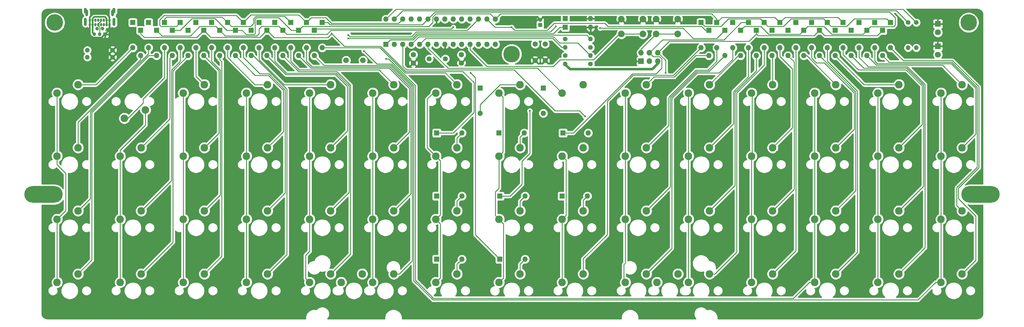
<source format=gbr>
G04 #@! TF.GenerationSoftware,KiCad,Pcbnew,(5.1.10-1-10_14)*
G04 #@! TF.CreationDate,2021-08-12T16:16:49+02:00*
G04 #@! TF.ProjectId,juliet-ortho,6a756c69-6574-42d6-9f72-74686f2e6b69,1*
G04 #@! TF.SameCoordinates,Original*
G04 #@! TF.FileFunction,Copper,L1,Top*
G04 #@! TF.FilePolarity,Positive*
%FSLAX46Y46*%
G04 Gerber Fmt 4.6, Leading zero omitted, Abs format (unit mm)*
G04 Created by KiCad (PCBNEW (5.1.10-1-10_14)) date 2021-08-12 16:16:49*
%MOMM*%
%LPD*%
G01*
G04 APERTURE LIST*
G04 #@! TA.AperFunction,ComponentPad*
%ADD10C,2.286000*%
G04 #@! TD*
G04 #@! TA.AperFunction,ComponentPad*
%ADD11O,1.600000X1.600000*%
G04 #@! TD*
G04 #@! TA.AperFunction,ComponentPad*
%ADD12R,1.600000X1.600000*%
G04 #@! TD*
G04 #@! TA.AperFunction,ComponentPad*
%ADD13O,0.700000X1.000000*%
G04 #@! TD*
G04 #@! TA.AperFunction,ComponentPad*
%ADD14O,0.900000X2.400000*%
G04 #@! TD*
G04 #@! TA.AperFunction,ComponentPad*
%ADD15O,0.900000X1.700000*%
G04 #@! TD*
G04 #@! TA.AperFunction,ComponentPad*
%ADD16C,1.100000*%
G04 #@! TD*
G04 #@! TA.AperFunction,ComponentPad*
%ADD17R,1.100000X1.100000*%
G04 #@! TD*
G04 #@! TA.AperFunction,ComponentPad*
%ADD18O,0.850000X2.000000*%
G04 #@! TD*
G04 #@! TA.AperFunction,WasherPad*
%ADD19O,11.600000X5.000000*%
G04 #@! TD*
G04 #@! TA.AperFunction,WasherPad*
%ADD20C,5.000000*%
G04 #@! TD*
G04 #@! TA.AperFunction,ComponentPad*
%ADD21O,1.400000X1.400000*%
G04 #@! TD*
G04 #@! TA.AperFunction,ComponentPad*
%ADD22C,1.400000*%
G04 #@! TD*
G04 #@! TA.AperFunction,ComponentPad*
%ADD23C,1.710000*%
G04 #@! TD*
G04 #@! TA.AperFunction,ComponentPad*
%ADD24R,1.200000X1.200000*%
G04 #@! TD*
G04 #@! TA.AperFunction,ComponentPad*
%ADD25C,1.200000*%
G04 #@! TD*
G04 #@! TA.AperFunction,ComponentPad*
%ADD26C,1.600000*%
G04 #@! TD*
G04 #@! TA.AperFunction,ComponentPad*
%ADD27R,1.700000X1.700000*%
G04 #@! TD*
G04 #@! TA.AperFunction,ComponentPad*
%ADD28O,1.700000X1.700000*%
G04 #@! TD*
G04 #@! TA.AperFunction,ComponentPad*
%ADD29R,1.800000X1.800000*%
G04 #@! TD*
G04 #@! TA.AperFunction,ComponentPad*
%ADD30C,1.800000*%
G04 #@! TD*
G04 #@! TA.AperFunction,ComponentPad*
%ADD31C,2.000000*%
G04 #@! TD*
G04 #@! TA.AperFunction,ComponentPad*
%ADD32C,1.500000*%
G04 #@! TD*
G04 #@! TA.AperFunction,ViaPad*
%ADD33C,0.600000*%
G04 #@! TD*
G04 #@! TA.AperFunction,Conductor*
%ADD34C,0.800000*%
G04 #@! TD*
G04 #@! TA.AperFunction,Conductor*
%ADD35C,0.500000*%
G04 #@! TD*
G04 #@! TA.AperFunction,Conductor*
%ADD36C,0.250000*%
G04 #@! TD*
G04 #@! TA.AperFunction,Conductor*
%ADD37C,0.254000*%
G04 #@! TD*
G04 #@! TA.AperFunction,Conductor*
%ADD38C,0.100000*%
G04 #@! TD*
G04 APERTURE END LIST*
D10*
X129540000Y-118903750D03*
X135890000Y-116363750D03*
X129540000Y-80803750D03*
X135890000Y-78263750D03*
X148590000Y-137953750D03*
X154940000Y-135413750D03*
X53340000Y-99853750D03*
X59690000Y-97313750D03*
X224790000Y-118903750D03*
X231140000Y-116363750D03*
X224790000Y-99853750D03*
X231140000Y-97313750D03*
D11*
X235743750Y-69532500D03*
D12*
X235743750Y-61912500D03*
D13*
X25136968Y-60145127D03*
X25986968Y-60145127D03*
X26836968Y-60145127D03*
X27686968Y-60145127D03*
X28536968Y-60145127D03*
X29386968Y-60145127D03*
X30236968Y-60145127D03*
X31086968Y-60145127D03*
X25986968Y-58795127D03*
X27686968Y-58795127D03*
X26836968Y-58795127D03*
X25136968Y-58795127D03*
X29386968Y-58795127D03*
X30236968Y-58795127D03*
X31086968Y-58795127D03*
X28536968Y-58795127D03*
D14*
X23786968Y-59315127D03*
X32436968Y-59315127D03*
D15*
X23786968Y-55935127D03*
X32436968Y-55935127D03*
D16*
X27308968Y-61339127D03*
X26508968Y-63089127D03*
X28108968Y-63089127D03*
X28908968Y-61339127D03*
D17*
X29708968Y-63089127D03*
D18*
X24208968Y-56639127D03*
X32008968Y-56639127D03*
D11*
X211931250Y-69532500D03*
D12*
X211931250Y-61912500D03*
D11*
X247650000Y-67151250D03*
D12*
X247650000Y-59531250D03*
D19*
X293846250Y-111442500D03*
X11191875Y-111442500D03*
D20*
X290274375Y-59531250D03*
X152400000Y-69056250D03*
X14525625Y-59531250D03*
D12*
X226218750Y-61912500D03*
D11*
X226218750Y-69532500D03*
X64293750Y-69532500D03*
D12*
X64293750Y-61912500D03*
D10*
X53340000Y-80803750D03*
X59690000Y-78263750D03*
X281940000Y-80803750D03*
X288290000Y-78263750D03*
X262890000Y-118903750D03*
X269240000Y-116363750D03*
X262890000Y-99853750D03*
X269240000Y-97313750D03*
X262890000Y-80803750D03*
X269240000Y-78263750D03*
X243840000Y-137953750D03*
X250190000Y-135413750D03*
X243840000Y-118903750D03*
X250190000Y-116363750D03*
X243840000Y-99853750D03*
X250190000Y-97313750D03*
X243840000Y-80803750D03*
X250190000Y-78263750D03*
X224790000Y-80803750D03*
X231140000Y-78263750D03*
X205740000Y-137953750D03*
X212090000Y-135413750D03*
X205740000Y-118903750D03*
X212090000Y-116363750D03*
X205740000Y-99853750D03*
X212090000Y-97313750D03*
X205740000Y-80803750D03*
X212090000Y-78263750D03*
X186690000Y-80803750D03*
X193040000Y-78263750D03*
X167640000Y-137953750D03*
X173990000Y-135413750D03*
X167640000Y-118903750D03*
X173990000Y-116363750D03*
X167640000Y-99853750D03*
X173990000Y-97313750D03*
X167640000Y-80803750D03*
X173990000Y-78263750D03*
X148590000Y-99853750D03*
X154940000Y-97313750D03*
X148590000Y-80803750D03*
X154940000Y-78263750D03*
X129540000Y-137953750D03*
X135890000Y-135413750D03*
X129540000Y-99853750D03*
X135890000Y-97313750D03*
X110490000Y-80803750D03*
X116840000Y-78263750D03*
X91440000Y-137953750D03*
X97790000Y-135413750D03*
X91440000Y-118903750D03*
X97790000Y-116363750D03*
X91440000Y-99853750D03*
X97790000Y-97313750D03*
X91440000Y-80803750D03*
X97790000Y-78263750D03*
X72390000Y-80803750D03*
X78740000Y-78263750D03*
X53340000Y-137953750D03*
X59690000Y-135413750D03*
X53340000Y-118903750D03*
X59690000Y-116363750D03*
X34290000Y-99853750D03*
X40640000Y-97313750D03*
X15240000Y-99853750D03*
X21590000Y-97313750D03*
D21*
X176212500Y-64500000D03*
D22*
X168592500Y-64500000D03*
D21*
X168592500Y-67000000D03*
D22*
X176212500Y-67000000D03*
D23*
X107540000Y-70961250D03*
X102460000Y-70961250D03*
D12*
X69056250Y-61912500D03*
D11*
X69056250Y-69532500D03*
D12*
X45243750Y-61912500D03*
D11*
X45243750Y-69532500D03*
D12*
X228600000Y-59531250D03*
D11*
X228600000Y-67151250D03*
X95250000Y-67151250D03*
D12*
X95250000Y-59531250D03*
D24*
X161000000Y-60245625D03*
D25*
X161000000Y-58745625D03*
D26*
X159500000Y-66000000D03*
X159500000Y-71000000D03*
X162500000Y-71000000D03*
X162500000Y-66000000D03*
X137250000Y-71750000D03*
X137250000Y-69250000D03*
X122750000Y-69250000D03*
X122750000Y-71750000D03*
D27*
X191452500Y-71199375D03*
D28*
X191452500Y-68659375D03*
X193992500Y-71199375D03*
X193992500Y-68659375D03*
X196532500Y-71199375D03*
X196532500Y-68659375D03*
D29*
X280987500Y-66675000D03*
D30*
X280987500Y-69215000D03*
D31*
X202500000Y-58500000D03*
X202500000Y-63000000D03*
X196000000Y-58500000D03*
X196000000Y-63000000D03*
X185500000Y-63000000D03*
X185500000Y-58500000D03*
X192000000Y-63000000D03*
X192000000Y-58500000D03*
D32*
X127517500Y-70485000D03*
X132397500Y-70485000D03*
D12*
X114480000Y-66120000D03*
D11*
X147500000Y-58500000D03*
X117020000Y-66120000D03*
X144960000Y-58500000D03*
X119560000Y-66120000D03*
X142420000Y-58500000D03*
X122100000Y-66120000D03*
X139880000Y-58500000D03*
X124640000Y-66120000D03*
X137340000Y-58500000D03*
X127180000Y-66120000D03*
X134800000Y-58500000D03*
X129720000Y-66120000D03*
X132260000Y-58500000D03*
X132260000Y-66120000D03*
X129720000Y-58500000D03*
X134800000Y-66120000D03*
X127180000Y-58500000D03*
X137340000Y-66120000D03*
X124640000Y-58500000D03*
X139880000Y-66120000D03*
X122100000Y-58500000D03*
X142420000Y-66120000D03*
X119560000Y-58500000D03*
X144960000Y-66120000D03*
X117020000Y-58500000D03*
X147500000Y-66120000D03*
X114480000Y-58500000D03*
D12*
X168592500Y-60960000D03*
D11*
X176212500Y-60960000D03*
X176212500Y-58340625D03*
D12*
X168592500Y-58340625D03*
X38100000Y-59531250D03*
D11*
X38100000Y-67151250D03*
D12*
X57150000Y-59531250D03*
D11*
X57150000Y-67151250D03*
X76200000Y-67151250D03*
D12*
X76200000Y-59531250D03*
X161925000Y-79295625D03*
D11*
X161925000Y-86915625D03*
D12*
X221456250Y-61912500D03*
D11*
X221456250Y-69532500D03*
X252412500Y-67151250D03*
D12*
X252412500Y-59531250D03*
X40481250Y-61912500D03*
D11*
X40481250Y-69532500D03*
D12*
X59531250Y-61912500D03*
D11*
X59531250Y-69532500D03*
X78581250Y-69532500D03*
D12*
X78581250Y-61912500D03*
D11*
X137398125Y-92868750D03*
D12*
X129778125Y-92868750D03*
X167878125Y-92868750D03*
D11*
X175498125Y-92868750D03*
X223837500Y-67151250D03*
D12*
X223837500Y-59531250D03*
X240506250Y-61912500D03*
D11*
X240506250Y-69532500D03*
D12*
X254793750Y-61912500D03*
D11*
X254793750Y-69532500D03*
X42862500Y-67151250D03*
D12*
X42862500Y-59531250D03*
D11*
X61912500Y-67151250D03*
D12*
X61912500Y-59531250D03*
D11*
X80962500Y-67151250D03*
D12*
X80962500Y-59531250D03*
X129778125Y-111918750D03*
D11*
X137398125Y-111918750D03*
D12*
X167640000Y-111918750D03*
D11*
X175260000Y-111918750D03*
D12*
X242887500Y-59531250D03*
D11*
X242887500Y-67151250D03*
D12*
X259556250Y-61912500D03*
D11*
X259556250Y-69532500D03*
X83343750Y-69532500D03*
D12*
X83343750Y-61912500D03*
X129778125Y-130968750D03*
D11*
X137398125Y-130968750D03*
D12*
X209550000Y-59531250D03*
D11*
X209550000Y-67151250D03*
D12*
X245268750Y-61912500D03*
D11*
X245268750Y-69532500D03*
D12*
X261937500Y-59531250D03*
D11*
X261937500Y-67151250D03*
X47625000Y-67151250D03*
D12*
X47625000Y-59531250D03*
D11*
X66675000Y-67151250D03*
D12*
X66675000Y-59531250D03*
D11*
X85725000Y-67151250D03*
D12*
X85725000Y-59531250D03*
D11*
X142875000Y-86915625D03*
D12*
X142875000Y-79295625D03*
D11*
X230981250Y-69532500D03*
D12*
X230981250Y-61912500D03*
D11*
X264318750Y-69532500D03*
D12*
X264318750Y-61912500D03*
X50006250Y-61912500D03*
D11*
X50006250Y-69532500D03*
D12*
X88106250Y-61912500D03*
D11*
X88106250Y-69532500D03*
D12*
X148590000Y-92868750D03*
D11*
X156210000Y-92868750D03*
D12*
X233362500Y-59531250D03*
D11*
X233362500Y-67151250D03*
D12*
X250031250Y-61912500D03*
D11*
X250031250Y-69532500D03*
D12*
X266700000Y-59531250D03*
D11*
X266700000Y-67151250D03*
D29*
X280987500Y-59960000D03*
D30*
X280987500Y-62500000D03*
D12*
X214312500Y-59531250D03*
D11*
X214312500Y-67151250D03*
D21*
X168592500Y-72000000D03*
D22*
X176212500Y-72000000D03*
X168592500Y-69532500D03*
D21*
X176212500Y-69532500D03*
X274500000Y-67151250D03*
D22*
X274500000Y-59531250D03*
X272000000Y-59531250D03*
D21*
X272000000Y-67151250D03*
X24389432Y-67865625D03*
D22*
X32009432Y-67865625D03*
X32009432Y-70008750D03*
D21*
X24389432Y-70008750D03*
D10*
X15240000Y-80803750D03*
X21590000Y-78263750D03*
X21590000Y-116363750D03*
X15240000Y-118903750D03*
X15240000Y-137953750D03*
X21590000Y-135413750D03*
X35560000Y-88423750D03*
X41910000Y-85883750D03*
X34290000Y-118903750D03*
X40640000Y-116363750D03*
X34290000Y-137953750D03*
X40640000Y-135413750D03*
X72390000Y-99853750D03*
X78740000Y-97313750D03*
X78740000Y-116363750D03*
X72390000Y-118903750D03*
X78740000Y-135413750D03*
X72390000Y-137953750D03*
X116840000Y-97313750D03*
X110490000Y-99853750D03*
X116840000Y-116363750D03*
X110490000Y-118903750D03*
X110490000Y-137953750D03*
X116840000Y-135413750D03*
X148590000Y-118903750D03*
X154940000Y-116363750D03*
X154940000Y-135413750D03*
X148590000Y-137953750D03*
X193040000Y-97313750D03*
X186690000Y-99853750D03*
X193040000Y-116363750D03*
X186690000Y-118903750D03*
X186690000Y-137953750D03*
X193040000Y-135413750D03*
X231140000Y-135413750D03*
X224790000Y-137953750D03*
X262890000Y-137953750D03*
X269240000Y-135413750D03*
X281940000Y-99853750D03*
X288290000Y-97313750D03*
X288290000Y-116363750D03*
X281940000Y-118903750D03*
X281940000Y-137953750D03*
X288290000Y-135413750D03*
D11*
X52387500Y-67151250D03*
D12*
X52387500Y-59531250D03*
X54768750Y-61912500D03*
D11*
X54768750Y-69532500D03*
D12*
X71437500Y-59531250D03*
D11*
X71437500Y-67151250D03*
X73818750Y-69532500D03*
D12*
X73818750Y-61912500D03*
D11*
X90487500Y-67151250D03*
D12*
X90487500Y-59531250D03*
X92868750Y-61912500D03*
D11*
X92868750Y-69532500D03*
D12*
X148828125Y-111918750D03*
D11*
X156448125Y-111918750D03*
X156448125Y-130968750D03*
D12*
X148828125Y-130968750D03*
D11*
X216693750Y-69532500D03*
D12*
X216693750Y-61912500D03*
X219075000Y-59531250D03*
D11*
X219075000Y-67151250D03*
X238125000Y-67151250D03*
D12*
X238125000Y-59531250D03*
X257175000Y-59531250D03*
D11*
X257175000Y-67151250D03*
D10*
X107315000Y-135413750D03*
X100965000Y-137953750D03*
X196215000Y-137953750D03*
X202565000Y-135413750D03*
D33*
X178593750Y-66675000D03*
X181451250Y-71913750D03*
X156686250Y-71913750D03*
X99298125Y-65246250D03*
X95726250Y-91678125D03*
X232410000Y-98583750D03*
X156924375Y-65484375D03*
X35480625Y-62150625D03*
X120729375Y-62865000D03*
X106203750Y-62865000D03*
X104775000Y-58102500D03*
X81200625Y-55959375D03*
X109061250Y-62865000D03*
X110251875Y-58102500D03*
X99536250Y-71199375D03*
X102155625Y-74771250D03*
X104060625Y-76914375D03*
X158115000Y-60721875D03*
X192166875Y-65008125D03*
X200739375Y-67389375D03*
X205025625Y-70246875D03*
X166925625Y-62388750D03*
X126682500Y-77866875D03*
X138588750Y-60960000D03*
X142875000Y-68818125D03*
X98107500Y-62865000D03*
X198834375Y-74771250D03*
X152400000Y-60960000D03*
X174545619Y-87868125D03*
X114538125Y-70485000D03*
X107870625Y-68103750D03*
X179070000Y-61198125D03*
X157876875Y-86201250D03*
X103108125Y-64293750D03*
X103108097Y-63341250D03*
X165734990Y-60721875D03*
X134778750Y-60960000D03*
X140017492Y-74771250D03*
D34*
X168380000Y-72000000D02*
X169960625Y-73580625D01*
X194802378Y-73580625D02*
X196611996Y-71771007D01*
X169960625Y-73580625D02*
X194802378Y-73580625D01*
D35*
X25136968Y-60295127D02*
X25136968Y-58945127D01*
X31086968Y-60295127D02*
X31086968Y-58945127D01*
X25136968Y-58945127D02*
X25136968Y-57863032D01*
X25136968Y-57863032D02*
X26000000Y-57000000D01*
X26000000Y-57000000D02*
X30200000Y-57000000D01*
X31086968Y-57886968D02*
X31086968Y-58945127D01*
X30200000Y-57000000D02*
X31086968Y-57886968D01*
X31086968Y-61711127D02*
X29708968Y-63089127D01*
X31086968Y-60295127D02*
X31086968Y-61711127D01*
X160091250Y-58745625D02*
X158115000Y-60721875D01*
X161000000Y-58745625D02*
X160091250Y-58745625D01*
X28708967Y-64089128D02*
X29708968Y-63089127D01*
X26028967Y-64089128D02*
X28708967Y-64089128D01*
X25136968Y-63197129D02*
X26028967Y-64089128D01*
X25136968Y-60295127D02*
X25136968Y-63197129D01*
D36*
X125460614Y-60219386D02*
X127180000Y-58500000D01*
X97605011Y-60219386D02*
X125460614Y-60219386D01*
X96916875Y-59531250D02*
X97605011Y-60219386D01*
X95250000Y-59531250D02*
X96916875Y-59531250D01*
X229921249Y-63037501D02*
X239381249Y-63037501D01*
X227605623Y-60721875D02*
X229921249Y-63037501D01*
X222646875Y-60721875D02*
X227605623Y-60721875D01*
X239381249Y-63037501D02*
X240506250Y-61912500D01*
X221456250Y-61912500D02*
X222646875Y-60721875D01*
X258431249Y-63037501D02*
X259556250Y-61912500D01*
X248971249Y-63037501D02*
X258431249Y-63037501D01*
X246655623Y-60721875D02*
X248971249Y-63037501D01*
X241696875Y-60721875D02*
X246655623Y-60721875D01*
X240506250Y-61912500D02*
X241696875Y-60721875D01*
X127180000Y-58500000D02*
X129270615Y-56409385D01*
X268128750Y-60287502D02*
X267628753Y-60787499D01*
X267628753Y-60787499D02*
X260681251Y-60787499D01*
X260681251Y-60787499D02*
X259556250Y-61912500D01*
X268128750Y-58102500D02*
X268128750Y-60287502D01*
X266435635Y-56409385D02*
X268128750Y-58102500D01*
X129270615Y-56409385D02*
X266435635Y-56409385D01*
X40481250Y-61912500D02*
X40481250Y-62962500D01*
X40481250Y-62962500D02*
X41548136Y-64029386D01*
X41548136Y-64029386D02*
X57414364Y-64029386D01*
X57414364Y-64029386D02*
X59531250Y-61912500D01*
X76464364Y-64029386D02*
X78581250Y-61912500D01*
X61648136Y-64029386D02*
X76464364Y-64029386D01*
X59531250Y-61912500D02*
X61648136Y-64029386D01*
X96916875Y-64055625D02*
X98107500Y-62865000D01*
X78581250Y-61912500D02*
X80724375Y-64055625D01*
X80724375Y-64055625D02*
X96916875Y-64055625D01*
X197908114Y-64743761D02*
X193992500Y-68659375D01*
X216439987Y-64743761D02*
X197908114Y-64743761D01*
X221652498Y-59531250D02*
X216439987Y-64743761D01*
X223837500Y-59531250D02*
X221652498Y-59531250D01*
X140996240Y-77654990D02*
X140996240Y-86651260D01*
X134778750Y-92868750D02*
X129778125Y-92868750D01*
X137636249Y-74294999D02*
X140996240Y-77654990D01*
X120495479Y-74294999D02*
X137636249Y-74294999D01*
X112875480Y-66675000D02*
X120495479Y-74294999D01*
X140996240Y-86651260D02*
X134778750Y-92868750D01*
X101917500Y-66675000D02*
X112875480Y-66675000D01*
X98107500Y-62865000D02*
X101917500Y-66675000D01*
X188833125Y-75009375D02*
X195976875Y-75009375D01*
X195976875Y-75009375D02*
X197707501Y-73278749D01*
X170973750Y-92868750D02*
X188833125Y-75009375D01*
X197707501Y-73278749D02*
X197707501Y-70470786D01*
X167878125Y-92868750D02*
X170973750Y-92868750D01*
X195167501Y-69834376D02*
X193992500Y-68659375D01*
X197707501Y-70470786D02*
X197071091Y-69834376D01*
X197071091Y-69834376D02*
X195167501Y-69834376D01*
X226218750Y-62962500D02*
X226743761Y-63487511D01*
X243693739Y-63487511D02*
X245268750Y-61912500D01*
X226743761Y-63487511D02*
X243693739Y-63487511D01*
X262743739Y-63487511D02*
X264318750Y-61912500D01*
X246843761Y-63487511D02*
X262743739Y-63487511D01*
X245268750Y-61912500D02*
X246843761Y-63487511D01*
X226218750Y-62962500D02*
X223987478Y-65193772D01*
X226218750Y-61912500D02*
X226218750Y-62962500D01*
X223987478Y-65193772D02*
X199998103Y-65193772D01*
X199998103Y-65193772D02*
X196532500Y-68659375D01*
X198834375Y-70961250D02*
X196532500Y-68659375D01*
X198834375Y-74771250D02*
X198834375Y-70961250D01*
X227963590Y-59531250D02*
X228600000Y-59531250D01*
X63103125Y-60721875D02*
X64293750Y-61912500D01*
X58340625Y-60721875D02*
X63103125Y-60721875D01*
X45243750Y-61912500D02*
X46910625Y-63579375D01*
X46910625Y-63579375D02*
X55483125Y-63579375D01*
X55483125Y-63579375D02*
X58340625Y-60721875D01*
X82153125Y-60721875D02*
X83343750Y-61912500D01*
X76200000Y-61436250D02*
X76914375Y-60721875D01*
X75485625Y-63579375D02*
X76200000Y-62865000D01*
X76914375Y-60721875D02*
X82153125Y-60721875D01*
X64293750Y-61912500D02*
X65960625Y-63579375D01*
X76200000Y-62865000D02*
X76200000Y-61436250D01*
X65960625Y-63579375D02*
X75485625Y-63579375D01*
X139007500Y-61912500D02*
X142420000Y-58500000D01*
X96744374Y-63037501D02*
X97869375Y-61912500D01*
X84468751Y-63037501D02*
X96744374Y-63037501D01*
X97869375Y-61912500D02*
X139007500Y-61912500D01*
X83343750Y-61912500D02*
X84468751Y-63037501D01*
X210675001Y-60656251D02*
X215568749Y-60656251D01*
X209550000Y-59531250D02*
X210675001Y-60656251D01*
X217818751Y-58406249D02*
X227474999Y-58406249D01*
X227474999Y-58406249D02*
X228600000Y-59531250D01*
X215568749Y-60656251D02*
X217818751Y-58406249D01*
X246524999Y-58406249D02*
X247650000Y-59531250D01*
X236672503Y-58406249D02*
X246524999Y-58406249D01*
X234422501Y-60656251D02*
X236672503Y-58406249D01*
X229725001Y-60656251D02*
X234422501Y-60656251D01*
X228600000Y-59531250D02*
X229725001Y-60656251D01*
X265574999Y-58406249D02*
X266700000Y-59531250D01*
X255722503Y-58406249D02*
X265574999Y-58406249D01*
X253472501Y-60656251D02*
X255722503Y-58406249D01*
X248775001Y-60656251D02*
X253472501Y-60656251D01*
X247650000Y-59531250D02*
X248775001Y-60656251D01*
X47625000Y-59531250D02*
X47625000Y-58481250D01*
X48215636Y-57890614D02*
X65034364Y-57890614D01*
X47625000Y-58481250D02*
X48215636Y-57890614D01*
X65034364Y-57890614D02*
X66675000Y-59531250D01*
X74533125Y-59769375D02*
X74533125Y-58376712D01*
X75257348Y-57652489D02*
X83846239Y-57652489D01*
X73646249Y-60656251D02*
X74533125Y-59769375D01*
X74533125Y-58376712D02*
X75257348Y-57652489D01*
X67800001Y-60656251D02*
X73646249Y-60656251D01*
X83846239Y-57652489D02*
X85725000Y-59531250D01*
X66675000Y-59531250D02*
X67800001Y-60656251D01*
X147420000Y-60960000D02*
X144960000Y-58500000D01*
X152400000Y-60960000D02*
X147420000Y-60960000D01*
X165258750Y-59769375D02*
X163115625Y-61912500D01*
X180498750Y-59769375D02*
X165258750Y-59769375D01*
X181451250Y-60721875D02*
X180498750Y-59769375D01*
X163115625Y-61912500D02*
X153352500Y-61912500D01*
X209690625Y-60721875D02*
X181451250Y-60721875D01*
X210881250Y-61912500D02*
X209690625Y-60721875D01*
X153352500Y-61912500D02*
X152400000Y-60960000D01*
X211931250Y-61912500D02*
X210881250Y-61912500D01*
X66436875Y-61912500D02*
X69056250Y-61912500D01*
X55959375Y-58340625D02*
X62865000Y-58340625D01*
X52387500Y-61912500D02*
X55959375Y-58340625D01*
X50006250Y-61912500D02*
X52387500Y-61912500D01*
X62865000Y-58340625D02*
X66436875Y-61912500D01*
X85921248Y-61912500D02*
X88106250Y-61912500D01*
X82111248Y-58102500D02*
X85921248Y-61912500D01*
X75443748Y-58102500D02*
X82111248Y-58102500D01*
X75009375Y-58536873D02*
X75443748Y-58102500D01*
X75009375Y-62906877D02*
X75009375Y-58536873D01*
X74813127Y-63103125D02*
X75009375Y-62906877D01*
X72324376Y-63103125D02*
X74813127Y-63103125D01*
X71133751Y-61912500D02*
X72324376Y-63103125D01*
X69056250Y-61912500D02*
X71133751Y-61912500D01*
X231787489Y-57956239D02*
X233362500Y-59531250D01*
X215887511Y-57956239D02*
X231787489Y-57956239D01*
X214312500Y-59531250D02*
X215887511Y-57956239D01*
X250837489Y-57956239D02*
X252412500Y-59531250D01*
X234937511Y-57956239D02*
X250837489Y-57956239D01*
X233362500Y-59531250D02*
X234937511Y-57956239D01*
X145911875Y-56911875D02*
X147500000Y-58500000D01*
X129540000Y-56911875D02*
X145911875Y-56911875D01*
X128594999Y-57856876D02*
X129540000Y-56911875D01*
X128594999Y-59523751D02*
X128594999Y-57856876D01*
X89296875Y-60721875D02*
X127396875Y-60721875D01*
X127396875Y-60721875D02*
X128594999Y-59523751D01*
X88106250Y-61912500D02*
X89296875Y-60721875D01*
X149088125Y-56911875D02*
X147500000Y-58500000D01*
X212743125Y-56911875D02*
X149088125Y-56911875D01*
X214312500Y-58481250D02*
X212743125Y-56911875D01*
X214312500Y-59531250D02*
X214312500Y-58481250D01*
X191452500Y-67547500D02*
X196000000Y-63000000D01*
X191452500Y-68659375D02*
X191452500Y-67547500D01*
X196000000Y-63000000D02*
X202500000Y-63000000D01*
X175053750Y-63341250D02*
X176212500Y-64500000D01*
X114480000Y-66120000D02*
X115830000Y-64770000D01*
X122634375Y-64770000D02*
X124063125Y-63341250D01*
X115830000Y-64770000D02*
X122634375Y-64770000D01*
X124063125Y-63341250D02*
X175053750Y-63341250D01*
X165020625Y-63817500D02*
X166925625Y-65722500D01*
X124402500Y-63817500D02*
X165020625Y-63817500D01*
X172402500Y-65722500D02*
X176212500Y-69532500D01*
X166925625Y-65722500D02*
X172402500Y-65722500D01*
X122100000Y-66120000D02*
X124402500Y-63817500D01*
X167510051Y-67000000D02*
X168500000Y-67000000D01*
X164803801Y-64293750D02*
X167510051Y-67000000D01*
X126466250Y-64293750D02*
X164803801Y-64293750D01*
X124640000Y-66120000D02*
X126466250Y-64293750D01*
X130903126Y-117540624D02*
X129540000Y-118903750D01*
X130903126Y-101216876D02*
X130903126Y-117540624D01*
X129540000Y-99853750D02*
X130903126Y-101216876D01*
X130903126Y-136590624D02*
X129540000Y-137953750D01*
X130903126Y-120266876D02*
X130903126Y-136590624D01*
X129540000Y-118903750D02*
X130903126Y-120266876D01*
X149732999Y-98710751D02*
X148590000Y-99853750D01*
X149732999Y-81946749D02*
X149732999Y-98710751D01*
X148590000Y-80803750D02*
X149732999Y-81946749D01*
X149953126Y-120266876D02*
X149953126Y-136590624D01*
X149953126Y-136590624D02*
X148590000Y-137953750D01*
X148590000Y-118903750D02*
X149953126Y-120266876D01*
X147447001Y-110680499D02*
X147447001Y-117760751D01*
X148590000Y-109537500D02*
X147447001Y-110680499D01*
X147447001Y-117760751D02*
X148590000Y-118903750D01*
X148590000Y-99853750D02*
X148590000Y-109537500D01*
X126920625Y-97234375D02*
X129540000Y-99853750D01*
X126920625Y-82629375D02*
X126920625Y-97234375D01*
X128746250Y-80803750D02*
X126920625Y-82629375D01*
X129540000Y-80803750D02*
X128746250Y-80803750D01*
X15240000Y-80803750D02*
X15240000Y-99853750D01*
X34290000Y-99853750D02*
X34290000Y-118903750D01*
X34290000Y-118903750D02*
X34290000Y-137953750D01*
X15240000Y-118903750D02*
X15240000Y-137953750D01*
X17859375Y-116284375D02*
X15240000Y-118903750D01*
X15240000Y-102442862D02*
X17859375Y-105062237D01*
X17859375Y-105062237D02*
X17859375Y-116284375D01*
X15240000Y-99853750D02*
X15240000Y-102442862D01*
X41910000Y-90487500D02*
X41910000Y-85883750D01*
X34290000Y-98107500D02*
X41910000Y-90487500D01*
X34290000Y-99853750D02*
X34290000Y-98107500D01*
X53340000Y-80803750D02*
X53340000Y-99853750D01*
X53340000Y-99853750D02*
X53340000Y-118903750D01*
X53340000Y-118903750D02*
X53340000Y-137953750D01*
X72390000Y-137953750D02*
X72390000Y-118903750D01*
X72390000Y-118903750D02*
X72390000Y-99853750D01*
X72390000Y-99853750D02*
X72390000Y-80803750D01*
X91440000Y-80803750D02*
X91440000Y-99853750D01*
X91440000Y-99853750D02*
X91440000Y-118903750D01*
X110490000Y-137953750D02*
X110490000Y-118903750D01*
X110490000Y-118903750D02*
X110490000Y-99853750D01*
X110490000Y-99853750D02*
X110490000Y-80803750D01*
X90249375Y-136763125D02*
X91440000Y-137953750D01*
X90249375Y-129778125D02*
X90249375Y-136763125D01*
X91440000Y-128587500D02*
X90249375Y-129778125D01*
X91440000Y-118903750D02*
X91440000Y-128587500D01*
X168782999Y-117760751D02*
X167640000Y-118903750D01*
X168782999Y-100996749D02*
X168782999Y-117760751D01*
X167640000Y-99853750D02*
X168782999Y-100996749D01*
X167640000Y-118903750D02*
X167640000Y-137953750D01*
X186237999Y-132621229D02*
X186237999Y-137501749D01*
X186690000Y-132169228D02*
X186237999Y-132621229D01*
X186237999Y-137501749D02*
X186690000Y-137953750D01*
X186690000Y-118903750D02*
X186690000Y-132169228D01*
X186690000Y-118903750D02*
X186690000Y-99853750D01*
X186690000Y-80803750D02*
X186690000Y-99853750D01*
X160178750Y-73342500D02*
X167640000Y-80803750D01*
X127180000Y-66120000D02*
X127180000Y-67251370D01*
X127180000Y-67251370D02*
X133271130Y-73342500D01*
X133271130Y-73342500D02*
X160178750Y-73342500D01*
X205740000Y-80803750D02*
X205740000Y-99853750D01*
X205740000Y-99853750D02*
X205740000Y-118903750D01*
X205740000Y-118903750D02*
X205740000Y-137953750D01*
X224790000Y-137953750D02*
X224790000Y-118903750D01*
X224790000Y-118903750D02*
X224790000Y-99853750D01*
X224962501Y-80976251D02*
X224790000Y-80803750D01*
X224962501Y-99681249D02*
X224962501Y-80976251D01*
X224790000Y-99853750D02*
X224962501Y-99681249D01*
X165496875Y-86201250D02*
X172878744Y-86201250D01*
X153140614Y-73844989D02*
X165496875Y-86201250D01*
X120681879Y-73844989D02*
X153140614Y-73844989D01*
X119560000Y-72723109D02*
X120681879Y-73844989D01*
X172878744Y-86201250D02*
X174545619Y-87868125D01*
X119560000Y-66120000D02*
X119560000Y-72723109D01*
X243840000Y-80803750D02*
X243840000Y-99853750D01*
X243840000Y-99853750D02*
X243840000Y-118903750D01*
X243840000Y-118903750D02*
X243840000Y-137953750D01*
X262890000Y-137953750D02*
X262890000Y-118903750D01*
X262890000Y-118903750D02*
X262890000Y-99853750D01*
X262890000Y-99853750D02*
X262890000Y-80803750D01*
X115256733Y-70485000D02*
X114538125Y-70485000D01*
X237364654Y-142812650D02*
X128848566Y-142812650D01*
X123322511Y-137286595D02*
X123322511Y-78550778D01*
X242223554Y-137953750D02*
X237364654Y-142812650D01*
X243840000Y-137953750D02*
X242223554Y-137953750D01*
X128848566Y-142812650D02*
X123322511Y-137286595D01*
X123322511Y-78550778D02*
X115256733Y-70485000D01*
X281940000Y-80803750D02*
X281940000Y-99853750D01*
X281940000Y-99853750D02*
X281940000Y-118903750D01*
X281940000Y-118903750D02*
X281940000Y-137953750D01*
X128662166Y-143262660D02*
X122872500Y-137472994D01*
X116127789Y-71992467D02*
X111759342Y-71992467D01*
X281940000Y-137953750D02*
X280323554Y-137953750D01*
X280323554Y-137953750D02*
X275014643Y-143262661D01*
X122872500Y-137472994D02*
X122872500Y-78737178D01*
X111759342Y-71992467D02*
X107870625Y-68103750D01*
X122872500Y-78737178D02*
X116127789Y-71992467D01*
X275014643Y-143262661D02*
X128662166Y-143262660D01*
D35*
X25986968Y-62567127D02*
X25986968Y-60295127D01*
X26508968Y-63089127D02*
X25986968Y-62567127D01*
X25986968Y-60295127D02*
X25986968Y-58945127D01*
X30236968Y-58363743D02*
X30236968Y-58945127D01*
X29718342Y-57845117D02*
X30236968Y-58363743D01*
X26505594Y-57845117D02*
X29718342Y-57845117D01*
X25986968Y-58363743D02*
X26505594Y-57845117D01*
X25986968Y-58945127D02*
X25986968Y-58363743D01*
X30236968Y-58945127D02*
X30236968Y-60295127D01*
D36*
X270478116Y-55509366D02*
X274500000Y-59531250D01*
X117470634Y-55509366D02*
X270478116Y-55509366D01*
X114480000Y-58500000D02*
X117470634Y-55509366D01*
X268428125Y-55959375D02*
X272000000Y-59531250D01*
X119560625Y-55959375D02*
X268428125Y-55959375D01*
X117020000Y-58500000D02*
X119560625Y-55959375D01*
X26836968Y-60295127D02*
X26836968Y-60399735D01*
X40481250Y-69532500D02*
X40481250Y-70723125D01*
X21590000Y-89614375D02*
X21590000Y-97313750D01*
X40481250Y-70723125D02*
X21590000Y-89614375D01*
X49291875Y-70246875D02*
X50006250Y-69532500D01*
X49291875Y-88661875D02*
X49291875Y-70246875D01*
X40640000Y-97313750D02*
X49291875Y-88661875D01*
X49741886Y-107261864D02*
X49741886Y-73922953D01*
X52387500Y-71277340D02*
X52387500Y-67151250D01*
X49741886Y-73922953D02*
X52387500Y-71277340D01*
X40640000Y-116363750D02*
X49741886Y-107261864D01*
X50191897Y-74109353D02*
X54768750Y-69532500D01*
X40640000Y-135413750D02*
X50191897Y-125861853D01*
X50191897Y-125861853D02*
X50191897Y-74109353D01*
X57150000Y-75723750D02*
X57150000Y-67151250D01*
X59690000Y-78263750D02*
X57150000Y-75723750D01*
X64055625Y-74056875D02*
X59531250Y-69532500D01*
X59690000Y-97313750D02*
X64055625Y-92948125D01*
X64055625Y-92948125D02*
X64055625Y-74056875D01*
X64505636Y-111548114D02*
X64505636Y-73870475D01*
X59690000Y-116363750D02*
X64505636Y-111548114D01*
X64505636Y-73870475D02*
X61912500Y-71277339D01*
X61912500Y-71277339D02*
X61912500Y-67151250D01*
X66675000Y-70008750D02*
X66675000Y-67151250D01*
X74930000Y-78263750D02*
X66675000Y-70008750D01*
X78740000Y-78263750D02*
X74930000Y-78263750D01*
X75009375Y-75485625D02*
X69056250Y-69532500D01*
X79053269Y-75485625D02*
X75009375Y-75485625D01*
X78740000Y-97313750D02*
X83581875Y-92471875D01*
X83581875Y-80014231D02*
X79053269Y-75485625D01*
X83581875Y-92471875D02*
X83581875Y-80014231D01*
X71437500Y-70008750D02*
X71437500Y-67151250D01*
X78740000Y-116363750D02*
X84084364Y-111019386D01*
X79239668Y-75035614D02*
X76464362Y-75035614D01*
X84084364Y-111019386D02*
X84084364Y-79880310D01*
X84084364Y-79880310D02*
X79239668Y-75035614D01*
X76464362Y-75035614D02*
X71437500Y-70008750D01*
X84534375Y-79693911D02*
X74372964Y-69532500D01*
X84534375Y-129619375D02*
X84534375Y-79693911D01*
X78740000Y-135413750D02*
X84534375Y-129619375D01*
X74372964Y-69532500D02*
X73818750Y-69532500D01*
X76200000Y-70723125D02*
X76200000Y-67151250D01*
X97790000Y-78263750D02*
X83740625Y-78263750D01*
X83740625Y-78263750D02*
X76200000Y-70723125D01*
X80962500Y-71277340D02*
X80962500Y-67151250D01*
X103320009Y-78632973D02*
X99484526Y-74797490D01*
X103320009Y-110833741D02*
X103320009Y-78632973D01*
X97790000Y-116363750D02*
X103320009Y-110833741D01*
X99484526Y-74797490D02*
X84482650Y-74797490D01*
X84482650Y-74797490D02*
X80962500Y-71277340D01*
X88158729Y-74347479D02*
X83343750Y-69532500D01*
X99670926Y-74347479D02*
X88158729Y-74347479D01*
X103770020Y-78446573D02*
X99670926Y-74347479D01*
X103770020Y-129433730D02*
X103770020Y-78446573D01*
X97790000Y-135413750D02*
X103770020Y-129433730D01*
X85725000Y-71277340D02*
X85725000Y-67151250D01*
X88266410Y-73818750D02*
X85725000Y-71277340D01*
X116840000Y-78263750D02*
X112395000Y-73818750D01*
X112395000Y-73818750D02*
X88266410Y-73818750D01*
X91916250Y-73342500D02*
X88106250Y-69532500D01*
X115490625Y-73342500D02*
X91916250Y-73342500D01*
X121522467Y-79374342D02*
X115490625Y-73342500D01*
X121522467Y-92631283D02*
X121522467Y-79374342D01*
X116840000Y-97313750D02*
X121522467Y-92631283D01*
X121972478Y-79109978D02*
X115754989Y-72892489D01*
X121972478Y-111231272D02*
X121972478Y-79109978D01*
X116840000Y-116363750D02*
X121972478Y-111231272D01*
X90487500Y-71199375D02*
X90487500Y-67151250D01*
X92180614Y-72892489D02*
X90487500Y-71199375D01*
X115754989Y-72892489D02*
X92180614Y-72892489D01*
X95778728Y-72442478D02*
X92868750Y-69532500D01*
X116840000Y-135413750D02*
X118456446Y-135413750D01*
X115941389Y-72442478D02*
X95778728Y-72442478D01*
X118456446Y-135413750D02*
X122422489Y-131447707D01*
X122422489Y-131447707D02*
X122422489Y-78923578D01*
X122422489Y-78923578D02*
X115941389Y-72442478D01*
X96381370Y-67151250D02*
X95250000Y-67151250D01*
X112633125Y-67151250D02*
X96381370Y-67151250D01*
X132397500Y-74771250D02*
X120253125Y-74771250D01*
X120253125Y-74771250D02*
X112633125Y-67151250D01*
X135890000Y-78263750D02*
X132397500Y-74771250D01*
X135890000Y-94376875D02*
X137398125Y-92868750D01*
X135890000Y-97313750D02*
X135890000Y-94376875D01*
X135890000Y-113426875D02*
X137398125Y-111918750D01*
X135890000Y-116363750D02*
X135890000Y-113426875D01*
X135890000Y-132476875D02*
X137398125Y-130968750D01*
X135890000Y-135413750D02*
X135890000Y-132476875D01*
X142875000Y-84296250D02*
X148907500Y-78263750D01*
X142875000Y-86915625D02*
X142875000Y-84296250D01*
X148907500Y-78263750D02*
X154940000Y-78263750D01*
X154940000Y-113426875D02*
X156448125Y-111918750D01*
X154940000Y-116363750D02*
X154940000Y-113426875D01*
X154940000Y-132476875D02*
X156448125Y-130968750D01*
X154940000Y-135413750D02*
X154940000Y-132476875D01*
X173990000Y-113188750D02*
X175260000Y-111918750D01*
X173990000Y-116363750D02*
X173990000Y-113188750D01*
X181213125Y-83265785D02*
X189019524Y-75459386D01*
X173990000Y-130810000D02*
X181213125Y-123586875D01*
X189019524Y-75459386D02*
X201241864Y-75459386D01*
X201241864Y-75459386D02*
X209550000Y-67151250D01*
X181213125Y-123586875D02*
X181213125Y-83265785D01*
X173990000Y-135413750D02*
X173990000Y-130810000D01*
X207883125Y-69532500D02*
X211931250Y-69532500D01*
X195341875Y-75961875D02*
X201453750Y-75961875D01*
X201453750Y-75961875D02*
X207883125Y-69532500D01*
X193040000Y-78263750D02*
X195341875Y-75961875D01*
X214312500Y-71199375D02*
X214312500Y-67151250D01*
X199786875Y-82070928D02*
X207986575Y-73871228D01*
X207986575Y-73871228D02*
X211640647Y-73871228D01*
X199786875Y-90566875D02*
X199786875Y-82070928D01*
X211640647Y-73871228D02*
X214312500Y-71199375D01*
X193040000Y-97313750D02*
X199786875Y-90566875D01*
X211905011Y-74321239D02*
X216693750Y-69532500D01*
X200263125Y-82231089D02*
X208172975Y-74321239D01*
X193040000Y-116363750D02*
X200263125Y-109140625D01*
X200263125Y-109140625D02*
X200263125Y-82231089D01*
X208172975Y-74321239D02*
X211905011Y-74321239D01*
X214946090Y-74771250D02*
X219075000Y-70642340D01*
X208359375Y-74771250D02*
X214946090Y-74771250D01*
X193040000Y-135413750D02*
X200739375Y-127714375D01*
X200739375Y-82391250D02*
X208359375Y-74771250D01*
X200739375Y-127714375D02*
X200739375Y-82391250D01*
X219075000Y-70642340D02*
X219075000Y-67151250D01*
X220821250Y-69532500D02*
X221456250Y-69532500D01*
X212090000Y-78263750D02*
X220821250Y-69532500D01*
X231140000Y-69691250D02*
X230981250Y-69532500D01*
X231140000Y-78263750D02*
X231140000Y-69691250D01*
X241458750Y-69532500D02*
X240506250Y-69532500D01*
X250190000Y-78263750D02*
X241458750Y-69532500D01*
X256222500Y-80486250D02*
X245268750Y-69532500D01*
X256222500Y-110331250D02*
X256222500Y-80486250D01*
X250190000Y-116363750D02*
X256222500Y-110331250D01*
X51262499Y-60656251D02*
X52387500Y-59531250D01*
X46564999Y-60656251D02*
X51262499Y-60656251D01*
X46196250Y-60287502D02*
X46564999Y-60656251D01*
X46196250Y-58774998D02*
X46196250Y-60287502D01*
X47583123Y-57388125D02*
X46196250Y-58774998D01*
X69294375Y-57388125D02*
X47583123Y-57388125D01*
X71437500Y-59531250D02*
X69294375Y-57388125D01*
X88158728Y-57202478D02*
X90487500Y-59531250D01*
X73766272Y-57202478D02*
X88158728Y-57202478D01*
X71437500Y-59531250D02*
X73766272Y-57202478D01*
X118290625Y-59769375D02*
X119560000Y-58500000D01*
X97988437Y-59769375D02*
X118290625Y-59769375D01*
X91916250Y-58102500D02*
X96321562Y-58102500D01*
X96321562Y-58102500D02*
X97988437Y-59769375D01*
X90487500Y-59531250D02*
X91916250Y-58102500D01*
X204073125Y-61198125D02*
X179070000Y-61198125D01*
X207168750Y-64293750D02*
X204073125Y-61198125D01*
X214312500Y-64293750D02*
X207168750Y-64293750D01*
X216693750Y-61912500D02*
X214312500Y-64293750D01*
X157876875Y-99060000D02*
X157876875Y-86201250D01*
X155495625Y-101441250D02*
X157876875Y-99060000D01*
X155495625Y-108346875D02*
X155495625Y-101441250D01*
X151923750Y-111918750D02*
X155495625Y-108346875D01*
X148828125Y-111918750D02*
X151923750Y-111918750D01*
X27686968Y-59913032D02*
X27686968Y-60295127D01*
X28536968Y-59063032D02*
X27686968Y-59913032D01*
X28536968Y-58945127D02*
X28536968Y-59063032D01*
X27700000Y-60308159D02*
X27686968Y-60295127D01*
X28108968Y-60858968D02*
X27700000Y-60450000D01*
X28108968Y-63089127D02*
X28108968Y-60858968D01*
X122396250Y-64293750D02*
X123825000Y-62865000D01*
X123825000Y-62865000D02*
X165020625Y-62865000D01*
X165020625Y-62865000D02*
X166925625Y-60960000D01*
X166925625Y-60960000D02*
X168592500Y-60960000D01*
X103108125Y-64293750D02*
X122396250Y-64293750D01*
X28536968Y-60463032D02*
X28536968Y-60295127D01*
X122158125Y-63817500D02*
X123586875Y-62388750D01*
X165020625Y-61436240D02*
X165734990Y-60721875D01*
X164068115Y-62388750D02*
X165734990Y-60721875D01*
X123586875Y-62388750D02*
X164068115Y-62388750D01*
X103584347Y-63817500D02*
X122158125Y-63817500D01*
X103108097Y-63341250D02*
X103584347Y-63817500D01*
X154940000Y-94138750D02*
X156210000Y-92868750D01*
X154940000Y-97313750D02*
X154940000Y-94138750D01*
X26987500Y-78263750D02*
X21590000Y-78263750D01*
X38100000Y-67151250D02*
X26987500Y-78263750D01*
X25305901Y-112647849D02*
X21590000Y-116363750D01*
X25305901Y-86534884D02*
X25305901Y-112647849D01*
X42862500Y-67151250D02*
X42862500Y-68978285D01*
X42862500Y-68978285D02*
X25305901Y-86534884D01*
X25755911Y-131247839D02*
X21590000Y-135413750D01*
X45243750Y-69532500D02*
X42944695Y-69532500D01*
X42944695Y-69532500D02*
X25755912Y-86721283D01*
X25755912Y-86721283D02*
X25755911Y-131247839D01*
X41195625Y-82629375D02*
X47625000Y-76200000D01*
X41195625Y-83820000D02*
X41195625Y-82629375D01*
X36591875Y-88423750D02*
X41195625Y-83820000D01*
X47625000Y-76200000D02*
X47625000Y-67151250D01*
X35560000Y-88423750D02*
X36591875Y-88423750D01*
X64955647Y-71325767D02*
X64293750Y-70663870D01*
X59690000Y-135413750D02*
X64955647Y-130148103D01*
X64955647Y-130148103D02*
X64955647Y-71325767D01*
X64293750Y-70663870D02*
X64293750Y-69532500D01*
X99298126Y-75247501D02*
X84296251Y-75247501D01*
X102869998Y-78819373D02*
X99298126Y-75247501D01*
X102869998Y-92233752D02*
X102869998Y-78819373D01*
X84296251Y-75247501D02*
X78581250Y-69532500D01*
X97790000Y-97313750D02*
X102869998Y-92233752D01*
X223837500Y-75879680D02*
X223837500Y-67151250D01*
X219313125Y-90090625D02*
X219313125Y-80404055D01*
X219313125Y-80404055D02*
X223837500Y-75879680D01*
X212090000Y-97313750D02*
X219313125Y-90090625D01*
X219763136Y-80590454D02*
X226218750Y-74134840D01*
X212090000Y-116363750D02*
X219763136Y-108690614D01*
X219763136Y-108690614D02*
X219763136Y-80590454D01*
X226218750Y-74134840D02*
X226218750Y-69532500D01*
X228600000Y-72390000D02*
X228600000Y-67151250D01*
X213677500Y-135413750D02*
X220265625Y-128825625D01*
X212090000Y-135413750D02*
X213677500Y-135413750D01*
X220265625Y-80724375D02*
X228600000Y-72390000D01*
X220265625Y-128825625D02*
X220265625Y-80724375D01*
X233362500Y-69770625D02*
X233362500Y-67151250D01*
X237172500Y-73580625D02*
X233362500Y-69770625D01*
X237172500Y-91281250D02*
X237172500Y-73580625D01*
X231140000Y-97313750D02*
X237172500Y-91281250D01*
X237622511Y-109881239D02*
X237622511Y-71411261D01*
X231140000Y-116363750D02*
X237622511Y-109881239D01*
X237622511Y-71411261D02*
X235743750Y-69532500D01*
X238125000Y-128428750D02*
X238125000Y-67151250D01*
X231140000Y-135413750D02*
X238125000Y-128428750D01*
X242887500Y-67865625D02*
X242887500Y-67151250D01*
X242887500Y-70245939D02*
X242887500Y-67865625D01*
X246697500Y-71675625D02*
X244317186Y-71675625D01*
X255746250Y-91757500D02*
X255746250Y-80724375D01*
X250190000Y-97313750D02*
X255746250Y-91757500D01*
X244317186Y-71675625D02*
X242887500Y-70245939D01*
X255746250Y-80724375D02*
X246697500Y-71675625D01*
X247650000Y-71199375D02*
X247650000Y-67151250D01*
X256698750Y-80248125D02*
X247650000Y-71199375D01*
X256698750Y-128905000D02*
X256698750Y-80248125D01*
X250190000Y-135413750D02*
X256698750Y-128905000D01*
X258762500Y-78263750D02*
X250031250Y-69532500D01*
X269240000Y-78263750D02*
X258762500Y-78263750D01*
X271462500Y-73818750D02*
X257014839Y-73818750D01*
X252412500Y-69216411D02*
X252412500Y-67151250D01*
X276225000Y-90328750D02*
X276225000Y-78581250D01*
X269240000Y-97313750D02*
X276225000Y-90328750D01*
X276225000Y-78581250D02*
X271462500Y-73818750D01*
X257014839Y-73818750D02*
X252412500Y-69216411D01*
X258603750Y-73342500D02*
X254793750Y-69532500D01*
X269240000Y-116363750D02*
X276675011Y-108928739D01*
X271622661Y-73342500D02*
X258603750Y-73342500D01*
X276675011Y-78394850D02*
X271622661Y-73342500D01*
X276675011Y-108928739D02*
X276675011Y-78394850D01*
X257175000Y-70008750D02*
X257175000Y-67151250D01*
X271756582Y-72840010D02*
X260006260Y-72840010D01*
X269240000Y-135413750D02*
X277125022Y-127528728D01*
X277125022Y-127528728D02*
X277125022Y-78208450D01*
X277125022Y-78208450D02*
X271756582Y-72840010D01*
X260006260Y-72840010D02*
X257175000Y-70008750D01*
X282416250Y-72390000D02*
X288290000Y-78263750D01*
X262413750Y-72390000D02*
X282416250Y-72390000D01*
X259556250Y-69532500D02*
X262413750Y-72390000D01*
X292417500Y-79295625D02*
X292417500Y-93186250D01*
X292417500Y-93186250D02*
X288290000Y-97313750D01*
X261937500Y-67151250D02*
X261937500Y-71199375D01*
X261937500Y-71199375D02*
X262678114Y-71939989D01*
X262678114Y-71939989D02*
X285061864Y-71939989D01*
X285061864Y-71939989D02*
X292417500Y-79295625D01*
X285248264Y-71489978D02*
X292867511Y-79109225D01*
X292867511Y-103210781D02*
X286702500Y-109375792D01*
X266276228Y-71489978D02*
X285248264Y-71489978D01*
X264318750Y-69532500D02*
X266276228Y-71489978D01*
X286702500Y-109375792D02*
X286702500Y-114776250D01*
X286702500Y-114776250D02*
X288290000Y-116363750D01*
X292867511Y-79109225D02*
X292867511Y-103210781D01*
X292417500Y-117949840D02*
X292417500Y-131286250D01*
X292417500Y-131286250D02*
X288290000Y-135413750D01*
X270588717Y-71039967D02*
X285434664Y-71039967D01*
X287152511Y-109562191D02*
X287152511Y-112684851D01*
X285434664Y-71039967D02*
X293317522Y-78922825D01*
X266700000Y-67151250D02*
X270588717Y-71039967D01*
X287152511Y-112684851D02*
X292417500Y-117949840D01*
X293317522Y-78922825D02*
X293317522Y-103397181D01*
X293317522Y-103397181D02*
X287152511Y-109562191D01*
X185500000Y-63000000D02*
X192000000Y-63000000D01*
X93318760Y-61462490D02*
X134276260Y-61462490D01*
X92868750Y-61912500D02*
X93318760Y-61462490D01*
X134276260Y-61462490D02*
X134778750Y-60960000D01*
X141446250Y-76200008D02*
X140017492Y-74771250D01*
X148828125Y-130968750D02*
X141446250Y-123586875D01*
X141446250Y-123586875D02*
X141446250Y-76200008D01*
X184860627Y-63000000D02*
X185500000Y-63000000D01*
X177137502Y-70723125D02*
X184860627Y-63000000D01*
X167043687Y-70723125D02*
X177137502Y-70723125D01*
X144956249Y-72804374D02*
X164962438Y-72804374D01*
X139880000Y-67728125D02*
X144956249Y-72804374D01*
X164962438Y-72804374D02*
X167043687Y-70723125D01*
X139880000Y-66120000D02*
X139880000Y-67728125D01*
D37*
X22701968Y-55481834D02*
X22701968Y-56388421D01*
X22717668Y-56547824D01*
X22779710Y-56752347D01*
X22880460Y-56940837D01*
X23016047Y-57106049D01*
X23148968Y-57215135D01*
X23148968Y-57266192D01*
X23164306Y-57421922D01*
X23224918Y-57621733D01*
X23230550Y-57632271D01*
X23181258Y-57658618D01*
X23016046Y-57794205D01*
X22880459Y-57959417D01*
X22779709Y-58147908D01*
X22717668Y-58352431D01*
X22701968Y-58511834D01*
X22701968Y-60118421D01*
X22717668Y-60277824D01*
X22779710Y-60482347D01*
X22880460Y-60670837D01*
X23016047Y-60836049D01*
X23181259Y-60971636D01*
X23369749Y-61072386D01*
X23574272Y-61134427D01*
X23786968Y-61155376D01*
X23999665Y-61134427D01*
X24204188Y-61072386D01*
X24392678Y-60971636D01*
X24408525Y-60958631D01*
X24538522Y-61079688D01*
X24703081Y-61181364D01*
X24858730Y-61240012D01*
X25009966Y-61111560D01*
X25009966Y-61280127D01*
X25101969Y-61280127D01*
X25101968Y-62523658D01*
X25097687Y-62567127D01*
X25101968Y-62610596D01*
X25101968Y-62610603D01*
X25112004Y-62712500D01*
X25114773Y-62740617D01*
X25120013Y-62757891D01*
X25165379Y-62907439D01*
X25247557Y-63061185D01*
X25323968Y-63154292D01*
X25323968Y-63205839D01*
X25369507Y-63434779D01*
X25458834Y-63650435D01*
X25588518Y-63844521D01*
X25753574Y-64009577D01*
X25947660Y-64139261D01*
X26163316Y-64228588D01*
X26392256Y-64274127D01*
X26625680Y-64274127D01*
X26854620Y-64228588D01*
X27070276Y-64139261D01*
X27264362Y-64009577D01*
X27308968Y-63964971D01*
X27353574Y-64009577D01*
X27547660Y-64139261D01*
X27763316Y-64228588D01*
X27992256Y-64274127D01*
X28225680Y-64274127D01*
X28454620Y-64228588D01*
X28670276Y-64139261D01*
X28723827Y-64103479D01*
X28804474Y-64169664D01*
X28914788Y-64228629D01*
X29034486Y-64264939D01*
X29158968Y-64277199D01*
X29423218Y-64274127D01*
X29581968Y-64115377D01*
X29581968Y-63216127D01*
X29835968Y-63216127D01*
X29835968Y-64115377D01*
X29994718Y-64274127D01*
X30258968Y-64277199D01*
X30383450Y-64264939D01*
X30503148Y-64228629D01*
X30613462Y-64169664D01*
X30710153Y-64090312D01*
X30789505Y-63993621D01*
X30848470Y-63883307D01*
X30884780Y-63763609D01*
X30897040Y-63639127D01*
X30893968Y-63374877D01*
X30735218Y-63216127D01*
X29835968Y-63216127D01*
X29581968Y-63216127D01*
X29561968Y-63216127D01*
X29561968Y-62962127D01*
X29581968Y-62962127D01*
X29581968Y-62942127D01*
X29835968Y-62942127D01*
X29835968Y-62962127D01*
X30735218Y-62962127D01*
X30893968Y-62803377D01*
X30897040Y-62539127D01*
X30884780Y-62414645D01*
X30848470Y-62294947D01*
X30789505Y-62184633D01*
X30710153Y-62087942D01*
X30613462Y-62008590D01*
X30503148Y-61949625D01*
X30383450Y-61913315D01*
X30258968Y-61901055D01*
X29994718Y-61904127D01*
X29879949Y-62018896D01*
X29959102Y-61900435D01*
X30048429Y-61684779D01*
X30093968Y-61455839D01*
X30093968Y-61270808D01*
X30236968Y-61284892D01*
X30430062Y-61265874D01*
X30615735Y-61209551D01*
X30662107Y-61184765D01*
X30808730Y-61240012D01*
X30959968Y-61111558D01*
X30959968Y-60966813D01*
X31059928Y-60845011D01*
X31151392Y-60673894D01*
X31207715Y-60488220D01*
X31213968Y-60424733D01*
X31213968Y-61111558D01*
X31365206Y-61240012D01*
X31520855Y-61181364D01*
X31685414Y-61079688D01*
X31815412Y-60958630D01*
X31831259Y-60971636D01*
X32019749Y-61072386D01*
X32224272Y-61134427D01*
X32436968Y-61155376D01*
X32649665Y-61134427D01*
X32854188Y-61072386D01*
X33042678Y-60971636D01*
X33207890Y-60836049D01*
X33343477Y-60670837D01*
X33444227Y-60482347D01*
X33506268Y-60277824D01*
X33521968Y-60118421D01*
X33521968Y-58511833D01*
X33506268Y-58352430D01*
X33444227Y-58147907D01*
X33343477Y-57959417D01*
X33207890Y-57794205D01*
X33042678Y-57658618D01*
X32988719Y-57629777D01*
X32993018Y-57621734D01*
X33053630Y-57421923D01*
X33068968Y-57266193D01*
X33068968Y-57220060D01*
X33207890Y-57106049D01*
X33343477Y-56940837D01*
X33444227Y-56752347D01*
X33506268Y-56547823D01*
X33521968Y-56388420D01*
X33521968Y-55481833D01*
X33521664Y-55478750D01*
X116426448Y-55478750D01*
X114803886Y-57101312D01*
X114621335Y-57065000D01*
X114338665Y-57065000D01*
X114061426Y-57120147D01*
X113800273Y-57228320D01*
X113565241Y-57385363D01*
X113365363Y-57585241D01*
X113208320Y-57820273D01*
X113100147Y-58081426D01*
X113045000Y-58358665D01*
X113045000Y-58641335D01*
X113100147Y-58918574D01*
X113137758Y-59009375D01*
X98303239Y-59009375D01*
X96885366Y-57591503D01*
X96861563Y-57562499D01*
X96745838Y-57467526D01*
X96613809Y-57396954D01*
X96470548Y-57353497D01*
X96358895Y-57342500D01*
X96358884Y-57342500D01*
X96321562Y-57338824D01*
X96284240Y-57342500D01*
X91953583Y-57342500D01*
X91916250Y-57338823D01*
X91878917Y-57342500D01*
X91767264Y-57353497D01*
X91624003Y-57396954D01*
X91491974Y-57467526D01*
X91376249Y-57562499D01*
X91352451Y-57591497D01*
X90850770Y-58093178D01*
X90124230Y-58093178D01*
X88722532Y-56691481D01*
X88698729Y-56662477D01*
X88583004Y-56567504D01*
X88450975Y-56496932D01*
X88307714Y-56453475D01*
X88196061Y-56442478D01*
X88196050Y-56442478D01*
X88158728Y-56438802D01*
X88121406Y-56442478D01*
X73803595Y-56442478D01*
X73766272Y-56438802D01*
X73728949Y-56442478D01*
X73728939Y-56442478D01*
X73617286Y-56453475D01*
X73474025Y-56496932D01*
X73341995Y-56567504D01*
X73258355Y-56636146D01*
X73226271Y-56662477D01*
X73202473Y-56691475D01*
X71800771Y-58093178D01*
X71074230Y-58093178D01*
X69858179Y-56877127D01*
X69834376Y-56848124D01*
X69718651Y-56753151D01*
X69586622Y-56682579D01*
X69443361Y-56639122D01*
X69331708Y-56628125D01*
X69331697Y-56628125D01*
X69294375Y-56624449D01*
X69257053Y-56628125D01*
X47620456Y-56628125D01*
X47583123Y-56624448D01*
X47545790Y-56628125D01*
X47434137Y-56639122D01*
X47290876Y-56682579D01*
X47158847Y-56753151D01*
X47043122Y-56848124D01*
X47019324Y-56877122D01*
X45685253Y-58211194D01*
X45656249Y-58234997D01*
X45619928Y-58279255D01*
X45561276Y-58350722D01*
X45511462Y-58443917D01*
X45490704Y-58482752D01*
X45447247Y-58626013D01*
X45436250Y-58737666D01*
X45436250Y-58737676D01*
X45432574Y-58774998D01*
X45436250Y-58812321D01*
X45436251Y-60250170D01*
X45432574Y-60287502D01*
X45436251Y-60324835D01*
X45447248Y-60436488D01*
X45451081Y-60449123D01*
X45458757Y-60474428D01*
X44443750Y-60474428D01*
X44319268Y-60486688D01*
X44274833Y-60500167D01*
X44288312Y-60455732D01*
X44300572Y-60331250D01*
X44300572Y-58731250D01*
X44288312Y-58606768D01*
X44252002Y-58487070D01*
X44193037Y-58376756D01*
X44113685Y-58280065D01*
X44016994Y-58200713D01*
X43906680Y-58141748D01*
X43786982Y-58105438D01*
X43662500Y-58093178D01*
X42062500Y-58093178D01*
X41938018Y-58105438D01*
X41818320Y-58141748D01*
X41708006Y-58200713D01*
X41611315Y-58280065D01*
X41531963Y-58376756D01*
X41472998Y-58487070D01*
X41436688Y-58606768D01*
X41424428Y-58731250D01*
X41424428Y-60331250D01*
X41436688Y-60455732D01*
X41450167Y-60500167D01*
X41405732Y-60486688D01*
X41281250Y-60474428D01*
X39681250Y-60474428D01*
X39556768Y-60486688D01*
X39512333Y-60500167D01*
X39525812Y-60455732D01*
X39538072Y-60331250D01*
X39538072Y-58731250D01*
X39525812Y-58606768D01*
X39489502Y-58487070D01*
X39430537Y-58376756D01*
X39351185Y-58280065D01*
X39254494Y-58200713D01*
X39144180Y-58141748D01*
X39024482Y-58105438D01*
X38900000Y-58093178D01*
X37300000Y-58093178D01*
X37175518Y-58105438D01*
X37055820Y-58141748D01*
X36945506Y-58200713D01*
X36848815Y-58280065D01*
X36769463Y-58376756D01*
X36710498Y-58487070D01*
X36674188Y-58606768D01*
X36661928Y-58731250D01*
X36661928Y-60331250D01*
X36674188Y-60455732D01*
X36710498Y-60575430D01*
X36769463Y-60685744D01*
X36848815Y-60782435D01*
X36945506Y-60861787D01*
X37055820Y-60920752D01*
X37175518Y-60957062D01*
X37300000Y-60969322D01*
X38900000Y-60969322D01*
X39024482Y-60957062D01*
X39068917Y-60943583D01*
X39055438Y-60988018D01*
X39043178Y-61112500D01*
X39043178Y-62712500D01*
X39055438Y-62836982D01*
X39091748Y-62956680D01*
X39150713Y-63066994D01*
X39230065Y-63163685D01*
X39326756Y-63243037D01*
X39437070Y-63302002D01*
X39556768Y-63338312D01*
X39681250Y-63350572D01*
X39826924Y-63350572D01*
X39846276Y-63386776D01*
X39910608Y-63465164D01*
X39941250Y-63502501D01*
X39970248Y-63526299D01*
X40984337Y-64540389D01*
X41008135Y-64569387D01*
X41123860Y-64664360D01*
X41255889Y-64734932D01*
X41399150Y-64778389D01*
X41510803Y-64789386D01*
X41510811Y-64789386D01*
X41548136Y-64793062D01*
X41585461Y-64789386D01*
X57377042Y-64789386D01*
X57414364Y-64793062D01*
X57451686Y-64789386D01*
X57451697Y-64789386D01*
X57563350Y-64778389D01*
X57706611Y-64734932D01*
X57838640Y-64664360D01*
X57954365Y-64569387D01*
X57978168Y-64540383D01*
X59167980Y-63350572D01*
X59894521Y-63350572D01*
X61084337Y-64540389D01*
X61108135Y-64569387D01*
X61137133Y-64593185D01*
X61223859Y-64664360D01*
X61343100Y-64728096D01*
X61355889Y-64734932D01*
X61499150Y-64778389D01*
X61610803Y-64789386D01*
X61610813Y-64789386D01*
X61648136Y-64793062D01*
X61685459Y-64789386D01*
X76427042Y-64789386D01*
X76464364Y-64793062D01*
X76501686Y-64789386D01*
X76501697Y-64789386D01*
X76613350Y-64778389D01*
X76756611Y-64734932D01*
X76888640Y-64664360D01*
X77004365Y-64569387D01*
X77028168Y-64540383D01*
X78217980Y-63350572D01*
X78944520Y-63350572D01*
X80160580Y-64566633D01*
X80184374Y-64595626D01*
X80213367Y-64619420D01*
X80213371Y-64619424D01*
X80284060Y-64677436D01*
X80300099Y-64690599D01*
X80432128Y-64761171D01*
X80575389Y-64804628D01*
X80687042Y-64815625D01*
X80687051Y-64815625D01*
X80724374Y-64819301D01*
X80761697Y-64815625D01*
X96879553Y-64815625D01*
X96916875Y-64819301D01*
X96954197Y-64815625D01*
X96954208Y-64815625D01*
X97065861Y-64804628D01*
X97209122Y-64761171D01*
X97341151Y-64690599D01*
X97456876Y-64595626D01*
X97480679Y-64566622D01*
X98107500Y-63939801D01*
X100558948Y-66391250D01*
X96468043Y-66391250D01*
X96364637Y-66236491D01*
X96164759Y-66036613D01*
X95929727Y-65879570D01*
X95668574Y-65771397D01*
X95391335Y-65716250D01*
X95108665Y-65716250D01*
X94831426Y-65771397D01*
X94570273Y-65879570D01*
X94335241Y-66036613D01*
X94135363Y-66236491D01*
X93978320Y-66471523D01*
X93870147Y-66732676D01*
X93815000Y-67009915D01*
X93815000Y-67292585D01*
X93870147Y-67569824D01*
X93978320Y-67830977D01*
X94135363Y-68066009D01*
X94335241Y-68265887D01*
X94570273Y-68422930D01*
X94831426Y-68531103D01*
X95108665Y-68586250D01*
X95391335Y-68586250D01*
X95668574Y-68531103D01*
X95929727Y-68422930D01*
X96164759Y-68265887D01*
X96364637Y-68066009D01*
X96468043Y-67911250D01*
X106955598Y-67911250D01*
X106935625Y-68011661D01*
X106935625Y-68195839D01*
X106971557Y-68376479D01*
X107042039Y-68546639D01*
X107144363Y-68699778D01*
X107274597Y-68830012D01*
X107427736Y-68932336D01*
X107597896Y-69002818D01*
X107718977Y-69026903D01*
X110374551Y-71682478D01*
X108850097Y-71682478D01*
X108860420Y-71667029D01*
X108972740Y-71395867D01*
X109030000Y-71108002D01*
X109030000Y-70814498D01*
X108972740Y-70526633D01*
X108860420Y-70255471D01*
X108697358Y-70011431D01*
X108489819Y-69803892D01*
X108245779Y-69640830D01*
X107974617Y-69528510D01*
X107686752Y-69471250D01*
X107393248Y-69471250D01*
X107105383Y-69528510D01*
X106834221Y-69640830D01*
X106590181Y-69803892D01*
X106382642Y-70011431D01*
X106219580Y-70255471D01*
X106107260Y-70526633D01*
X106050000Y-70814498D01*
X106050000Y-71108002D01*
X106107260Y-71395867D01*
X106219580Y-71667029D01*
X106229903Y-71682478D01*
X103770097Y-71682478D01*
X103780420Y-71667029D01*
X103892740Y-71395867D01*
X103950000Y-71108002D01*
X103950000Y-70814498D01*
X103892740Y-70526633D01*
X103780420Y-70255471D01*
X103617358Y-70011431D01*
X103409819Y-69803892D01*
X103165779Y-69640830D01*
X102894617Y-69528510D01*
X102606752Y-69471250D01*
X102313248Y-69471250D01*
X102025383Y-69528510D01*
X101754221Y-69640830D01*
X101510181Y-69803892D01*
X101302642Y-70011431D01*
X101139580Y-70255471D01*
X101027260Y-70526633D01*
X100970000Y-70814498D01*
X100970000Y-71108002D01*
X101027260Y-71395867D01*
X101139580Y-71667029D01*
X101149903Y-71682478D01*
X96093530Y-71682478D01*
X94267438Y-69856386D01*
X94303750Y-69673835D01*
X94303750Y-69391165D01*
X94248603Y-69113926D01*
X94140430Y-68852773D01*
X93983387Y-68617741D01*
X93783509Y-68417863D01*
X93548477Y-68260820D01*
X93287324Y-68152647D01*
X93010085Y-68097500D01*
X92727415Y-68097500D01*
X92450176Y-68152647D01*
X92189023Y-68260820D01*
X91953991Y-68417863D01*
X91754113Y-68617741D01*
X91597070Y-68852773D01*
X91488897Y-69113926D01*
X91433750Y-69391165D01*
X91433750Y-69673835D01*
X91488897Y-69951074D01*
X91597070Y-70212227D01*
X91754113Y-70447259D01*
X91953991Y-70647137D01*
X92189023Y-70804180D01*
X92450176Y-70912353D01*
X92727415Y-70967500D01*
X93010085Y-70967500D01*
X93192636Y-70931188D01*
X94393937Y-72132489D01*
X92495416Y-72132489D01*
X91247500Y-70884574D01*
X91247500Y-68369293D01*
X91402259Y-68265887D01*
X91602137Y-68066009D01*
X91759180Y-67830977D01*
X91867353Y-67569824D01*
X91922500Y-67292585D01*
X91922500Y-67009915D01*
X91867353Y-66732676D01*
X91759180Y-66471523D01*
X91602137Y-66236491D01*
X91402259Y-66036613D01*
X91167227Y-65879570D01*
X90906074Y-65771397D01*
X90628835Y-65716250D01*
X90346165Y-65716250D01*
X90068926Y-65771397D01*
X89807773Y-65879570D01*
X89572741Y-66036613D01*
X89372863Y-66236491D01*
X89215820Y-66471523D01*
X89107647Y-66732676D01*
X89052500Y-67009915D01*
X89052500Y-67292585D01*
X89107647Y-67569824D01*
X89215820Y-67830977D01*
X89372863Y-68066009D01*
X89572741Y-68265887D01*
X89727501Y-68369294D01*
X89727500Y-70078949D01*
X89504938Y-69856387D01*
X89541250Y-69673835D01*
X89541250Y-69391165D01*
X89486103Y-69113926D01*
X89377930Y-68852773D01*
X89220887Y-68617741D01*
X89021009Y-68417863D01*
X88785977Y-68260820D01*
X88524824Y-68152647D01*
X88247585Y-68097500D01*
X87964915Y-68097500D01*
X87687676Y-68152647D01*
X87426523Y-68260820D01*
X87191491Y-68417863D01*
X86991613Y-68617741D01*
X86834570Y-68852773D01*
X86726397Y-69113926D01*
X86671250Y-69391165D01*
X86671250Y-69673835D01*
X86726397Y-69951074D01*
X86834570Y-70212227D01*
X86991613Y-70447259D01*
X87191491Y-70647137D01*
X87426523Y-70804180D01*
X87687676Y-70912353D01*
X87964915Y-70967500D01*
X88247585Y-70967500D01*
X88430137Y-70931188D01*
X90557698Y-73058750D01*
X88581213Y-73058750D01*
X86485000Y-70962539D01*
X86485000Y-68369293D01*
X86639759Y-68265887D01*
X86839637Y-68066009D01*
X86996680Y-67830977D01*
X87104853Y-67569824D01*
X87160000Y-67292585D01*
X87160000Y-67009915D01*
X87104853Y-66732676D01*
X86996680Y-66471523D01*
X86839637Y-66236491D01*
X86639759Y-66036613D01*
X86404727Y-65879570D01*
X86143574Y-65771397D01*
X85866335Y-65716250D01*
X85583665Y-65716250D01*
X85306426Y-65771397D01*
X85045273Y-65879570D01*
X84810241Y-66036613D01*
X84610363Y-66236491D01*
X84453320Y-66471523D01*
X84345147Y-66732676D01*
X84290000Y-67009915D01*
X84290000Y-67292585D01*
X84345147Y-67569824D01*
X84453320Y-67830977D01*
X84610363Y-68066009D01*
X84810241Y-68265887D01*
X84965001Y-68369294D01*
X84965000Y-70078949D01*
X84742438Y-69856387D01*
X84778750Y-69673835D01*
X84778750Y-69391165D01*
X84723603Y-69113926D01*
X84615430Y-68852773D01*
X84458387Y-68617741D01*
X84258509Y-68417863D01*
X84023477Y-68260820D01*
X83762324Y-68152647D01*
X83485085Y-68097500D01*
X83202415Y-68097500D01*
X82925176Y-68152647D01*
X82664023Y-68260820D01*
X82428991Y-68417863D01*
X82229113Y-68617741D01*
X82072070Y-68852773D01*
X81963897Y-69113926D01*
X81908750Y-69391165D01*
X81908750Y-69673835D01*
X81963897Y-69951074D01*
X82072070Y-70212227D01*
X82229113Y-70447259D01*
X82428991Y-70647137D01*
X82664023Y-70804180D01*
X82925176Y-70912353D01*
X83202415Y-70967500D01*
X83485085Y-70967500D01*
X83667637Y-70931188D01*
X86773938Y-74037490D01*
X84797452Y-74037490D01*
X81722500Y-70962539D01*
X81722500Y-68369293D01*
X81877259Y-68265887D01*
X82077137Y-68066009D01*
X82234180Y-67830977D01*
X82342353Y-67569824D01*
X82397500Y-67292585D01*
X82397500Y-67009915D01*
X82342353Y-66732676D01*
X82234180Y-66471523D01*
X82077137Y-66236491D01*
X81877259Y-66036613D01*
X81642227Y-65879570D01*
X81381074Y-65771397D01*
X81103835Y-65716250D01*
X80821165Y-65716250D01*
X80543926Y-65771397D01*
X80282773Y-65879570D01*
X80047741Y-66036613D01*
X79847863Y-66236491D01*
X79690820Y-66471523D01*
X79582647Y-66732676D01*
X79527500Y-67009915D01*
X79527500Y-67292585D01*
X79582647Y-67569824D01*
X79690820Y-67830977D01*
X79847863Y-68066009D01*
X80047741Y-68265887D01*
X80202501Y-68369294D01*
X80202500Y-70078949D01*
X79979938Y-69856387D01*
X80016250Y-69673835D01*
X80016250Y-69391165D01*
X79961103Y-69113926D01*
X79852930Y-68852773D01*
X79695887Y-68617741D01*
X79496009Y-68417863D01*
X79260977Y-68260820D01*
X78999824Y-68152647D01*
X78722585Y-68097500D01*
X78439915Y-68097500D01*
X78162676Y-68152647D01*
X77901523Y-68260820D01*
X77666491Y-68417863D01*
X77466613Y-68617741D01*
X77309570Y-68852773D01*
X77201397Y-69113926D01*
X77146250Y-69391165D01*
X77146250Y-69673835D01*
X77201397Y-69951074D01*
X77309570Y-70212227D01*
X77466613Y-70447259D01*
X77666491Y-70647137D01*
X77901523Y-70804180D01*
X78162676Y-70912353D01*
X78439915Y-70967500D01*
X78722585Y-70967500D01*
X78905137Y-70931188D01*
X83732451Y-75758503D01*
X83756250Y-75787502D01*
X83785248Y-75811300D01*
X83871974Y-75882475D01*
X83936588Y-75917012D01*
X84004004Y-75953047D01*
X84147265Y-75996504D01*
X84258918Y-76007501D01*
X84258928Y-76007501D01*
X84296251Y-76011177D01*
X84333574Y-76007501D01*
X98983325Y-76007501D01*
X102109999Y-79134176D01*
X102109998Y-91918950D01*
X98390823Y-95638126D01*
X98308623Y-95604078D01*
X97965118Y-95535750D01*
X97614882Y-95535750D01*
X97271377Y-95604078D01*
X96947801Y-95738107D01*
X96656591Y-95932687D01*
X96408937Y-96180341D01*
X96214357Y-96471551D01*
X96080328Y-96795127D01*
X96012000Y-97138632D01*
X96012000Y-97488868D01*
X96080328Y-97832373D01*
X96214357Y-98155949D01*
X96408937Y-98447159D01*
X96656591Y-98694813D01*
X96947801Y-98889393D01*
X97271377Y-99023422D01*
X97614882Y-99091750D01*
X97965118Y-99091750D01*
X98308623Y-99023422D01*
X98632199Y-98889393D01*
X98923409Y-98694813D01*
X99171063Y-98447159D01*
X99365643Y-98155949D01*
X99499672Y-97832373D01*
X99568000Y-97488868D01*
X99568000Y-97138632D01*
X99499672Y-96795127D01*
X99465624Y-96712927D01*
X102560010Y-93618542D01*
X102560009Y-110518939D01*
X98390823Y-114688126D01*
X98308623Y-114654078D01*
X97965118Y-114585750D01*
X97614882Y-114585750D01*
X97271377Y-114654078D01*
X96947801Y-114788107D01*
X96656591Y-114982687D01*
X96408937Y-115230341D01*
X96214357Y-115521551D01*
X96080328Y-115845127D01*
X96012000Y-116188632D01*
X96012000Y-116538868D01*
X96080328Y-116882373D01*
X96214357Y-117205949D01*
X96408937Y-117497159D01*
X96656591Y-117744813D01*
X96947801Y-117939393D01*
X97271377Y-118073422D01*
X97614882Y-118141750D01*
X97965118Y-118141750D01*
X98308623Y-118073422D01*
X98632199Y-117939393D01*
X98923409Y-117744813D01*
X99171063Y-117497159D01*
X99365643Y-117205949D01*
X99499672Y-116882373D01*
X99568000Y-116538868D01*
X99568000Y-116188632D01*
X99499672Y-115845127D01*
X99465624Y-115762927D01*
X103010020Y-112218532D01*
X103010020Y-129118927D01*
X98390823Y-133738126D01*
X98308623Y-133704078D01*
X97965118Y-133635750D01*
X97614882Y-133635750D01*
X97457371Y-133667081D01*
X97579701Y-133484001D01*
X97777873Y-133005572D01*
X97878900Y-132497674D01*
X97878900Y-131979826D01*
X97777873Y-131471928D01*
X97579701Y-130993499D01*
X97292000Y-130562924D01*
X96925826Y-130196750D01*
X96495251Y-129909049D01*
X96016822Y-129710877D01*
X95508924Y-129609850D01*
X94991076Y-129609850D01*
X94483178Y-129710877D01*
X94004749Y-129909049D01*
X93574174Y-130196750D01*
X93208000Y-130562924D01*
X92920299Y-130993499D01*
X92772735Y-131349750D01*
X92624357Y-131349750D01*
X92207243Y-131432720D01*
X91814330Y-131595469D01*
X91460718Y-131831746D01*
X91159996Y-132132468D01*
X91009375Y-132357887D01*
X91009375Y-130092926D01*
X91951003Y-129151299D01*
X91980001Y-129127501D01*
X92019498Y-129079374D01*
X92074974Y-129011777D01*
X92145546Y-128879747D01*
X92152841Y-128855699D01*
X92189003Y-128736486D01*
X92200000Y-128624833D01*
X92200000Y-128624824D01*
X92203676Y-128587501D01*
X92200000Y-128550178D01*
X92200000Y-121184826D01*
X92621100Y-121184826D01*
X92621100Y-121702674D01*
X92722127Y-122210572D01*
X92920299Y-122689001D01*
X93208000Y-123119576D01*
X93574174Y-123485750D01*
X94004749Y-123773451D01*
X94483178Y-123971623D01*
X94991076Y-124072650D01*
X95508924Y-124072650D01*
X96016822Y-123971623D01*
X96495251Y-123773451D01*
X96925826Y-123485750D01*
X97292000Y-123119576D01*
X97579701Y-122689001D01*
X97777873Y-122210572D01*
X97878900Y-121702674D01*
X97878900Y-121297402D01*
X98844100Y-121297402D01*
X98844100Y-121590098D01*
X98901202Y-121877171D01*
X99013212Y-122147588D01*
X99175826Y-122390956D01*
X99382794Y-122597924D01*
X99626162Y-122760538D01*
X99896579Y-122872548D01*
X100183652Y-122929650D01*
X100476348Y-122929650D01*
X100763421Y-122872548D01*
X101033838Y-122760538D01*
X101277206Y-122597924D01*
X101484174Y-122390956D01*
X101646788Y-122147588D01*
X101758798Y-121877171D01*
X101815900Y-121590098D01*
X101815900Y-121297402D01*
X101758798Y-121010329D01*
X101646788Y-120739912D01*
X101484174Y-120496544D01*
X101277206Y-120289576D01*
X101033838Y-120126962D01*
X100763421Y-120014952D01*
X100476348Y-119957850D01*
X100183652Y-119957850D01*
X99896579Y-120014952D01*
X99626162Y-120126962D01*
X99382794Y-120289576D01*
X99175826Y-120496544D01*
X99013212Y-120739912D01*
X98901202Y-121010329D01*
X98844100Y-121297402D01*
X97878900Y-121297402D01*
X97878900Y-121184826D01*
X97777873Y-120676928D01*
X97579701Y-120198499D01*
X97292000Y-119767924D01*
X96925826Y-119401750D01*
X96495251Y-119114049D01*
X96016822Y-118915877D01*
X95508924Y-118814850D01*
X94991076Y-118814850D01*
X94483178Y-118915877D01*
X94004749Y-119114049D01*
X93574174Y-119401750D01*
X93208000Y-119767924D01*
X92920299Y-120198499D01*
X92722127Y-120676928D01*
X92621100Y-121184826D01*
X92200000Y-121184826D01*
X92200000Y-120513441D01*
X92282199Y-120479393D01*
X92573409Y-120284813D01*
X92821063Y-120037159D01*
X93015643Y-119745949D01*
X93149672Y-119422373D01*
X93218000Y-119078868D01*
X93218000Y-118728632D01*
X93149672Y-118385127D01*
X93015643Y-118061551D01*
X92821063Y-117770341D01*
X92573409Y-117522687D01*
X92282199Y-117328107D01*
X92200000Y-117294059D01*
X92200000Y-102134826D01*
X92621100Y-102134826D01*
X92621100Y-102652674D01*
X92722127Y-103160572D01*
X92920299Y-103639001D01*
X93208000Y-104069576D01*
X93574174Y-104435750D01*
X94004749Y-104723451D01*
X94483178Y-104921623D01*
X94991076Y-105022650D01*
X95508924Y-105022650D01*
X96016822Y-104921623D01*
X96495251Y-104723451D01*
X96925826Y-104435750D01*
X97292000Y-104069576D01*
X97579701Y-103639001D01*
X97777873Y-103160572D01*
X97878900Y-102652674D01*
X97878900Y-102247402D01*
X98844100Y-102247402D01*
X98844100Y-102540098D01*
X98901202Y-102827171D01*
X99013212Y-103097588D01*
X99175826Y-103340956D01*
X99382794Y-103547924D01*
X99626162Y-103710538D01*
X99896579Y-103822548D01*
X100183652Y-103879650D01*
X100476348Y-103879650D01*
X100763421Y-103822548D01*
X101033838Y-103710538D01*
X101277206Y-103547924D01*
X101484174Y-103340956D01*
X101646788Y-103097588D01*
X101758798Y-102827171D01*
X101815900Y-102540098D01*
X101815900Y-102247402D01*
X101758798Y-101960329D01*
X101646788Y-101689912D01*
X101484174Y-101446544D01*
X101277206Y-101239576D01*
X101033838Y-101076962D01*
X100763421Y-100964952D01*
X100476348Y-100907850D01*
X100183652Y-100907850D01*
X99896579Y-100964952D01*
X99626162Y-101076962D01*
X99382794Y-101239576D01*
X99175826Y-101446544D01*
X99013212Y-101689912D01*
X98901202Y-101960329D01*
X98844100Y-102247402D01*
X97878900Y-102247402D01*
X97878900Y-102134826D01*
X97777873Y-101626928D01*
X97579701Y-101148499D01*
X97292000Y-100717924D01*
X96925826Y-100351750D01*
X96495251Y-100064049D01*
X96016822Y-99865877D01*
X95508924Y-99764850D01*
X94991076Y-99764850D01*
X94483178Y-99865877D01*
X94004749Y-100064049D01*
X93574174Y-100351750D01*
X93208000Y-100717924D01*
X92920299Y-101148499D01*
X92722127Y-101626928D01*
X92621100Y-102134826D01*
X92200000Y-102134826D01*
X92200000Y-101463441D01*
X92282199Y-101429393D01*
X92573409Y-101234813D01*
X92821063Y-100987159D01*
X93015643Y-100695949D01*
X93149672Y-100372373D01*
X93218000Y-100028868D01*
X93218000Y-99678632D01*
X93149672Y-99335127D01*
X93015643Y-99011551D01*
X92821063Y-98720341D01*
X92573409Y-98472687D01*
X92282199Y-98278107D01*
X92200000Y-98244059D01*
X92200000Y-83084826D01*
X92621100Y-83084826D01*
X92621100Y-83602674D01*
X92722127Y-84110572D01*
X92920299Y-84589001D01*
X93208000Y-85019576D01*
X93574174Y-85385750D01*
X94004749Y-85673451D01*
X94483178Y-85871623D01*
X94991076Y-85972650D01*
X95508924Y-85972650D01*
X96016822Y-85871623D01*
X96495251Y-85673451D01*
X96925826Y-85385750D01*
X97292000Y-85019576D01*
X97579701Y-84589001D01*
X97777873Y-84110572D01*
X97878900Y-83602674D01*
X97878900Y-83197402D01*
X98844100Y-83197402D01*
X98844100Y-83490098D01*
X98901202Y-83777171D01*
X99013212Y-84047588D01*
X99175826Y-84290956D01*
X99382794Y-84497924D01*
X99626162Y-84660538D01*
X99896579Y-84772548D01*
X100183652Y-84829650D01*
X100476348Y-84829650D01*
X100763421Y-84772548D01*
X101033838Y-84660538D01*
X101277206Y-84497924D01*
X101484174Y-84290956D01*
X101646788Y-84047588D01*
X101758798Y-83777171D01*
X101815900Y-83490098D01*
X101815900Y-83197402D01*
X101758798Y-82910329D01*
X101646788Y-82639912D01*
X101484174Y-82396544D01*
X101277206Y-82189576D01*
X101033838Y-82026962D01*
X100763421Y-81914952D01*
X100476348Y-81857850D01*
X100183652Y-81857850D01*
X99896579Y-81914952D01*
X99626162Y-82026962D01*
X99382794Y-82189576D01*
X99175826Y-82396544D01*
X99013212Y-82639912D01*
X98901202Y-82910329D01*
X98844100Y-83197402D01*
X97878900Y-83197402D01*
X97878900Y-83084826D01*
X97777873Y-82576928D01*
X97579701Y-82098499D01*
X97292000Y-81667924D01*
X96925826Y-81301750D01*
X96495251Y-81014049D01*
X96016822Y-80815877D01*
X95508924Y-80714850D01*
X94991076Y-80714850D01*
X94483178Y-80815877D01*
X94004749Y-81014049D01*
X93574174Y-81301750D01*
X93208000Y-81667924D01*
X92920299Y-82098499D01*
X92722127Y-82576928D01*
X92621100Y-83084826D01*
X92200000Y-83084826D01*
X92200000Y-82413441D01*
X92282199Y-82379393D01*
X92573409Y-82184813D01*
X92821063Y-81937159D01*
X93015643Y-81645949D01*
X93149672Y-81322373D01*
X93218000Y-80978868D01*
X93218000Y-80628632D01*
X93149672Y-80285127D01*
X93015643Y-79961551D01*
X92821063Y-79670341D01*
X92573409Y-79422687D01*
X92282199Y-79228107D01*
X91958623Y-79094078D01*
X91615118Y-79025750D01*
X91264882Y-79025750D01*
X90921377Y-79094078D01*
X90597801Y-79228107D01*
X90306591Y-79422687D01*
X90058937Y-79670341D01*
X89864357Y-79961551D01*
X89730328Y-80285127D01*
X89662000Y-80628632D01*
X89662000Y-80978868D01*
X89730328Y-81322373D01*
X89864357Y-81645949D01*
X90008022Y-81860959D01*
X89736579Y-81914952D01*
X89466162Y-82026962D01*
X89222794Y-82189576D01*
X89015826Y-82396544D01*
X88853212Y-82639912D01*
X88741202Y-82910329D01*
X88684100Y-83197402D01*
X88684100Y-83490098D01*
X88741202Y-83777171D01*
X88853212Y-84047588D01*
X89015826Y-84290956D01*
X89222794Y-84497924D01*
X89466162Y-84660538D01*
X89736579Y-84772548D01*
X90023652Y-84829650D01*
X90316348Y-84829650D01*
X90603421Y-84772548D01*
X90680000Y-84740828D01*
X90680001Y-98244059D01*
X90597801Y-98278107D01*
X90306591Y-98472687D01*
X90058937Y-98720341D01*
X89864357Y-99011551D01*
X89730328Y-99335127D01*
X89662000Y-99678632D01*
X89662000Y-100028868D01*
X89730328Y-100372373D01*
X89864357Y-100695949D01*
X90008022Y-100910959D01*
X89736579Y-100964952D01*
X89466162Y-101076962D01*
X89222794Y-101239576D01*
X89015826Y-101446544D01*
X88853212Y-101689912D01*
X88741202Y-101960329D01*
X88684100Y-102247402D01*
X88684100Y-102540098D01*
X88741202Y-102827171D01*
X88853212Y-103097588D01*
X89015826Y-103340956D01*
X89222794Y-103547924D01*
X89466162Y-103710538D01*
X89736579Y-103822548D01*
X90023652Y-103879650D01*
X90316348Y-103879650D01*
X90603421Y-103822548D01*
X90680000Y-103790828D01*
X90680001Y-117294059D01*
X90597801Y-117328107D01*
X90306591Y-117522687D01*
X90058937Y-117770341D01*
X89864357Y-118061551D01*
X89730328Y-118385127D01*
X89662000Y-118728632D01*
X89662000Y-119078868D01*
X89730328Y-119422373D01*
X89864357Y-119745949D01*
X90008022Y-119960959D01*
X89736579Y-120014952D01*
X89466162Y-120126962D01*
X89222794Y-120289576D01*
X89015826Y-120496544D01*
X88853212Y-120739912D01*
X88741202Y-121010329D01*
X88684100Y-121297402D01*
X88684100Y-121590098D01*
X88741202Y-121877171D01*
X88853212Y-122147588D01*
X89015826Y-122390956D01*
X89222794Y-122597924D01*
X89466162Y-122760538D01*
X89736579Y-122872548D01*
X90023652Y-122929650D01*
X90316348Y-122929650D01*
X90603421Y-122872548D01*
X90680000Y-122840828D01*
X90680001Y-128272697D01*
X89738378Y-129214321D01*
X89709374Y-129238124D01*
X89664301Y-129293046D01*
X89614401Y-129353849D01*
X89598057Y-129384427D01*
X89543829Y-129485879D01*
X89500372Y-129629140D01*
X89489375Y-129740793D01*
X89489375Y-129740803D01*
X89485699Y-129778125D01*
X89489375Y-129815448D01*
X89489376Y-136725793D01*
X89485699Y-136763125D01*
X89489376Y-136800458D01*
X89500373Y-136912111D01*
X89508211Y-136937950D01*
X89543829Y-137055371D01*
X89614401Y-137187401D01*
X89685576Y-137274127D01*
X89709375Y-137303126D01*
X89738373Y-137326924D01*
X89764376Y-137352927D01*
X89730328Y-137435127D01*
X89662000Y-137778632D01*
X89662000Y-138128868D01*
X89730328Y-138472373D01*
X89864357Y-138795949D01*
X90008022Y-139010959D01*
X89736579Y-139064952D01*
X89466162Y-139176962D01*
X89222794Y-139339576D01*
X89015826Y-139546544D01*
X88853212Y-139789912D01*
X88741202Y-140060329D01*
X88684100Y-140347402D01*
X88684100Y-140640098D01*
X88741202Y-140927171D01*
X88853212Y-141197588D01*
X89015826Y-141440956D01*
X89222794Y-141647924D01*
X89466162Y-141810538D01*
X89736579Y-141922548D01*
X90023652Y-141979650D01*
X90316348Y-141979650D01*
X90603421Y-141922548D01*
X90873838Y-141810538D01*
X91117206Y-141647924D01*
X91324174Y-141440956D01*
X91486788Y-141197588D01*
X91598798Y-140927171D01*
X91655900Y-140640098D01*
X91655900Y-140347402D01*
X91633508Y-140234826D01*
X92621100Y-140234826D01*
X92621100Y-140752674D01*
X92722127Y-141260572D01*
X92920299Y-141739001D01*
X93208000Y-142169576D01*
X93574174Y-142535750D01*
X94004749Y-142823451D01*
X94483178Y-143021623D01*
X94991076Y-143122650D01*
X95508924Y-143122650D01*
X96016822Y-143021623D01*
X96495251Y-142823451D01*
X96925826Y-142535750D01*
X97292000Y-142169576D01*
X97579701Y-141739001D01*
X97777873Y-141260572D01*
X97878900Y-140752674D01*
X97878900Y-140347402D01*
X98209100Y-140347402D01*
X98209100Y-140640098D01*
X98266202Y-140927171D01*
X98378212Y-141197588D01*
X98540826Y-141440956D01*
X98747794Y-141647924D01*
X98991162Y-141810538D01*
X99261579Y-141922548D01*
X99548652Y-141979650D01*
X99841348Y-141979650D01*
X100012500Y-141945606D01*
X100183652Y-141979650D01*
X100476348Y-141979650D01*
X100763421Y-141922548D01*
X101033838Y-141810538D01*
X101277206Y-141647924D01*
X101484174Y-141440956D01*
X101646788Y-141197588D01*
X101758798Y-140927171D01*
X101815900Y-140640098D01*
X101815900Y-140347402D01*
X101793508Y-140234826D01*
X102146100Y-140234826D01*
X102146100Y-140752674D01*
X102247127Y-141260572D01*
X102445299Y-141739001D01*
X102733000Y-142169576D01*
X103099174Y-142535750D01*
X103529749Y-142823451D01*
X104008178Y-143021623D01*
X104516076Y-143122650D01*
X105033924Y-143122650D01*
X105541822Y-143021623D01*
X106020251Y-142823451D01*
X106450826Y-142535750D01*
X106817000Y-142169576D01*
X107104701Y-141739001D01*
X107302873Y-141260572D01*
X107403900Y-140752674D01*
X107403900Y-140234826D01*
X107302873Y-139726928D01*
X107104701Y-139248499D01*
X106817000Y-138817924D01*
X106450826Y-138451750D01*
X106020251Y-138164049D01*
X105541822Y-137965877D01*
X105033924Y-137864850D01*
X104516076Y-137864850D01*
X104008178Y-137965877D01*
X103529749Y-138164049D01*
X103099174Y-138451750D01*
X102733000Y-138817924D01*
X102445299Y-139248499D01*
X102247127Y-139726928D01*
X102146100Y-140234826D01*
X101793508Y-140234826D01*
X101758798Y-140060329D01*
X101646788Y-139789912D01*
X101545221Y-139637907D01*
X101807199Y-139529393D01*
X102098409Y-139334813D01*
X102346063Y-139087159D01*
X102540643Y-138795949D01*
X102674672Y-138472373D01*
X102743000Y-138128868D01*
X102743000Y-137778632D01*
X102674672Y-137435127D01*
X102540643Y-137111551D01*
X102346063Y-136820341D01*
X102098409Y-136572687D01*
X101807199Y-136378107D01*
X101483623Y-136244078D01*
X101140118Y-136175750D01*
X100789882Y-136175750D01*
X100446377Y-136244078D01*
X100122801Y-136378107D01*
X99831591Y-136572687D01*
X99583937Y-136820341D01*
X99389357Y-137111551D01*
X99255328Y-137435127D01*
X99187000Y-137778632D01*
X99187000Y-138128868D01*
X99255328Y-138472373D01*
X99389357Y-138795949D01*
X99533022Y-139010959D01*
X99261579Y-139064952D01*
X98991162Y-139176962D01*
X98747794Y-139339576D01*
X98540826Y-139546544D01*
X98378212Y-139789912D01*
X98266202Y-140060329D01*
X98209100Y-140347402D01*
X97878900Y-140347402D01*
X97878900Y-140234826D01*
X97777873Y-139726928D01*
X97579701Y-139248499D01*
X97292000Y-138817924D01*
X96925826Y-138451750D01*
X96495251Y-138164049D01*
X96016822Y-137965877D01*
X95508924Y-137864850D01*
X94991076Y-137864850D01*
X94483178Y-137965877D01*
X94004749Y-138164049D01*
X93574174Y-138451750D01*
X93208000Y-138817924D01*
X92920299Y-139248499D01*
X92722127Y-139726928D01*
X92621100Y-140234826D01*
X91633508Y-140234826D01*
X91598798Y-140060329D01*
X91486788Y-139789912D01*
X91447925Y-139731750D01*
X91615118Y-139731750D01*
X91958623Y-139663422D01*
X92282199Y-139529393D01*
X92573409Y-139334813D01*
X92821063Y-139087159D01*
X93015643Y-138795949D01*
X93149672Y-138472373D01*
X93218000Y-138128868D01*
X93218000Y-137778632D01*
X93149672Y-137435127D01*
X93015643Y-137111551D01*
X92821063Y-136820341D01*
X92573409Y-136572687D01*
X92282199Y-136378107D01*
X91958623Y-136244078D01*
X91615118Y-136175750D01*
X91264882Y-136175750D01*
X91009375Y-136226574D01*
X91009375Y-134659613D01*
X91159996Y-134885032D01*
X91460718Y-135185754D01*
X91814330Y-135422031D01*
X92207243Y-135584780D01*
X92624357Y-135667750D01*
X93049643Y-135667750D01*
X93466757Y-135584780D01*
X93859670Y-135422031D01*
X94213282Y-135185754D01*
X94514004Y-134885032D01*
X94580224Y-134785927D01*
X94991076Y-134867650D01*
X95508924Y-134867650D01*
X96016822Y-134766623D01*
X96157732Y-134708256D01*
X96080328Y-134895127D01*
X96012000Y-135238632D01*
X96012000Y-135588868D01*
X96080328Y-135932373D01*
X96214357Y-136255949D01*
X96408937Y-136547159D01*
X96656591Y-136794813D01*
X96947801Y-136989393D01*
X97271377Y-137123422D01*
X97614882Y-137191750D01*
X97965118Y-137191750D01*
X98308623Y-137123422D01*
X98632199Y-136989393D01*
X98923409Y-136794813D01*
X99171063Y-136547159D01*
X99365643Y-136255949D01*
X99499672Y-135932373D01*
X99568000Y-135588868D01*
X99568000Y-135238632D01*
X105537000Y-135238632D01*
X105537000Y-135588868D01*
X105605328Y-135932373D01*
X105739357Y-136255949D01*
X105933937Y-136547159D01*
X106181591Y-136794813D01*
X106472801Y-136989393D01*
X106796377Y-137123422D01*
X107139882Y-137191750D01*
X107490118Y-137191750D01*
X107833623Y-137123422D01*
X108157199Y-136989393D01*
X108448409Y-136794813D01*
X108696063Y-136547159D01*
X108890643Y-136255949D01*
X109024672Y-135932373D01*
X109093000Y-135588868D01*
X109093000Y-135238632D01*
X109024672Y-134895127D01*
X108890643Y-134571551D01*
X108696063Y-134280341D01*
X108448409Y-134032687D01*
X108157199Y-133838107D01*
X107833623Y-133704078D01*
X107490118Y-133635750D01*
X107139882Y-133635750D01*
X106796377Y-133704078D01*
X106472801Y-133838107D01*
X106181591Y-134032687D01*
X105933937Y-134280341D01*
X105739357Y-134571551D01*
X105605328Y-134895127D01*
X105537000Y-135238632D01*
X99568000Y-135238632D01*
X99499672Y-134895127D01*
X99465624Y-134812927D01*
X104281029Y-129997524D01*
X104310021Y-129973731D01*
X104333815Y-129944738D01*
X104333819Y-129944734D01*
X104404993Y-129858007D01*
X104404994Y-129858006D01*
X104475566Y-129725977D01*
X104519023Y-129582716D01*
X104530020Y-129471063D01*
X104530020Y-129471054D01*
X104533696Y-129433731D01*
X104530020Y-129396408D01*
X104530020Y-83197402D01*
X107734100Y-83197402D01*
X107734100Y-83490098D01*
X107791202Y-83777171D01*
X107903212Y-84047588D01*
X108065826Y-84290956D01*
X108272794Y-84497924D01*
X108516162Y-84660538D01*
X108786579Y-84772548D01*
X109073652Y-84829650D01*
X109366348Y-84829650D01*
X109653421Y-84772548D01*
X109730001Y-84740828D01*
X109730000Y-98244059D01*
X109647801Y-98278107D01*
X109356591Y-98472687D01*
X109108937Y-98720341D01*
X108914357Y-99011551D01*
X108780328Y-99335127D01*
X108712000Y-99678632D01*
X108712000Y-100028868D01*
X108780328Y-100372373D01*
X108914357Y-100695949D01*
X109058022Y-100910959D01*
X108786579Y-100964952D01*
X108516162Y-101076962D01*
X108272794Y-101239576D01*
X108065826Y-101446544D01*
X107903212Y-101689912D01*
X107791202Y-101960329D01*
X107734100Y-102247402D01*
X107734100Y-102540098D01*
X107791202Y-102827171D01*
X107903212Y-103097588D01*
X108065826Y-103340956D01*
X108272794Y-103547924D01*
X108516162Y-103710538D01*
X108786579Y-103822548D01*
X109073652Y-103879650D01*
X109366348Y-103879650D01*
X109653421Y-103822548D01*
X109730001Y-103790828D01*
X109730000Y-117294059D01*
X109647801Y-117328107D01*
X109356591Y-117522687D01*
X109108937Y-117770341D01*
X108914357Y-118061551D01*
X108780328Y-118385127D01*
X108712000Y-118728632D01*
X108712000Y-119078868D01*
X108780328Y-119422373D01*
X108914357Y-119745949D01*
X109058022Y-119960959D01*
X108786579Y-120014952D01*
X108516162Y-120126962D01*
X108272794Y-120289576D01*
X108065826Y-120496544D01*
X107903212Y-120739912D01*
X107791202Y-121010329D01*
X107734100Y-121297402D01*
X107734100Y-121590098D01*
X107791202Y-121877171D01*
X107903212Y-122147588D01*
X108065826Y-122390956D01*
X108272794Y-122597924D01*
X108516162Y-122760538D01*
X108786579Y-122872548D01*
X109073652Y-122929650D01*
X109366348Y-122929650D01*
X109653421Y-122872548D01*
X109730001Y-122840828D01*
X109730000Y-136344059D01*
X109647801Y-136378107D01*
X109356591Y-136572687D01*
X109108937Y-136820341D01*
X108914357Y-137111551D01*
X108780328Y-137435127D01*
X108712000Y-137778632D01*
X108712000Y-138128868D01*
X108780328Y-138472373D01*
X108914357Y-138795949D01*
X109058022Y-139010959D01*
X108786579Y-139064952D01*
X108516162Y-139176962D01*
X108272794Y-139339576D01*
X108065826Y-139546544D01*
X107903212Y-139789912D01*
X107791202Y-140060329D01*
X107734100Y-140347402D01*
X107734100Y-140640098D01*
X107791202Y-140927171D01*
X107903212Y-141197588D01*
X108065826Y-141440956D01*
X108272794Y-141647924D01*
X108516162Y-141810538D01*
X108786579Y-141922548D01*
X109073652Y-141979650D01*
X109366348Y-141979650D01*
X109537500Y-141945606D01*
X109708652Y-141979650D01*
X110001348Y-141979650D01*
X110288421Y-141922548D01*
X110558838Y-141810538D01*
X110802206Y-141647924D01*
X111009174Y-141440956D01*
X111171788Y-141197588D01*
X111283798Y-140927171D01*
X111340900Y-140640098D01*
X111340900Y-140347402D01*
X111318508Y-140234826D01*
X111671100Y-140234826D01*
X111671100Y-140752674D01*
X111772127Y-141260572D01*
X111970299Y-141739001D01*
X112258000Y-142169576D01*
X112624174Y-142535750D01*
X113054749Y-142823451D01*
X113533178Y-143021623D01*
X114041076Y-143122650D01*
X114558924Y-143122650D01*
X115066822Y-143021623D01*
X115545251Y-142823451D01*
X115975826Y-142535750D01*
X116342000Y-142169576D01*
X116629701Y-141739001D01*
X116827873Y-141260572D01*
X116928900Y-140752674D01*
X116928900Y-140347402D01*
X117894100Y-140347402D01*
X117894100Y-140640098D01*
X117951202Y-140927171D01*
X118063212Y-141197588D01*
X118225826Y-141440956D01*
X118432794Y-141647924D01*
X118676162Y-141810538D01*
X118946579Y-141922548D01*
X119233652Y-141979650D01*
X119526348Y-141979650D01*
X119813421Y-141922548D01*
X120083838Y-141810538D01*
X120327206Y-141647924D01*
X120534174Y-141440956D01*
X120696788Y-141197588D01*
X120808798Y-140927171D01*
X120865900Y-140640098D01*
X120865900Y-140347402D01*
X120808798Y-140060329D01*
X120696788Y-139789912D01*
X120534174Y-139546544D01*
X120327206Y-139339576D01*
X120083838Y-139176962D01*
X119813421Y-139064952D01*
X119526348Y-139007850D01*
X119233652Y-139007850D01*
X118946579Y-139064952D01*
X118676162Y-139176962D01*
X118432794Y-139339576D01*
X118225826Y-139546544D01*
X118063212Y-139789912D01*
X117951202Y-140060329D01*
X117894100Y-140347402D01*
X116928900Y-140347402D01*
X116928900Y-140234826D01*
X116827873Y-139726928D01*
X116629701Y-139248499D01*
X116342000Y-138817924D01*
X115975826Y-138451750D01*
X115545251Y-138164049D01*
X115066822Y-137965877D01*
X114558924Y-137864850D01*
X114041076Y-137864850D01*
X113533178Y-137965877D01*
X113054749Y-138164049D01*
X112624174Y-138451750D01*
X112258000Y-138817924D01*
X111970299Y-139248499D01*
X111772127Y-139726928D01*
X111671100Y-140234826D01*
X111318508Y-140234826D01*
X111283798Y-140060329D01*
X111171788Y-139789912D01*
X111070221Y-139637907D01*
X111332199Y-139529393D01*
X111623409Y-139334813D01*
X111871063Y-139087159D01*
X112065643Y-138795949D01*
X112199672Y-138472373D01*
X112268000Y-138128868D01*
X112268000Y-137778632D01*
X112199672Y-137435127D01*
X112065643Y-137111551D01*
X111871063Y-136820341D01*
X111623409Y-136572687D01*
X111332199Y-136378107D01*
X111250000Y-136344059D01*
X111250000Y-121184826D01*
X111671100Y-121184826D01*
X111671100Y-121702674D01*
X111772127Y-122210572D01*
X111970299Y-122689001D01*
X112258000Y-123119576D01*
X112624174Y-123485750D01*
X113054749Y-123773451D01*
X113533178Y-123971623D01*
X114041076Y-124072650D01*
X114558924Y-124072650D01*
X115066822Y-123971623D01*
X115545251Y-123773451D01*
X115975826Y-123485750D01*
X116342000Y-123119576D01*
X116629701Y-122689001D01*
X116827873Y-122210572D01*
X116928900Y-121702674D01*
X116928900Y-121297402D01*
X117894100Y-121297402D01*
X117894100Y-121590098D01*
X117951202Y-121877171D01*
X118063212Y-122147588D01*
X118225826Y-122390956D01*
X118432794Y-122597924D01*
X118676162Y-122760538D01*
X118946579Y-122872548D01*
X119233652Y-122929650D01*
X119526348Y-122929650D01*
X119813421Y-122872548D01*
X120083838Y-122760538D01*
X120327206Y-122597924D01*
X120534174Y-122390956D01*
X120696788Y-122147588D01*
X120808798Y-121877171D01*
X120865900Y-121590098D01*
X120865900Y-121297402D01*
X120808798Y-121010329D01*
X120696788Y-120739912D01*
X120534174Y-120496544D01*
X120327206Y-120289576D01*
X120083838Y-120126962D01*
X119813421Y-120014952D01*
X119526348Y-119957850D01*
X119233652Y-119957850D01*
X118946579Y-120014952D01*
X118676162Y-120126962D01*
X118432794Y-120289576D01*
X118225826Y-120496544D01*
X118063212Y-120739912D01*
X117951202Y-121010329D01*
X117894100Y-121297402D01*
X116928900Y-121297402D01*
X116928900Y-121184826D01*
X116827873Y-120676928D01*
X116629701Y-120198499D01*
X116342000Y-119767924D01*
X115975826Y-119401750D01*
X115545251Y-119114049D01*
X115066822Y-118915877D01*
X114558924Y-118814850D01*
X114041076Y-118814850D01*
X113533178Y-118915877D01*
X113054749Y-119114049D01*
X112624174Y-119401750D01*
X112258000Y-119767924D01*
X111970299Y-120198499D01*
X111772127Y-120676928D01*
X111671100Y-121184826D01*
X111250000Y-121184826D01*
X111250000Y-120513441D01*
X111332199Y-120479393D01*
X111623409Y-120284813D01*
X111871063Y-120037159D01*
X112065643Y-119745949D01*
X112199672Y-119422373D01*
X112268000Y-119078868D01*
X112268000Y-118728632D01*
X112199672Y-118385127D01*
X112065643Y-118061551D01*
X111871063Y-117770341D01*
X111623409Y-117522687D01*
X111332199Y-117328107D01*
X111250000Y-117294059D01*
X111250000Y-102134826D01*
X111671100Y-102134826D01*
X111671100Y-102652674D01*
X111772127Y-103160572D01*
X111970299Y-103639001D01*
X112258000Y-104069576D01*
X112624174Y-104435750D01*
X113054749Y-104723451D01*
X113533178Y-104921623D01*
X114041076Y-105022650D01*
X114558924Y-105022650D01*
X115066822Y-104921623D01*
X115545251Y-104723451D01*
X115975826Y-104435750D01*
X116342000Y-104069576D01*
X116629701Y-103639001D01*
X116827873Y-103160572D01*
X116928900Y-102652674D01*
X116928900Y-102247402D01*
X117894100Y-102247402D01*
X117894100Y-102540098D01*
X117951202Y-102827171D01*
X118063212Y-103097588D01*
X118225826Y-103340956D01*
X118432794Y-103547924D01*
X118676162Y-103710538D01*
X118946579Y-103822548D01*
X119233652Y-103879650D01*
X119526348Y-103879650D01*
X119813421Y-103822548D01*
X120083838Y-103710538D01*
X120327206Y-103547924D01*
X120534174Y-103340956D01*
X120696788Y-103097588D01*
X120808798Y-102827171D01*
X120865900Y-102540098D01*
X120865900Y-102247402D01*
X120808798Y-101960329D01*
X120696788Y-101689912D01*
X120534174Y-101446544D01*
X120327206Y-101239576D01*
X120083838Y-101076962D01*
X119813421Y-100964952D01*
X119526348Y-100907850D01*
X119233652Y-100907850D01*
X118946579Y-100964952D01*
X118676162Y-101076962D01*
X118432794Y-101239576D01*
X118225826Y-101446544D01*
X118063212Y-101689912D01*
X117951202Y-101960329D01*
X117894100Y-102247402D01*
X116928900Y-102247402D01*
X116928900Y-102134826D01*
X116827873Y-101626928D01*
X116629701Y-101148499D01*
X116342000Y-100717924D01*
X115975826Y-100351750D01*
X115545251Y-100064049D01*
X115066822Y-99865877D01*
X114558924Y-99764850D01*
X114041076Y-99764850D01*
X113533178Y-99865877D01*
X113054749Y-100064049D01*
X112624174Y-100351750D01*
X112258000Y-100717924D01*
X111970299Y-101148499D01*
X111772127Y-101626928D01*
X111671100Y-102134826D01*
X111250000Y-102134826D01*
X111250000Y-101463441D01*
X111332199Y-101429393D01*
X111623409Y-101234813D01*
X111871063Y-100987159D01*
X112065643Y-100695949D01*
X112199672Y-100372373D01*
X112268000Y-100028868D01*
X112268000Y-99678632D01*
X112199672Y-99335127D01*
X112065643Y-99011551D01*
X111871063Y-98720341D01*
X111623409Y-98472687D01*
X111332199Y-98278107D01*
X111250000Y-98244059D01*
X111250000Y-83084826D01*
X111671100Y-83084826D01*
X111671100Y-83602674D01*
X111772127Y-84110572D01*
X111970299Y-84589001D01*
X112258000Y-85019576D01*
X112624174Y-85385750D01*
X113054749Y-85673451D01*
X113533178Y-85871623D01*
X114041076Y-85972650D01*
X114558924Y-85972650D01*
X115066822Y-85871623D01*
X115545251Y-85673451D01*
X115975826Y-85385750D01*
X116342000Y-85019576D01*
X116629701Y-84589001D01*
X116827873Y-84110572D01*
X116928900Y-83602674D01*
X116928900Y-83084826D01*
X116827873Y-82576928D01*
X116629701Y-82098499D01*
X116342000Y-81667924D01*
X115975826Y-81301750D01*
X115545251Y-81014049D01*
X115066822Y-80815877D01*
X114558924Y-80714850D01*
X114041076Y-80714850D01*
X113533178Y-80815877D01*
X113054749Y-81014049D01*
X112624174Y-81301750D01*
X112258000Y-81667924D01*
X111970299Y-82098499D01*
X111772127Y-82576928D01*
X111671100Y-83084826D01*
X111250000Y-83084826D01*
X111250000Y-82413441D01*
X111332199Y-82379393D01*
X111623409Y-82184813D01*
X111871063Y-81937159D01*
X112065643Y-81645949D01*
X112199672Y-81322373D01*
X112268000Y-80978868D01*
X112268000Y-80628632D01*
X112199672Y-80285127D01*
X112065643Y-79961551D01*
X111871063Y-79670341D01*
X111623409Y-79422687D01*
X111332199Y-79228107D01*
X111008623Y-79094078D01*
X110665118Y-79025750D01*
X110314882Y-79025750D01*
X109971377Y-79094078D01*
X109647801Y-79228107D01*
X109356591Y-79422687D01*
X109108937Y-79670341D01*
X108914357Y-79961551D01*
X108780328Y-80285127D01*
X108712000Y-80628632D01*
X108712000Y-80978868D01*
X108780328Y-81322373D01*
X108914357Y-81645949D01*
X109058022Y-81860959D01*
X108786579Y-81914952D01*
X108516162Y-82026962D01*
X108272794Y-82189576D01*
X108065826Y-82396544D01*
X107903212Y-82639912D01*
X107791202Y-82910329D01*
X107734100Y-83197402D01*
X104530020Y-83197402D01*
X104530020Y-78483895D01*
X104533696Y-78446572D01*
X104530020Y-78409249D01*
X104530020Y-78409240D01*
X104519023Y-78297587D01*
X104475566Y-78154326D01*
X104404994Y-78022297D01*
X104310021Y-77906572D01*
X104281023Y-77882774D01*
X100976998Y-74578750D01*
X112080199Y-74578750D01*
X115164376Y-77662928D01*
X115130328Y-77745127D01*
X115062000Y-78088632D01*
X115062000Y-78438868D01*
X115130328Y-78782373D01*
X115264357Y-79105949D01*
X115458937Y-79397159D01*
X115706591Y-79644813D01*
X115997801Y-79839393D01*
X116321377Y-79973422D01*
X116664882Y-80041750D01*
X117015118Y-80041750D01*
X117358623Y-79973422D01*
X117682199Y-79839393D01*
X117973409Y-79644813D01*
X118221063Y-79397159D01*
X118415643Y-79105949D01*
X118549672Y-78782373D01*
X118618000Y-78438868D01*
X118618000Y-78088632D01*
X118549672Y-77745127D01*
X118415643Y-77421551D01*
X118256098Y-77182774D01*
X120762468Y-79689145D01*
X120762468Y-82798477D01*
X120696788Y-82639912D01*
X120534174Y-82396544D01*
X120327206Y-82189576D01*
X120083838Y-82026962D01*
X119813421Y-81914952D01*
X119526348Y-81857850D01*
X119233652Y-81857850D01*
X118946579Y-81914952D01*
X118676162Y-82026962D01*
X118432794Y-82189576D01*
X118225826Y-82396544D01*
X118063212Y-82639912D01*
X117951202Y-82910329D01*
X117894100Y-83197402D01*
X117894100Y-83490098D01*
X117951202Y-83777171D01*
X118063212Y-84047588D01*
X118225826Y-84290956D01*
X118432794Y-84497924D01*
X118676162Y-84660538D01*
X118946579Y-84772548D01*
X119233652Y-84829650D01*
X119526348Y-84829650D01*
X119813421Y-84772548D01*
X120083838Y-84660538D01*
X120327206Y-84497924D01*
X120534174Y-84290956D01*
X120696788Y-84047588D01*
X120762468Y-83889023D01*
X120762467Y-92316481D01*
X117440823Y-95638126D01*
X117358623Y-95604078D01*
X117015118Y-95535750D01*
X116664882Y-95535750D01*
X116321377Y-95604078D01*
X115997801Y-95738107D01*
X115706591Y-95932687D01*
X115458937Y-96180341D01*
X115264357Y-96471551D01*
X115130328Y-96795127D01*
X115062000Y-97138632D01*
X115062000Y-97488868D01*
X115130328Y-97832373D01*
X115264357Y-98155949D01*
X115458937Y-98447159D01*
X115706591Y-98694813D01*
X115997801Y-98889393D01*
X116321377Y-99023422D01*
X116664882Y-99091750D01*
X117015118Y-99091750D01*
X117358623Y-99023422D01*
X117682199Y-98889393D01*
X117973409Y-98694813D01*
X118221063Y-98447159D01*
X118415643Y-98155949D01*
X118549672Y-97832373D01*
X118618000Y-97488868D01*
X118618000Y-97138632D01*
X118549672Y-96795127D01*
X118515624Y-96712927D01*
X121212479Y-94016073D01*
X121212478Y-110916470D01*
X117440823Y-114688126D01*
X117358623Y-114654078D01*
X117015118Y-114585750D01*
X116664882Y-114585750D01*
X116321377Y-114654078D01*
X115997801Y-114788107D01*
X115706591Y-114982687D01*
X115458937Y-115230341D01*
X115264357Y-115521551D01*
X115130328Y-115845127D01*
X115062000Y-116188632D01*
X115062000Y-116538868D01*
X115130328Y-116882373D01*
X115264357Y-117205949D01*
X115458937Y-117497159D01*
X115706591Y-117744813D01*
X115997801Y-117939393D01*
X116321377Y-118073422D01*
X116664882Y-118141750D01*
X117015118Y-118141750D01*
X117358623Y-118073422D01*
X117682199Y-117939393D01*
X117973409Y-117744813D01*
X118221063Y-117497159D01*
X118415643Y-117205949D01*
X118549672Y-116882373D01*
X118618000Y-116538868D01*
X118618000Y-116188632D01*
X118549672Y-115845127D01*
X118515624Y-115762927D01*
X121662489Y-112616062D01*
X121662489Y-131132905D01*
X118821842Y-133973553D01*
X118872000Y-133721393D01*
X118872000Y-133296107D01*
X118789030Y-132878993D01*
X118626281Y-132486080D01*
X118390004Y-132132468D01*
X118089282Y-131831746D01*
X117735670Y-131595469D01*
X117342757Y-131432720D01*
X116925643Y-131349750D01*
X116500357Y-131349750D01*
X116083243Y-131432720D01*
X115690330Y-131595469D01*
X115336718Y-131831746D01*
X115035996Y-132132468D01*
X114799719Y-132486080D01*
X114636970Y-132878993D01*
X114554000Y-133296107D01*
X114554000Y-133721393D01*
X114636970Y-134138507D01*
X114799719Y-134531420D01*
X115035996Y-134885032D01*
X115116352Y-134965388D01*
X115062000Y-135238632D01*
X115062000Y-135588868D01*
X115130328Y-135932373D01*
X115264357Y-136255949D01*
X115458937Y-136547159D01*
X115706591Y-136794813D01*
X115997801Y-136989393D01*
X116321377Y-137123422D01*
X116664882Y-137191750D01*
X117015118Y-137191750D01*
X117358623Y-137123422D01*
X117682199Y-136989393D01*
X117973409Y-136794813D01*
X118221063Y-136547159D01*
X118415643Y-136255949D01*
X118448493Y-136176643D01*
X118456446Y-136177426D01*
X118493768Y-136173750D01*
X118493779Y-136173750D01*
X118605432Y-136162753D01*
X118748693Y-136119296D01*
X118880722Y-136048724D01*
X118996447Y-135953751D01*
X119020250Y-135924747D01*
X122112500Y-132832498D01*
X122112500Y-137435672D01*
X122108824Y-137472994D01*
X122112500Y-137510316D01*
X122112500Y-137510326D01*
X122123497Y-137621979D01*
X122150462Y-137710871D01*
X122166954Y-137765240D01*
X122237526Y-137897270D01*
X122257468Y-137921569D01*
X122332499Y-138012995D01*
X122361503Y-138036798D01*
X128098371Y-143773667D01*
X128122165Y-143802660D01*
X128151158Y-143826454D01*
X128151163Y-143826459D01*
X128237889Y-143897633D01*
X128369919Y-143968206D01*
X128513179Y-144011662D01*
X128662165Y-144026336D01*
X128699498Y-144022659D01*
X274977321Y-144022661D01*
X275014643Y-144026337D01*
X275051965Y-144022661D01*
X275051975Y-144022661D01*
X275163628Y-144011664D01*
X275306889Y-143968207D01*
X275306893Y-143968205D01*
X275438919Y-143897635D01*
X275525645Y-143826460D01*
X275525646Y-143826459D01*
X275554643Y-143802662D01*
X275578441Y-143773664D01*
X279228644Y-140123461D01*
X279184100Y-140347402D01*
X279184100Y-140640098D01*
X279241202Y-140927171D01*
X279353212Y-141197588D01*
X279515826Y-141440956D01*
X279722794Y-141647924D01*
X279966162Y-141810538D01*
X280236579Y-141922548D01*
X280523652Y-141979650D01*
X280816348Y-141979650D01*
X281103421Y-141922548D01*
X281373838Y-141810538D01*
X281617206Y-141647924D01*
X281824174Y-141440956D01*
X281986788Y-141197588D01*
X282098798Y-140927171D01*
X282155900Y-140640098D01*
X282155900Y-140347402D01*
X282133508Y-140234826D01*
X283121100Y-140234826D01*
X283121100Y-140752674D01*
X283222127Y-141260572D01*
X283420299Y-141739001D01*
X283708000Y-142169576D01*
X284074174Y-142535750D01*
X284504749Y-142823451D01*
X284983178Y-143021623D01*
X285491076Y-143122650D01*
X286008924Y-143122650D01*
X286516822Y-143021623D01*
X286995251Y-142823451D01*
X287425826Y-142535750D01*
X287792000Y-142169576D01*
X288079701Y-141739001D01*
X288277873Y-141260572D01*
X288378900Y-140752674D01*
X288378900Y-140347402D01*
X289344100Y-140347402D01*
X289344100Y-140640098D01*
X289401202Y-140927171D01*
X289513212Y-141197588D01*
X289675826Y-141440956D01*
X289882794Y-141647924D01*
X290126162Y-141810538D01*
X290396579Y-141922548D01*
X290683652Y-141979650D01*
X290976348Y-141979650D01*
X291263421Y-141922548D01*
X291533838Y-141810538D01*
X291777206Y-141647924D01*
X291984174Y-141440956D01*
X292146788Y-141197588D01*
X292258798Y-140927171D01*
X292315900Y-140640098D01*
X292315900Y-140347402D01*
X292258798Y-140060329D01*
X292146788Y-139789912D01*
X291984174Y-139546544D01*
X291777206Y-139339576D01*
X291533838Y-139176962D01*
X291263421Y-139064952D01*
X290976348Y-139007850D01*
X290683652Y-139007850D01*
X290396579Y-139064952D01*
X290126162Y-139176962D01*
X289882794Y-139339576D01*
X289675826Y-139546544D01*
X289513212Y-139789912D01*
X289401202Y-140060329D01*
X289344100Y-140347402D01*
X288378900Y-140347402D01*
X288378900Y-140234826D01*
X288277873Y-139726928D01*
X288079701Y-139248499D01*
X287792000Y-138817924D01*
X287425826Y-138451750D01*
X286995251Y-138164049D01*
X286516822Y-137965877D01*
X286008924Y-137864850D01*
X285491076Y-137864850D01*
X284983178Y-137965877D01*
X284504749Y-138164049D01*
X284074174Y-138451750D01*
X283708000Y-138817924D01*
X283420299Y-139248499D01*
X283222127Y-139726928D01*
X283121100Y-140234826D01*
X282133508Y-140234826D01*
X282098798Y-140060329D01*
X281986788Y-139789912D01*
X281947925Y-139731750D01*
X282115118Y-139731750D01*
X282458623Y-139663422D01*
X282782199Y-139529393D01*
X283073409Y-139334813D01*
X283321063Y-139087159D01*
X283515643Y-138795949D01*
X283649672Y-138472373D01*
X283718000Y-138128868D01*
X283718000Y-137778632D01*
X283649672Y-137435127D01*
X283515643Y-137111551D01*
X283321063Y-136820341D01*
X283073409Y-136572687D01*
X282782199Y-136378107D01*
X282700000Y-136344059D01*
X282700000Y-121184826D01*
X283121100Y-121184826D01*
X283121100Y-121702674D01*
X283222127Y-122210572D01*
X283420299Y-122689001D01*
X283708000Y-123119576D01*
X284074174Y-123485750D01*
X284504749Y-123773451D01*
X284983178Y-123971623D01*
X285491076Y-124072650D01*
X286008924Y-124072650D01*
X286516822Y-123971623D01*
X286995251Y-123773451D01*
X287425826Y-123485750D01*
X287792000Y-123119576D01*
X288079701Y-122689001D01*
X288277873Y-122210572D01*
X288378900Y-121702674D01*
X288378900Y-121184826D01*
X288277873Y-120676928D01*
X288079701Y-120198499D01*
X287792000Y-119767924D01*
X287425826Y-119401750D01*
X286995251Y-119114049D01*
X286516822Y-118915877D01*
X286008924Y-118814850D01*
X285491076Y-118814850D01*
X284983178Y-118915877D01*
X284504749Y-119114049D01*
X284074174Y-119401750D01*
X283708000Y-119767924D01*
X283420299Y-120198499D01*
X283222127Y-120676928D01*
X283121100Y-121184826D01*
X282700000Y-121184826D01*
X282700000Y-120513441D01*
X282782199Y-120479393D01*
X283073409Y-120284813D01*
X283321063Y-120037159D01*
X283515643Y-119745949D01*
X283649672Y-119422373D01*
X283718000Y-119078868D01*
X283718000Y-118728632D01*
X283649672Y-118385127D01*
X283515643Y-118061551D01*
X283321063Y-117770341D01*
X283073409Y-117522687D01*
X282782199Y-117328107D01*
X282700000Y-117294059D01*
X282700000Y-102134826D01*
X283121100Y-102134826D01*
X283121100Y-102652674D01*
X283222127Y-103160572D01*
X283420299Y-103639001D01*
X283708000Y-104069576D01*
X284074174Y-104435750D01*
X284504749Y-104723451D01*
X284983178Y-104921623D01*
X285491076Y-105022650D01*
X286008924Y-105022650D01*
X286516822Y-104921623D01*
X286995251Y-104723451D01*
X287425826Y-104435750D01*
X287792000Y-104069576D01*
X288079701Y-103639001D01*
X288277873Y-103160572D01*
X288378900Y-102652674D01*
X288378900Y-102134826D01*
X288277873Y-101626928D01*
X288079701Y-101148499D01*
X287792000Y-100717924D01*
X287425826Y-100351750D01*
X286995251Y-100064049D01*
X286516822Y-99865877D01*
X286008924Y-99764850D01*
X285491076Y-99764850D01*
X284983178Y-99865877D01*
X284504749Y-100064049D01*
X284074174Y-100351750D01*
X283708000Y-100717924D01*
X283420299Y-101148499D01*
X283222127Y-101626928D01*
X283121100Y-102134826D01*
X282700000Y-102134826D01*
X282700000Y-101463441D01*
X282782199Y-101429393D01*
X283073409Y-101234813D01*
X283321063Y-100987159D01*
X283515643Y-100695949D01*
X283649672Y-100372373D01*
X283718000Y-100028868D01*
X283718000Y-99678632D01*
X283649672Y-99335127D01*
X283515643Y-99011551D01*
X283321063Y-98720341D01*
X283073409Y-98472687D01*
X282782199Y-98278107D01*
X282700000Y-98244059D01*
X282700000Y-83084826D01*
X283121100Y-83084826D01*
X283121100Y-83602674D01*
X283222127Y-84110572D01*
X283420299Y-84589001D01*
X283708000Y-85019576D01*
X284074174Y-85385750D01*
X284504749Y-85673451D01*
X284983178Y-85871623D01*
X285491076Y-85972650D01*
X286008924Y-85972650D01*
X286516822Y-85871623D01*
X286995251Y-85673451D01*
X287425826Y-85385750D01*
X287792000Y-85019576D01*
X288079701Y-84589001D01*
X288277873Y-84110572D01*
X288378900Y-83602674D01*
X288378900Y-83084826D01*
X288277873Y-82576928D01*
X288079701Y-82098499D01*
X287792000Y-81667924D01*
X287425826Y-81301750D01*
X286995251Y-81014049D01*
X286516822Y-80815877D01*
X286008924Y-80714850D01*
X285491076Y-80714850D01*
X284983178Y-80815877D01*
X284504749Y-81014049D01*
X284074174Y-81301750D01*
X283708000Y-81667924D01*
X283420299Y-82098499D01*
X283222127Y-82576928D01*
X283121100Y-83084826D01*
X282700000Y-83084826D01*
X282700000Y-82413441D01*
X282782199Y-82379393D01*
X283073409Y-82184813D01*
X283321063Y-81937159D01*
X283515643Y-81645949D01*
X283649672Y-81322373D01*
X283718000Y-80978868D01*
X283718000Y-80628632D01*
X283649672Y-80285127D01*
X283515643Y-79961551D01*
X283321063Y-79670341D01*
X283073409Y-79422687D01*
X282782199Y-79228107D01*
X282458623Y-79094078D01*
X282115118Y-79025750D01*
X281764882Y-79025750D01*
X281421377Y-79094078D01*
X281097801Y-79228107D01*
X280806591Y-79422687D01*
X280558937Y-79670341D01*
X280364357Y-79961551D01*
X280230328Y-80285127D01*
X280162000Y-80628632D01*
X280162000Y-80978868D01*
X280230328Y-81322373D01*
X280364357Y-81645949D01*
X280508022Y-81860959D01*
X280236579Y-81914952D01*
X279966162Y-82026962D01*
X279722794Y-82189576D01*
X279515826Y-82396544D01*
X279353212Y-82639912D01*
X279241202Y-82910329D01*
X279184100Y-83197402D01*
X279184100Y-83490098D01*
X279241202Y-83777171D01*
X279353212Y-84047588D01*
X279515826Y-84290956D01*
X279722794Y-84497924D01*
X279966162Y-84660538D01*
X280236579Y-84772548D01*
X280523652Y-84829650D01*
X280816348Y-84829650D01*
X281103421Y-84772548D01*
X281180000Y-84740828D01*
X281180001Y-98244059D01*
X281097801Y-98278107D01*
X280806591Y-98472687D01*
X280558937Y-98720341D01*
X280364357Y-99011551D01*
X280230328Y-99335127D01*
X280162000Y-99678632D01*
X280162000Y-100028868D01*
X280230328Y-100372373D01*
X280364357Y-100695949D01*
X280508022Y-100910959D01*
X280236579Y-100964952D01*
X279966162Y-101076962D01*
X279722794Y-101239576D01*
X279515826Y-101446544D01*
X279353212Y-101689912D01*
X279241202Y-101960329D01*
X279184100Y-102247402D01*
X279184100Y-102540098D01*
X279241202Y-102827171D01*
X279353212Y-103097588D01*
X279515826Y-103340956D01*
X279722794Y-103547924D01*
X279966162Y-103710538D01*
X280236579Y-103822548D01*
X280523652Y-103879650D01*
X280816348Y-103879650D01*
X281103421Y-103822548D01*
X281180000Y-103790828D01*
X281180001Y-117294059D01*
X281097801Y-117328107D01*
X280806591Y-117522687D01*
X280558937Y-117770341D01*
X280364357Y-118061551D01*
X280230328Y-118385127D01*
X280162000Y-118728632D01*
X280162000Y-119078868D01*
X280230328Y-119422373D01*
X280364357Y-119745949D01*
X280508022Y-119960959D01*
X280236579Y-120014952D01*
X279966162Y-120126962D01*
X279722794Y-120289576D01*
X279515826Y-120496544D01*
X279353212Y-120739912D01*
X279241202Y-121010329D01*
X279184100Y-121297402D01*
X279184100Y-121590098D01*
X279241202Y-121877171D01*
X279353212Y-122147588D01*
X279515826Y-122390956D01*
X279722794Y-122597924D01*
X279966162Y-122760538D01*
X280236579Y-122872548D01*
X280523652Y-122929650D01*
X280816348Y-122929650D01*
X281103421Y-122872548D01*
X281180000Y-122840828D01*
X281180001Y-136344059D01*
X281097801Y-136378107D01*
X280806591Y-136572687D01*
X280558937Y-136820341D01*
X280364357Y-137111551D01*
X280331507Y-137190857D01*
X280323554Y-137190074D01*
X280286231Y-137193750D01*
X280286221Y-137193750D01*
X280174568Y-137204747D01*
X280031307Y-137248204D01*
X279899277Y-137318776D01*
X279815637Y-137387418D01*
X279783553Y-137413749D01*
X279759755Y-137442747D01*
X274699841Y-142502662D01*
X268408914Y-142502662D01*
X268742000Y-142169576D01*
X269029701Y-141739001D01*
X269227873Y-141260572D01*
X269328900Y-140752674D01*
X269328900Y-140347402D01*
X270294100Y-140347402D01*
X270294100Y-140640098D01*
X270351202Y-140927171D01*
X270463212Y-141197588D01*
X270625826Y-141440956D01*
X270832794Y-141647924D01*
X271076162Y-141810538D01*
X271346579Y-141922548D01*
X271633652Y-141979650D01*
X271926348Y-141979650D01*
X272213421Y-141922548D01*
X272483838Y-141810538D01*
X272727206Y-141647924D01*
X272934174Y-141440956D01*
X273096788Y-141197588D01*
X273208798Y-140927171D01*
X273265900Y-140640098D01*
X273265900Y-140347402D01*
X273208798Y-140060329D01*
X273096788Y-139789912D01*
X272934174Y-139546544D01*
X272727206Y-139339576D01*
X272483838Y-139176962D01*
X272213421Y-139064952D01*
X271926348Y-139007850D01*
X271633652Y-139007850D01*
X271346579Y-139064952D01*
X271076162Y-139176962D01*
X270832794Y-139339576D01*
X270625826Y-139546544D01*
X270463212Y-139789912D01*
X270351202Y-140060329D01*
X270294100Y-140347402D01*
X269328900Y-140347402D01*
X269328900Y-140234826D01*
X269227873Y-139726928D01*
X269029701Y-139248499D01*
X268742000Y-138817924D01*
X268375826Y-138451750D01*
X267945251Y-138164049D01*
X267466822Y-137965877D01*
X266958924Y-137864850D01*
X266441076Y-137864850D01*
X265933178Y-137965877D01*
X265454749Y-138164049D01*
X265024174Y-138451750D01*
X264658000Y-138817924D01*
X264370299Y-139248499D01*
X264172127Y-139726928D01*
X264071100Y-140234826D01*
X264071100Y-140752674D01*
X264172127Y-141260572D01*
X264370299Y-141739001D01*
X264658000Y-142169576D01*
X264991086Y-142502662D01*
X249358914Y-142502662D01*
X249692000Y-142169576D01*
X249979701Y-141739001D01*
X250177873Y-141260572D01*
X250278900Y-140752674D01*
X250278900Y-140347402D01*
X251244100Y-140347402D01*
X251244100Y-140640098D01*
X251301202Y-140927171D01*
X251413212Y-141197588D01*
X251575826Y-141440956D01*
X251782794Y-141647924D01*
X252026162Y-141810538D01*
X252296579Y-141922548D01*
X252583652Y-141979650D01*
X252876348Y-141979650D01*
X253163421Y-141922548D01*
X253433838Y-141810538D01*
X253677206Y-141647924D01*
X253884174Y-141440956D01*
X254046788Y-141197588D01*
X254158798Y-140927171D01*
X254215900Y-140640098D01*
X254215900Y-140347402D01*
X254158798Y-140060329D01*
X254046788Y-139789912D01*
X253884174Y-139546544D01*
X253677206Y-139339576D01*
X253433838Y-139176962D01*
X253163421Y-139064952D01*
X252876348Y-139007850D01*
X252583652Y-139007850D01*
X252296579Y-139064952D01*
X252026162Y-139176962D01*
X251782794Y-139339576D01*
X251575826Y-139546544D01*
X251413212Y-139789912D01*
X251301202Y-140060329D01*
X251244100Y-140347402D01*
X250278900Y-140347402D01*
X250278900Y-140234826D01*
X250177873Y-139726928D01*
X249979701Y-139248499D01*
X249692000Y-138817924D01*
X249325826Y-138451750D01*
X248895251Y-138164049D01*
X248416822Y-137965877D01*
X247908924Y-137864850D01*
X247391076Y-137864850D01*
X246883178Y-137965877D01*
X246404749Y-138164049D01*
X245974174Y-138451750D01*
X245608000Y-138817924D01*
X245320299Y-139248499D01*
X245122127Y-139726928D01*
X245021100Y-140234826D01*
X245021100Y-140752674D01*
X245122127Y-141260572D01*
X245320299Y-141739001D01*
X245608000Y-142169576D01*
X245941086Y-142502662D01*
X238749444Y-142502662D01*
X241128644Y-140123461D01*
X241084100Y-140347402D01*
X241084100Y-140640098D01*
X241141202Y-140927171D01*
X241253212Y-141197588D01*
X241415826Y-141440956D01*
X241622794Y-141647924D01*
X241866162Y-141810538D01*
X242136579Y-141922548D01*
X242423652Y-141979650D01*
X242716348Y-141979650D01*
X243003421Y-141922548D01*
X243273838Y-141810538D01*
X243517206Y-141647924D01*
X243724174Y-141440956D01*
X243886788Y-141197588D01*
X243998798Y-140927171D01*
X244055900Y-140640098D01*
X244055900Y-140347402D01*
X243998798Y-140060329D01*
X243886788Y-139789912D01*
X243847925Y-139731750D01*
X244015118Y-139731750D01*
X244358623Y-139663422D01*
X244682199Y-139529393D01*
X244973409Y-139334813D01*
X245221063Y-139087159D01*
X245415643Y-138795949D01*
X245549672Y-138472373D01*
X245618000Y-138128868D01*
X245618000Y-137778632D01*
X245549672Y-137435127D01*
X245415643Y-137111551D01*
X245221063Y-136820341D01*
X244973409Y-136572687D01*
X244682199Y-136378107D01*
X244600000Y-136344059D01*
X244600000Y-121184826D01*
X245021100Y-121184826D01*
X245021100Y-121702674D01*
X245122127Y-122210572D01*
X245320299Y-122689001D01*
X245608000Y-123119576D01*
X245974174Y-123485750D01*
X246404749Y-123773451D01*
X246883178Y-123971623D01*
X247391076Y-124072650D01*
X247908924Y-124072650D01*
X248416822Y-123971623D01*
X248895251Y-123773451D01*
X249325826Y-123485750D01*
X249692000Y-123119576D01*
X249979701Y-122689001D01*
X250177873Y-122210572D01*
X250278900Y-121702674D01*
X250278900Y-121297402D01*
X251244100Y-121297402D01*
X251244100Y-121590098D01*
X251301202Y-121877171D01*
X251413212Y-122147588D01*
X251575826Y-122390956D01*
X251782794Y-122597924D01*
X252026162Y-122760538D01*
X252296579Y-122872548D01*
X252583652Y-122929650D01*
X252876348Y-122929650D01*
X253163421Y-122872548D01*
X253433838Y-122760538D01*
X253677206Y-122597924D01*
X253884174Y-122390956D01*
X254046788Y-122147588D01*
X254158798Y-121877171D01*
X254215900Y-121590098D01*
X254215900Y-121297402D01*
X254158798Y-121010329D01*
X254046788Y-120739912D01*
X253884174Y-120496544D01*
X253677206Y-120289576D01*
X253433838Y-120126962D01*
X253163421Y-120014952D01*
X252876348Y-119957850D01*
X252583652Y-119957850D01*
X252296579Y-120014952D01*
X252026162Y-120126962D01*
X251782794Y-120289576D01*
X251575826Y-120496544D01*
X251413212Y-120739912D01*
X251301202Y-121010329D01*
X251244100Y-121297402D01*
X250278900Y-121297402D01*
X250278900Y-121184826D01*
X250177873Y-120676928D01*
X249979701Y-120198499D01*
X249692000Y-119767924D01*
X249325826Y-119401750D01*
X248895251Y-119114049D01*
X248416822Y-118915877D01*
X247908924Y-118814850D01*
X247391076Y-118814850D01*
X246883178Y-118915877D01*
X246404749Y-119114049D01*
X245974174Y-119401750D01*
X245608000Y-119767924D01*
X245320299Y-120198499D01*
X245122127Y-120676928D01*
X245021100Y-121184826D01*
X244600000Y-121184826D01*
X244600000Y-120513441D01*
X244682199Y-120479393D01*
X244973409Y-120284813D01*
X245221063Y-120037159D01*
X245415643Y-119745949D01*
X245549672Y-119422373D01*
X245618000Y-119078868D01*
X245618000Y-118728632D01*
X245549672Y-118385127D01*
X245415643Y-118061551D01*
X245221063Y-117770341D01*
X244973409Y-117522687D01*
X244682199Y-117328107D01*
X244600000Y-117294059D01*
X244600000Y-102134826D01*
X245021100Y-102134826D01*
X245021100Y-102652674D01*
X245122127Y-103160572D01*
X245320299Y-103639001D01*
X245608000Y-104069576D01*
X245974174Y-104435750D01*
X246404749Y-104723451D01*
X246883178Y-104921623D01*
X247391076Y-105022650D01*
X247908924Y-105022650D01*
X248416822Y-104921623D01*
X248895251Y-104723451D01*
X249325826Y-104435750D01*
X249692000Y-104069576D01*
X249979701Y-103639001D01*
X250177873Y-103160572D01*
X250278900Y-102652674D01*
X250278900Y-102247402D01*
X251244100Y-102247402D01*
X251244100Y-102540098D01*
X251301202Y-102827171D01*
X251413212Y-103097588D01*
X251575826Y-103340956D01*
X251782794Y-103547924D01*
X252026162Y-103710538D01*
X252296579Y-103822548D01*
X252583652Y-103879650D01*
X252876348Y-103879650D01*
X253163421Y-103822548D01*
X253433838Y-103710538D01*
X253677206Y-103547924D01*
X253884174Y-103340956D01*
X254046788Y-103097588D01*
X254158798Y-102827171D01*
X254215900Y-102540098D01*
X254215900Y-102247402D01*
X254158798Y-101960329D01*
X254046788Y-101689912D01*
X253884174Y-101446544D01*
X253677206Y-101239576D01*
X253433838Y-101076962D01*
X253163421Y-100964952D01*
X252876348Y-100907850D01*
X252583652Y-100907850D01*
X252296579Y-100964952D01*
X252026162Y-101076962D01*
X251782794Y-101239576D01*
X251575826Y-101446544D01*
X251413212Y-101689912D01*
X251301202Y-101960329D01*
X251244100Y-102247402D01*
X250278900Y-102247402D01*
X250278900Y-102134826D01*
X250177873Y-101626928D01*
X249979701Y-101148499D01*
X249692000Y-100717924D01*
X249325826Y-100351750D01*
X248895251Y-100064049D01*
X248416822Y-99865877D01*
X247908924Y-99764850D01*
X247391076Y-99764850D01*
X246883178Y-99865877D01*
X246404749Y-100064049D01*
X245974174Y-100351750D01*
X245608000Y-100717924D01*
X245320299Y-101148499D01*
X245122127Y-101626928D01*
X245021100Y-102134826D01*
X244600000Y-102134826D01*
X244600000Y-101463441D01*
X244682199Y-101429393D01*
X244973409Y-101234813D01*
X245221063Y-100987159D01*
X245415643Y-100695949D01*
X245549672Y-100372373D01*
X245618000Y-100028868D01*
X245618000Y-99678632D01*
X245549672Y-99335127D01*
X245415643Y-99011551D01*
X245221063Y-98720341D01*
X244973409Y-98472687D01*
X244682199Y-98278107D01*
X244600000Y-98244059D01*
X244600000Y-83084826D01*
X245021100Y-83084826D01*
X245021100Y-83602674D01*
X245122127Y-84110572D01*
X245320299Y-84589001D01*
X245608000Y-85019576D01*
X245974174Y-85385750D01*
X246404749Y-85673451D01*
X246883178Y-85871623D01*
X247391076Y-85972650D01*
X247908924Y-85972650D01*
X248416822Y-85871623D01*
X248895251Y-85673451D01*
X249325826Y-85385750D01*
X249692000Y-85019576D01*
X249979701Y-84589001D01*
X250177873Y-84110572D01*
X250278900Y-83602674D01*
X250278900Y-83197402D01*
X251244100Y-83197402D01*
X251244100Y-83490098D01*
X251301202Y-83777171D01*
X251413212Y-84047588D01*
X251575826Y-84290956D01*
X251782794Y-84497924D01*
X252026162Y-84660538D01*
X252296579Y-84772548D01*
X252583652Y-84829650D01*
X252876348Y-84829650D01*
X253163421Y-84772548D01*
X253433838Y-84660538D01*
X253677206Y-84497924D01*
X253884174Y-84290956D01*
X254046788Y-84047588D01*
X254158798Y-83777171D01*
X254215900Y-83490098D01*
X254215900Y-83197402D01*
X254158798Y-82910329D01*
X254046788Y-82639912D01*
X253884174Y-82396544D01*
X253677206Y-82189576D01*
X253433838Y-82026962D01*
X253163421Y-81914952D01*
X252876348Y-81857850D01*
X252583652Y-81857850D01*
X252296579Y-81914952D01*
X252026162Y-82026962D01*
X251782794Y-82189576D01*
X251575826Y-82396544D01*
X251413212Y-82639912D01*
X251301202Y-82910329D01*
X251244100Y-83197402D01*
X250278900Y-83197402D01*
X250278900Y-83084826D01*
X250177873Y-82576928D01*
X249979701Y-82098499D01*
X249692000Y-81667924D01*
X249325826Y-81301750D01*
X248895251Y-81014049D01*
X248416822Y-80815877D01*
X247908924Y-80714850D01*
X247391076Y-80714850D01*
X246883178Y-80815877D01*
X246404749Y-81014049D01*
X245974174Y-81301750D01*
X245608000Y-81667924D01*
X245320299Y-82098499D01*
X245122127Y-82576928D01*
X245021100Y-83084826D01*
X244600000Y-83084826D01*
X244600000Y-82413441D01*
X244682199Y-82379393D01*
X244973409Y-82184813D01*
X245221063Y-81937159D01*
X245415643Y-81645949D01*
X245549672Y-81322373D01*
X245618000Y-80978868D01*
X245618000Y-80628632D01*
X245549672Y-80285127D01*
X245415643Y-79961551D01*
X245221063Y-79670341D01*
X244973409Y-79422687D01*
X244682199Y-79228107D01*
X244358623Y-79094078D01*
X244015118Y-79025750D01*
X243664882Y-79025750D01*
X243321377Y-79094078D01*
X242997801Y-79228107D01*
X242706591Y-79422687D01*
X242458937Y-79670341D01*
X242264357Y-79961551D01*
X242130328Y-80285127D01*
X242062000Y-80628632D01*
X242062000Y-80978868D01*
X242130328Y-81322373D01*
X242264357Y-81645949D01*
X242408022Y-81860959D01*
X242136579Y-81914952D01*
X241866162Y-82026962D01*
X241622794Y-82189576D01*
X241415826Y-82396544D01*
X241253212Y-82639912D01*
X241141202Y-82910329D01*
X241084100Y-83197402D01*
X241084100Y-83490098D01*
X241141202Y-83777171D01*
X241253212Y-84047588D01*
X241415826Y-84290956D01*
X241622794Y-84497924D01*
X241866162Y-84660538D01*
X242136579Y-84772548D01*
X242423652Y-84829650D01*
X242716348Y-84829650D01*
X243003421Y-84772548D01*
X243080000Y-84740828D01*
X243080001Y-98244059D01*
X242997801Y-98278107D01*
X242706591Y-98472687D01*
X242458937Y-98720341D01*
X242264357Y-99011551D01*
X242130328Y-99335127D01*
X242062000Y-99678632D01*
X242062000Y-100028868D01*
X242130328Y-100372373D01*
X242264357Y-100695949D01*
X242408022Y-100910959D01*
X242136579Y-100964952D01*
X241866162Y-101076962D01*
X241622794Y-101239576D01*
X241415826Y-101446544D01*
X241253212Y-101689912D01*
X241141202Y-101960329D01*
X241084100Y-102247402D01*
X241084100Y-102540098D01*
X241141202Y-102827171D01*
X241253212Y-103097588D01*
X241415826Y-103340956D01*
X241622794Y-103547924D01*
X241866162Y-103710538D01*
X242136579Y-103822548D01*
X242423652Y-103879650D01*
X242716348Y-103879650D01*
X243003421Y-103822548D01*
X243080000Y-103790828D01*
X243080001Y-117294059D01*
X242997801Y-117328107D01*
X242706591Y-117522687D01*
X242458937Y-117770341D01*
X242264357Y-118061551D01*
X242130328Y-118385127D01*
X242062000Y-118728632D01*
X242062000Y-119078868D01*
X242130328Y-119422373D01*
X242264357Y-119745949D01*
X242408022Y-119960959D01*
X242136579Y-120014952D01*
X241866162Y-120126962D01*
X241622794Y-120289576D01*
X241415826Y-120496544D01*
X241253212Y-120739912D01*
X241141202Y-121010329D01*
X241084100Y-121297402D01*
X241084100Y-121590098D01*
X241141202Y-121877171D01*
X241253212Y-122147588D01*
X241415826Y-122390956D01*
X241622794Y-122597924D01*
X241866162Y-122760538D01*
X242136579Y-122872548D01*
X242423652Y-122929650D01*
X242716348Y-122929650D01*
X243003421Y-122872548D01*
X243080000Y-122840828D01*
X243080001Y-136344059D01*
X242997801Y-136378107D01*
X242706591Y-136572687D01*
X242458937Y-136820341D01*
X242264357Y-137111551D01*
X242231507Y-137190857D01*
X242223553Y-137190074D01*
X242186230Y-137193750D01*
X242186221Y-137193750D01*
X242074568Y-137204747D01*
X241931307Y-137248204D01*
X241799278Y-137318776D01*
X241683553Y-137413749D01*
X241659755Y-137442747D01*
X237049853Y-142052650D01*
X230720127Y-142052650D01*
X230929701Y-141739001D01*
X231127873Y-141260572D01*
X231228900Y-140752674D01*
X231228900Y-140347402D01*
X232194100Y-140347402D01*
X232194100Y-140640098D01*
X232251202Y-140927171D01*
X232363212Y-141197588D01*
X232525826Y-141440956D01*
X232732794Y-141647924D01*
X232976162Y-141810538D01*
X233246579Y-141922548D01*
X233533652Y-141979650D01*
X233826348Y-141979650D01*
X234113421Y-141922548D01*
X234383838Y-141810538D01*
X234627206Y-141647924D01*
X234834174Y-141440956D01*
X234996788Y-141197588D01*
X235108798Y-140927171D01*
X235165900Y-140640098D01*
X235165900Y-140347402D01*
X235108798Y-140060329D01*
X234996788Y-139789912D01*
X234834174Y-139546544D01*
X234627206Y-139339576D01*
X234383838Y-139176962D01*
X234113421Y-139064952D01*
X233826348Y-139007850D01*
X233533652Y-139007850D01*
X233246579Y-139064952D01*
X232976162Y-139176962D01*
X232732794Y-139339576D01*
X232525826Y-139546544D01*
X232363212Y-139789912D01*
X232251202Y-140060329D01*
X232194100Y-140347402D01*
X231228900Y-140347402D01*
X231228900Y-140234826D01*
X231127873Y-139726928D01*
X230929701Y-139248499D01*
X230642000Y-138817924D01*
X230275826Y-138451750D01*
X229845251Y-138164049D01*
X229366822Y-137965877D01*
X228858924Y-137864850D01*
X228341076Y-137864850D01*
X227833178Y-137965877D01*
X227354749Y-138164049D01*
X226924174Y-138451750D01*
X226558000Y-138817924D01*
X226270299Y-139248499D01*
X226072127Y-139726928D01*
X225971100Y-140234826D01*
X225971100Y-140752674D01*
X226072127Y-141260572D01*
X226270299Y-141739001D01*
X226479873Y-142052650D01*
X211670127Y-142052650D01*
X211879701Y-141739001D01*
X212077873Y-141260572D01*
X212178900Y-140752674D01*
X212178900Y-140347402D01*
X213144100Y-140347402D01*
X213144100Y-140640098D01*
X213201202Y-140927171D01*
X213313212Y-141197588D01*
X213475826Y-141440956D01*
X213682794Y-141647924D01*
X213926162Y-141810538D01*
X214196579Y-141922548D01*
X214483652Y-141979650D01*
X214776348Y-141979650D01*
X215063421Y-141922548D01*
X215333838Y-141810538D01*
X215577206Y-141647924D01*
X215784174Y-141440956D01*
X215946788Y-141197588D01*
X216058798Y-140927171D01*
X216115900Y-140640098D01*
X216115900Y-140347402D01*
X216058798Y-140060329D01*
X215946788Y-139789912D01*
X215784174Y-139546544D01*
X215577206Y-139339576D01*
X215333838Y-139176962D01*
X215063421Y-139064952D01*
X214776348Y-139007850D01*
X214483652Y-139007850D01*
X214196579Y-139064952D01*
X213926162Y-139176962D01*
X213682794Y-139339576D01*
X213475826Y-139546544D01*
X213313212Y-139789912D01*
X213201202Y-140060329D01*
X213144100Y-140347402D01*
X212178900Y-140347402D01*
X212178900Y-140234826D01*
X212077873Y-139726928D01*
X211879701Y-139248499D01*
X211592000Y-138817924D01*
X211225826Y-138451750D01*
X210795251Y-138164049D01*
X210316822Y-137965877D01*
X209808924Y-137864850D01*
X209291076Y-137864850D01*
X208783178Y-137965877D01*
X208304749Y-138164049D01*
X207874174Y-138451750D01*
X207508000Y-138817924D01*
X207220299Y-139248499D01*
X207022127Y-139726928D01*
X206921100Y-140234826D01*
X206921100Y-140752674D01*
X207022127Y-141260572D01*
X207220299Y-141739001D01*
X207429873Y-142052650D01*
X202145127Y-142052650D01*
X202354701Y-141739001D01*
X202552873Y-141260572D01*
X202653900Y-140752674D01*
X202653900Y-140234826D01*
X202552873Y-139726928D01*
X202354701Y-139248499D01*
X202067000Y-138817924D01*
X201700826Y-138451750D01*
X201270251Y-138164049D01*
X200791822Y-137965877D01*
X200283924Y-137864850D01*
X199766076Y-137864850D01*
X199258178Y-137965877D01*
X198779749Y-138164049D01*
X198349174Y-138451750D01*
X197983000Y-138817924D01*
X197695299Y-139248499D01*
X197497127Y-139726928D01*
X197396100Y-140234826D01*
X197396100Y-140752674D01*
X197497127Y-141260572D01*
X197695299Y-141739001D01*
X197904873Y-142052650D01*
X192620127Y-142052650D01*
X192829701Y-141739001D01*
X193027873Y-141260572D01*
X193128900Y-140752674D01*
X193128900Y-140347402D01*
X193459100Y-140347402D01*
X193459100Y-140640098D01*
X193516202Y-140927171D01*
X193628212Y-141197588D01*
X193790826Y-141440956D01*
X193997794Y-141647924D01*
X194241162Y-141810538D01*
X194511579Y-141922548D01*
X194798652Y-141979650D01*
X195091348Y-141979650D01*
X195262500Y-141945606D01*
X195433652Y-141979650D01*
X195726348Y-141979650D01*
X196013421Y-141922548D01*
X196283838Y-141810538D01*
X196527206Y-141647924D01*
X196734174Y-141440956D01*
X196896788Y-141197588D01*
X197008798Y-140927171D01*
X197065900Y-140640098D01*
X197065900Y-140347402D01*
X197008798Y-140060329D01*
X196896788Y-139789912D01*
X196795221Y-139637907D01*
X197057199Y-139529393D01*
X197348409Y-139334813D01*
X197596063Y-139087159D01*
X197790643Y-138795949D01*
X197924672Y-138472373D01*
X197993000Y-138128868D01*
X197993000Y-137778632D01*
X197924672Y-137435127D01*
X197790643Y-137111551D01*
X197596063Y-136820341D01*
X197348409Y-136572687D01*
X197057199Y-136378107D01*
X196733623Y-136244078D01*
X196390118Y-136175750D01*
X196039882Y-136175750D01*
X195696377Y-136244078D01*
X195372801Y-136378107D01*
X195081591Y-136572687D01*
X194833937Y-136820341D01*
X194639357Y-137111551D01*
X194505328Y-137435127D01*
X194437000Y-137778632D01*
X194437000Y-138128868D01*
X194505328Y-138472373D01*
X194639357Y-138795949D01*
X194783022Y-139010959D01*
X194511579Y-139064952D01*
X194241162Y-139176962D01*
X193997794Y-139339576D01*
X193790826Y-139546544D01*
X193628212Y-139789912D01*
X193516202Y-140060329D01*
X193459100Y-140347402D01*
X193128900Y-140347402D01*
X193128900Y-140234826D01*
X193027873Y-139726928D01*
X192829701Y-139248499D01*
X192542000Y-138817924D01*
X192175826Y-138451750D01*
X191745251Y-138164049D01*
X191266822Y-137965877D01*
X190758924Y-137864850D01*
X190241076Y-137864850D01*
X189733178Y-137965877D01*
X189254749Y-138164049D01*
X188824174Y-138451750D01*
X188458000Y-138817924D01*
X188170299Y-139248499D01*
X187972127Y-139726928D01*
X187871100Y-140234826D01*
X187871100Y-140752674D01*
X187972127Y-141260572D01*
X188170299Y-141739001D01*
X188379873Y-142052650D01*
X173570127Y-142052650D01*
X173779701Y-141739001D01*
X173977873Y-141260572D01*
X174078900Y-140752674D01*
X174078900Y-140347402D01*
X175044100Y-140347402D01*
X175044100Y-140640098D01*
X175101202Y-140927171D01*
X175213212Y-141197588D01*
X175375826Y-141440956D01*
X175582794Y-141647924D01*
X175826162Y-141810538D01*
X176096579Y-141922548D01*
X176383652Y-141979650D01*
X176676348Y-141979650D01*
X176963421Y-141922548D01*
X177233838Y-141810538D01*
X177477206Y-141647924D01*
X177684174Y-141440956D01*
X177846788Y-141197588D01*
X177958798Y-140927171D01*
X178015900Y-140640098D01*
X178015900Y-140347402D01*
X177958798Y-140060329D01*
X177846788Y-139789912D01*
X177684174Y-139546544D01*
X177477206Y-139339576D01*
X177233838Y-139176962D01*
X176963421Y-139064952D01*
X176676348Y-139007850D01*
X176383652Y-139007850D01*
X176096579Y-139064952D01*
X175826162Y-139176962D01*
X175582794Y-139339576D01*
X175375826Y-139546544D01*
X175213212Y-139789912D01*
X175101202Y-140060329D01*
X175044100Y-140347402D01*
X174078900Y-140347402D01*
X174078900Y-140234826D01*
X173977873Y-139726928D01*
X173779701Y-139248499D01*
X173492000Y-138817924D01*
X173125826Y-138451750D01*
X172695251Y-138164049D01*
X172216822Y-137965877D01*
X171708924Y-137864850D01*
X171191076Y-137864850D01*
X170683178Y-137965877D01*
X170204749Y-138164049D01*
X169774174Y-138451750D01*
X169408000Y-138817924D01*
X169120299Y-139248499D01*
X168922127Y-139726928D01*
X168821100Y-140234826D01*
X168821100Y-140752674D01*
X168922127Y-141260572D01*
X169120299Y-141739001D01*
X169329873Y-142052650D01*
X154520127Y-142052650D01*
X154729701Y-141739001D01*
X154927873Y-141260572D01*
X155028900Y-140752674D01*
X155028900Y-140342566D01*
X155945000Y-140342566D01*
X155945000Y-140644934D01*
X156003989Y-140941493D01*
X156119701Y-141220845D01*
X156287688Y-141472255D01*
X156501495Y-141686062D01*
X156752905Y-141854049D01*
X157032257Y-141969761D01*
X157328816Y-142028750D01*
X157631184Y-142028750D01*
X157927743Y-141969761D01*
X158207095Y-141854049D01*
X158458505Y-141686062D01*
X158672312Y-141472255D01*
X158840299Y-141220845D01*
X158956011Y-140941493D01*
X159015000Y-140644934D01*
X159015000Y-140342566D01*
X158956011Y-140046007D01*
X158840299Y-139766655D01*
X158672312Y-139515245D01*
X158458505Y-139301438D01*
X158207095Y-139133451D01*
X157927743Y-139017739D01*
X157631184Y-138958750D01*
X157328816Y-138958750D01*
X157032257Y-139017739D01*
X156752905Y-139133451D01*
X156501495Y-139301438D01*
X156287688Y-139515245D01*
X156119701Y-139766655D01*
X156003989Y-140046007D01*
X155945000Y-140342566D01*
X155028900Y-140342566D01*
X155028900Y-140234826D01*
X154927873Y-139726928D01*
X154729701Y-139248499D01*
X154442000Y-138817924D01*
X154075826Y-138451750D01*
X153645251Y-138164049D01*
X153166822Y-137965877D01*
X152658924Y-137864850D01*
X152141076Y-137864850D01*
X151633178Y-137965877D01*
X151154749Y-138164049D01*
X150724174Y-138451750D01*
X150358000Y-138817924D01*
X150070299Y-139248499D01*
X149872127Y-139726928D01*
X149771100Y-140234826D01*
X149771100Y-140752674D01*
X149872127Y-141260572D01*
X150070299Y-141739001D01*
X150279873Y-142052650D01*
X135470127Y-142052650D01*
X135679701Y-141739001D01*
X135877873Y-141260572D01*
X135978900Y-140752674D01*
X135978900Y-140347402D01*
X136944100Y-140347402D01*
X136944100Y-140640098D01*
X137001202Y-140927171D01*
X137113212Y-141197588D01*
X137275826Y-141440956D01*
X137482794Y-141647924D01*
X137726162Y-141810538D01*
X137996579Y-141922548D01*
X138283652Y-141979650D01*
X138576348Y-141979650D01*
X138863421Y-141922548D01*
X139133838Y-141810538D01*
X139377206Y-141647924D01*
X139584174Y-141440956D01*
X139746788Y-141197588D01*
X139858798Y-140927171D01*
X139915900Y-140640098D01*
X139915900Y-140347402D01*
X139858798Y-140060329D01*
X139746788Y-139789912D01*
X139584174Y-139546544D01*
X139377206Y-139339576D01*
X139133838Y-139176962D01*
X138863421Y-139064952D01*
X138576348Y-139007850D01*
X138283652Y-139007850D01*
X137996579Y-139064952D01*
X137726162Y-139176962D01*
X137482794Y-139339576D01*
X137275826Y-139546544D01*
X137113212Y-139789912D01*
X137001202Y-140060329D01*
X136944100Y-140347402D01*
X135978900Y-140347402D01*
X135978900Y-140234826D01*
X135877873Y-139726928D01*
X135679701Y-139248499D01*
X135392000Y-138817924D01*
X135025826Y-138451750D01*
X134595251Y-138164049D01*
X134116822Y-137965877D01*
X133608924Y-137864850D01*
X133091076Y-137864850D01*
X132583178Y-137965877D01*
X132104749Y-138164049D01*
X131674174Y-138451750D01*
X131308000Y-138817924D01*
X131020299Y-139248499D01*
X130822127Y-139726928D01*
X130721100Y-140234826D01*
X130721100Y-140752674D01*
X130822127Y-141260572D01*
X131020299Y-141739001D01*
X131229873Y-142052650D01*
X129163368Y-142052650D01*
X128936657Y-141825939D01*
X128973838Y-141810538D01*
X129217206Y-141647924D01*
X129424174Y-141440956D01*
X129586788Y-141197588D01*
X129698798Y-140927171D01*
X129755900Y-140640098D01*
X129755900Y-140347402D01*
X129698798Y-140060329D01*
X129586788Y-139789912D01*
X129547925Y-139731750D01*
X129715118Y-139731750D01*
X130058623Y-139663422D01*
X130382199Y-139529393D01*
X130673409Y-139334813D01*
X130921063Y-139087159D01*
X131115643Y-138795949D01*
X131249672Y-138472373D01*
X131318000Y-138128868D01*
X131318000Y-137778632D01*
X131249672Y-137435127D01*
X131215624Y-137352928D01*
X131414129Y-137154423D01*
X131443127Y-137130625D01*
X131538100Y-137014900D01*
X131608672Y-136882871D01*
X131652129Y-136739610D01*
X131663126Y-136627957D01*
X131663126Y-136627948D01*
X131666802Y-136590625D01*
X131663126Y-136553302D01*
X131663126Y-135238632D01*
X134112000Y-135238632D01*
X134112000Y-135588868D01*
X134180328Y-135932373D01*
X134314357Y-136255949D01*
X134508937Y-136547159D01*
X134756591Y-136794813D01*
X135047801Y-136989393D01*
X135371377Y-137123422D01*
X135714882Y-137191750D01*
X136065118Y-137191750D01*
X136408623Y-137123422D01*
X136732199Y-136989393D01*
X137023409Y-136794813D01*
X137271063Y-136547159D01*
X137465643Y-136255949D01*
X137599672Y-135932373D01*
X137668000Y-135588868D01*
X137668000Y-135238632D01*
X137599672Y-134895127D01*
X137465643Y-134571551D01*
X137271063Y-134280341D01*
X137023409Y-134032687D01*
X136732199Y-133838107D01*
X136650000Y-133804059D01*
X136650000Y-132791676D01*
X137074239Y-132367438D01*
X137256790Y-132403750D01*
X137539460Y-132403750D01*
X137816699Y-132348603D01*
X138077852Y-132240430D01*
X138312884Y-132083387D01*
X138512762Y-131883509D01*
X138669805Y-131648477D01*
X138777978Y-131387324D01*
X138833125Y-131110085D01*
X138833125Y-130827415D01*
X138777978Y-130550176D01*
X138669805Y-130289023D01*
X138512762Y-130053991D01*
X138312884Y-129854113D01*
X138077852Y-129697070D01*
X137816699Y-129588897D01*
X137539460Y-129533750D01*
X137256790Y-129533750D01*
X136979551Y-129588897D01*
X136718398Y-129697070D01*
X136483366Y-129854113D01*
X136283488Y-130053991D01*
X136126445Y-130289023D01*
X136018272Y-130550176D01*
X135963125Y-130827415D01*
X135963125Y-131110085D01*
X135999437Y-131292636D01*
X135378998Y-131913076D01*
X135350000Y-131936874D01*
X135326202Y-131965872D01*
X135326201Y-131965873D01*
X135255026Y-132052599D01*
X135184454Y-132184629D01*
X135167528Y-132240430D01*
X135140998Y-132327889D01*
X135134431Y-132394562D01*
X135126324Y-132476875D01*
X135130001Y-132514207D01*
X135130001Y-133804059D01*
X135047801Y-133838107D01*
X134756591Y-134032687D01*
X134508937Y-134280341D01*
X134314357Y-134571551D01*
X134180328Y-134895127D01*
X134112000Y-135238632D01*
X131663126Y-135238632D01*
X131663126Y-123474702D01*
X131674174Y-123485750D01*
X132104749Y-123773451D01*
X132583178Y-123971623D01*
X133091076Y-124072650D01*
X133608924Y-124072650D01*
X134116822Y-123971623D01*
X134595251Y-123773451D01*
X135025826Y-123485750D01*
X135392000Y-123119576D01*
X135679701Y-122689001D01*
X135877873Y-122210572D01*
X135978900Y-121702674D01*
X135978900Y-121297402D01*
X136944100Y-121297402D01*
X136944100Y-121590098D01*
X137001202Y-121877171D01*
X137113212Y-122147588D01*
X137275826Y-122390956D01*
X137482794Y-122597924D01*
X137726162Y-122760538D01*
X137996579Y-122872548D01*
X138283652Y-122929650D01*
X138576348Y-122929650D01*
X138863421Y-122872548D01*
X139133838Y-122760538D01*
X139377206Y-122597924D01*
X139584174Y-122390956D01*
X139746788Y-122147588D01*
X139858798Y-121877171D01*
X139915900Y-121590098D01*
X139915900Y-121297402D01*
X139858798Y-121010329D01*
X139746788Y-120739912D01*
X139584174Y-120496544D01*
X139377206Y-120289576D01*
X139133838Y-120126962D01*
X138863421Y-120014952D01*
X138576348Y-119957850D01*
X138283652Y-119957850D01*
X137996579Y-120014952D01*
X137726162Y-120126962D01*
X137482794Y-120289576D01*
X137275826Y-120496544D01*
X137113212Y-120739912D01*
X137001202Y-121010329D01*
X136944100Y-121297402D01*
X135978900Y-121297402D01*
X135978900Y-121184826D01*
X135877873Y-120676928D01*
X135679701Y-120198499D01*
X135392000Y-119767924D01*
X135025826Y-119401750D01*
X134595251Y-119114049D01*
X134116822Y-118915877D01*
X133608924Y-118814850D01*
X133091076Y-118814850D01*
X132583178Y-118915877D01*
X132104749Y-119114049D01*
X131674174Y-119401750D01*
X131393488Y-119682436D01*
X131215624Y-119504572D01*
X131249672Y-119422373D01*
X131318000Y-119078868D01*
X131318000Y-118728632D01*
X131249672Y-118385127D01*
X131215624Y-118302928D01*
X131414129Y-118104423D01*
X131443127Y-118080625D01*
X131538100Y-117964900D01*
X131608672Y-117832871D01*
X131652129Y-117689610D01*
X131663126Y-117577957D01*
X131663126Y-117577948D01*
X131666802Y-117540625D01*
X131663126Y-117503302D01*
X131663126Y-116188632D01*
X134112000Y-116188632D01*
X134112000Y-116538868D01*
X134180328Y-116882373D01*
X134314357Y-117205949D01*
X134508937Y-117497159D01*
X134756591Y-117744813D01*
X135047801Y-117939393D01*
X135371377Y-118073422D01*
X135714882Y-118141750D01*
X136065118Y-118141750D01*
X136408623Y-118073422D01*
X136732199Y-117939393D01*
X137023409Y-117744813D01*
X137271063Y-117497159D01*
X137465643Y-117205949D01*
X137599672Y-116882373D01*
X137668000Y-116538868D01*
X137668000Y-116188632D01*
X137599672Y-115845127D01*
X137465643Y-115521551D01*
X137271063Y-115230341D01*
X137023409Y-114982687D01*
X136732199Y-114788107D01*
X136650000Y-114754059D01*
X136650000Y-113741676D01*
X137074239Y-113317438D01*
X137256790Y-113353750D01*
X137539460Y-113353750D01*
X137816699Y-113298603D01*
X138077852Y-113190430D01*
X138312884Y-113033387D01*
X138512762Y-112833509D01*
X138669805Y-112598477D01*
X138777978Y-112337324D01*
X138833125Y-112060085D01*
X138833125Y-111777415D01*
X138777978Y-111500176D01*
X138669805Y-111239023D01*
X138512762Y-111003991D01*
X138312884Y-110804113D01*
X138077852Y-110647070D01*
X137816699Y-110538897D01*
X137539460Y-110483750D01*
X137256790Y-110483750D01*
X136979551Y-110538897D01*
X136718398Y-110647070D01*
X136483366Y-110804113D01*
X136283488Y-111003991D01*
X136126445Y-111239023D01*
X136018272Y-111500176D01*
X135963125Y-111777415D01*
X135963125Y-112060085D01*
X135999437Y-112242636D01*
X135378998Y-112863076D01*
X135350000Y-112886874D01*
X135326202Y-112915872D01*
X135326201Y-112915873D01*
X135255026Y-113002599D01*
X135184454Y-113134629D01*
X135165883Y-113195853D01*
X135140998Y-113277889D01*
X135136868Y-113319825D01*
X135126324Y-113426875D01*
X135130001Y-113464207D01*
X135130001Y-114754059D01*
X135047801Y-114788107D01*
X134756591Y-114982687D01*
X134508937Y-115230341D01*
X134314357Y-115521551D01*
X134180328Y-115845127D01*
X134112000Y-116188632D01*
X131663126Y-116188632D01*
X131663126Y-104424702D01*
X131674174Y-104435750D01*
X132104749Y-104723451D01*
X132583178Y-104921623D01*
X133091076Y-105022650D01*
X133608924Y-105022650D01*
X134116822Y-104921623D01*
X134595251Y-104723451D01*
X135025826Y-104435750D01*
X135392000Y-104069576D01*
X135679701Y-103639001D01*
X135877873Y-103160572D01*
X135978900Y-102652674D01*
X135978900Y-102247402D01*
X136944100Y-102247402D01*
X136944100Y-102540098D01*
X137001202Y-102827171D01*
X137113212Y-103097588D01*
X137275826Y-103340956D01*
X137482794Y-103547924D01*
X137726162Y-103710538D01*
X137996579Y-103822548D01*
X138283652Y-103879650D01*
X138576348Y-103879650D01*
X138863421Y-103822548D01*
X139133838Y-103710538D01*
X139377206Y-103547924D01*
X139584174Y-103340956D01*
X139746788Y-103097588D01*
X139858798Y-102827171D01*
X139915900Y-102540098D01*
X139915900Y-102247402D01*
X139858798Y-101960329D01*
X139746788Y-101689912D01*
X139584174Y-101446544D01*
X139377206Y-101239576D01*
X139133838Y-101076962D01*
X138863421Y-100964952D01*
X138576348Y-100907850D01*
X138283652Y-100907850D01*
X137996579Y-100964952D01*
X137726162Y-101076962D01*
X137482794Y-101239576D01*
X137275826Y-101446544D01*
X137113212Y-101689912D01*
X137001202Y-101960329D01*
X136944100Y-102247402D01*
X135978900Y-102247402D01*
X135978900Y-102134826D01*
X135877873Y-101626928D01*
X135679701Y-101148499D01*
X135392000Y-100717924D01*
X135025826Y-100351750D01*
X134595251Y-100064049D01*
X134116822Y-99865877D01*
X133608924Y-99764850D01*
X133091076Y-99764850D01*
X132583178Y-99865877D01*
X132104749Y-100064049D01*
X131674174Y-100351750D01*
X131393488Y-100632436D01*
X131215624Y-100454572D01*
X131249672Y-100372373D01*
X131318000Y-100028868D01*
X131318000Y-99678632D01*
X131249672Y-99335127D01*
X131115643Y-99011551D01*
X130921063Y-98720341D01*
X130673409Y-98472687D01*
X130382199Y-98278107D01*
X130058623Y-98144078D01*
X129715118Y-98075750D01*
X129364882Y-98075750D01*
X129021377Y-98144078D01*
X128939178Y-98178126D01*
X127680625Y-96919574D01*
X127680625Y-84707950D01*
X127836579Y-84772548D01*
X128123652Y-84829650D01*
X128416348Y-84829650D01*
X128703421Y-84772548D01*
X128973838Y-84660538D01*
X129217206Y-84497924D01*
X129424174Y-84290956D01*
X129586788Y-84047588D01*
X129698798Y-83777171D01*
X129755900Y-83490098D01*
X129755900Y-83197402D01*
X129733508Y-83084826D01*
X130721100Y-83084826D01*
X130721100Y-83602674D01*
X130822127Y-84110572D01*
X131020299Y-84589001D01*
X131308000Y-85019576D01*
X131674174Y-85385750D01*
X132104749Y-85673451D01*
X132583178Y-85871623D01*
X133091076Y-85972650D01*
X133608924Y-85972650D01*
X134116822Y-85871623D01*
X134595251Y-85673451D01*
X135025826Y-85385750D01*
X135392000Y-85019576D01*
X135679701Y-84589001D01*
X135877873Y-84110572D01*
X135978900Y-83602674D01*
X135978900Y-83197402D01*
X136944100Y-83197402D01*
X136944100Y-83490098D01*
X137001202Y-83777171D01*
X137113212Y-84047588D01*
X137275826Y-84290956D01*
X137482794Y-84497924D01*
X137726162Y-84660538D01*
X137996579Y-84772548D01*
X138283652Y-84829650D01*
X138576348Y-84829650D01*
X138863421Y-84772548D01*
X139133838Y-84660538D01*
X139377206Y-84497924D01*
X139584174Y-84290956D01*
X139746788Y-84047588D01*
X139858798Y-83777171D01*
X139915900Y-83490098D01*
X139915900Y-83197402D01*
X139858798Y-82910329D01*
X139746788Y-82639912D01*
X139584174Y-82396544D01*
X139377206Y-82189576D01*
X139133838Y-82026962D01*
X138863421Y-81914952D01*
X138576348Y-81857850D01*
X138283652Y-81857850D01*
X137996579Y-81914952D01*
X137726162Y-82026962D01*
X137482794Y-82189576D01*
X137275826Y-82396544D01*
X137113212Y-82639912D01*
X137001202Y-82910329D01*
X136944100Y-83197402D01*
X135978900Y-83197402D01*
X135978900Y-83084826D01*
X135877873Y-82576928D01*
X135679701Y-82098499D01*
X135392000Y-81667924D01*
X135025826Y-81301750D01*
X134595251Y-81014049D01*
X134116822Y-80815877D01*
X133608924Y-80714850D01*
X133091076Y-80714850D01*
X132583178Y-80815877D01*
X132104749Y-81014049D01*
X131674174Y-81301750D01*
X131308000Y-81667924D01*
X131020299Y-82098499D01*
X130822127Y-82576928D01*
X130721100Y-83084826D01*
X129733508Y-83084826D01*
X129698798Y-82910329D01*
X129586788Y-82639912D01*
X129547925Y-82581750D01*
X129715118Y-82581750D01*
X130058623Y-82513422D01*
X130382199Y-82379393D01*
X130673409Y-82184813D01*
X130921063Y-81937159D01*
X131115643Y-81645949D01*
X131249672Y-81322373D01*
X131318000Y-80978868D01*
X131318000Y-80628632D01*
X131249672Y-80285127D01*
X131115643Y-79961551D01*
X130921063Y-79670341D01*
X130673409Y-79422687D01*
X130382199Y-79228107D01*
X130058623Y-79094078D01*
X129715118Y-79025750D01*
X129364882Y-79025750D01*
X129021377Y-79094078D01*
X128697801Y-79228107D01*
X128406591Y-79422687D01*
X128158937Y-79670341D01*
X127964357Y-79961551D01*
X127830328Y-80285127D01*
X127762000Y-80628632D01*
X127762000Y-80713198D01*
X126409628Y-82065571D01*
X126380624Y-82089374D01*
X126325496Y-82156549D01*
X126285651Y-82205099D01*
X126215080Y-82337128D01*
X126215079Y-82337129D01*
X126171622Y-82480390D01*
X126160625Y-82592043D01*
X126160625Y-82592053D01*
X126156949Y-82629375D01*
X126160625Y-82666697D01*
X126160626Y-97197043D01*
X126156949Y-97234375D01*
X126171623Y-97383360D01*
X126215079Y-97526621D01*
X126285651Y-97658651D01*
X126350793Y-97738026D01*
X126380625Y-97774376D01*
X126409623Y-97798174D01*
X127864376Y-99252928D01*
X127830328Y-99335127D01*
X127762000Y-99678632D01*
X127762000Y-100028868D01*
X127830328Y-100372373D01*
X127964357Y-100695949D01*
X128108022Y-100910959D01*
X127836579Y-100964952D01*
X127566162Y-101076962D01*
X127322794Y-101239576D01*
X127115826Y-101446544D01*
X126953212Y-101689912D01*
X126841202Y-101960329D01*
X126784100Y-102247402D01*
X126784100Y-102540098D01*
X126841202Y-102827171D01*
X126953212Y-103097588D01*
X127115826Y-103340956D01*
X127322794Y-103547924D01*
X127566162Y-103710538D01*
X127836579Y-103822548D01*
X128123652Y-103879650D01*
X128416348Y-103879650D01*
X128703421Y-103822548D01*
X128973838Y-103710538D01*
X129217206Y-103547924D01*
X129424174Y-103340956D01*
X129586788Y-103097588D01*
X129698798Y-102827171D01*
X129755900Y-102540098D01*
X129755900Y-102247402D01*
X129698798Y-101960329D01*
X129586788Y-101689912D01*
X129547925Y-101631750D01*
X129715118Y-101631750D01*
X130058623Y-101563422D01*
X130140822Y-101529374D01*
X130143126Y-101531678D01*
X130143127Y-110480678D01*
X128978125Y-110480678D01*
X128853643Y-110492938D01*
X128733945Y-110529248D01*
X128623631Y-110588213D01*
X128526940Y-110667565D01*
X128447588Y-110764256D01*
X128388623Y-110874570D01*
X128352313Y-110994268D01*
X128340053Y-111118750D01*
X128340053Y-112718750D01*
X128352313Y-112843232D01*
X128388623Y-112962930D01*
X128447588Y-113073244D01*
X128526940Y-113169935D01*
X128623631Y-113249287D01*
X128733945Y-113308252D01*
X128853643Y-113344562D01*
X128978125Y-113356822D01*
X130143127Y-113356822D01*
X130143127Y-117225821D01*
X130140822Y-117228126D01*
X130058623Y-117194078D01*
X129715118Y-117125750D01*
X129364882Y-117125750D01*
X129021377Y-117194078D01*
X128697801Y-117328107D01*
X128406591Y-117522687D01*
X128158937Y-117770341D01*
X127964357Y-118061551D01*
X127830328Y-118385127D01*
X127762000Y-118728632D01*
X127762000Y-119078868D01*
X127830328Y-119422373D01*
X127964357Y-119745949D01*
X128108022Y-119960959D01*
X127836579Y-120014952D01*
X127566162Y-120126962D01*
X127322794Y-120289576D01*
X127115826Y-120496544D01*
X126953212Y-120739912D01*
X126841202Y-121010329D01*
X126784100Y-121297402D01*
X126784100Y-121590098D01*
X126841202Y-121877171D01*
X126953212Y-122147588D01*
X127115826Y-122390956D01*
X127322794Y-122597924D01*
X127566162Y-122760538D01*
X127836579Y-122872548D01*
X128123652Y-122929650D01*
X128416348Y-122929650D01*
X128703421Y-122872548D01*
X128973838Y-122760538D01*
X129217206Y-122597924D01*
X129424174Y-122390956D01*
X129586788Y-122147588D01*
X129698798Y-121877171D01*
X129755900Y-121590098D01*
X129755900Y-121297402D01*
X129698798Y-121010329D01*
X129586788Y-120739912D01*
X129547925Y-120681750D01*
X129715118Y-120681750D01*
X130058623Y-120613422D01*
X130140822Y-120579374D01*
X130143126Y-120581678D01*
X130143127Y-129530678D01*
X128978125Y-129530678D01*
X128853643Y-129542938D01*
X128733945Y-129579248D01*
X128623631Y-129638213D01*
X128526940Y-129717565D01*
X128447588Y-129814256D01*
X128388623Y-129924570D01*
X128352313Y-130044268D01*
X128340053Y-130168750D01*
X128340053Y-131768750D01*
X128352313Y-131893232D01*
X128388623Y-132012930D01*
X128447588Y-132123244D01*
X128526940Y-132219935D01*
X128623631Y-132299287D01*
X128733945Y-132358252D01*
X128853643Y-132394562D01*
X128978125Y-132406822D01*
X130143127Y-132406822D01*
X130143127Y-136275821D01*
X130140822Y-136278126D01*
X130058623Y-136244078D01*
X129715118Y-136175750D01*
X129364882Y-136175750D01*
X129021377Y-136244078D01*
X128697801Y-136378107D01*
X128406591Y-136572687D01*
X128158937Y-136820341D01*
X127964357Y-137111551D01*
X127830328Y-137435127D01*
X127762000Y-137778632D01*
X127762000Y-138128868D01*
X127830328Y-138472373D01*
X127964357Y-138795949D01*
X128108022Y-139010959D01*
X127836579Y-139064952D01*
X127566162Y-139176962D01*
X127322794Y-139339576D01*
X127115826Y-139546544D01*
X126953212Y-139789912D01*
X126937811Y-139827093D01*
X124082511Y-136971794D01*
X124082511Y-78588103D01*
X124086187Y-78550778D01*
X124082511Y-78513453D01*
X124082511Y-78513445D01*
X124071514Y-78401792D01*
X124028057Y-78258531D01*
X123957485Y-78126502D01*
X123862512Y-78010777D01*
X123833514Y-77986979D01*
X121377785Y-75531250D01*
X132082699Y-75531250D01*
X134214376Y-77662928D01*
X134180328Y-77745127D01*
X134112000Y-78088632D01*
X134112000Y-78438868D01*
X134180328Y-78782373D01*
X134314357Y-79105949D01*
X134508937Y-79397159D01*
X134756591Y-79644813D01*
X135047801Y-79839393D01*
X135371377Y-79973422D01*
X135714882Y-80041750D01*
X136065118Y-80041750D01*
X136408623Y-79973422D01*
X136732199Y-79839393D01*
X137023409Y-79644813D01*
X137271063Y-79397159D01*
X137465643Y-79105949D01*
X137599672Y-78782373D01*
X137668000Y-78438868D01*
X137668000Y-78088632D01*
X137599672Y-77745127D01*
X137465643Y-77421551D01*
X137271063Y-77130341D01*
X137023409Y-76882687D01*
X136732199Y-76688107D01*
X136408623Y-76554078D01*
X136065118Y-76485750D01*
X135714882Y-76485750D01*
X135371377Y-76554078D01*
X135289178Y-76588126D01*
X133756050Y-75054999D01*
X137321448Y-75054999D01*
X140236240Y-77969792D01*
X140236241Y-86336457D01*
X134463949Y-92108750D01*
X131216197Y-92108750D01*
X131216197Y-92068750D01*
X131203937Y-91944268D01*
X131167627Y-91824570D01*
X131108662Y-91714256D01*
X131029310Y-91617565D01*
X130932619Y-91538213D01*
X130822305Y-91479248D01*
X130702607Y-91442938D01*
X130578125Y-91430678D01*
X128978125Y-91430678D01*
X128853643Y-91442938D01*
X128733945Y-91479248D01*
X128623631Y-91538213D01*
X128526940Y-91617565D01*
X128447588Y-91714256D01*
X128388623Y-91824570D01*
X128352313Y-91944268D01*
X128340053Y-92068750D01*
X128340053Y-93668750D01*
X128352313Y-93793232D01*
X128388623Y-93912930D01*
X128447588Y-94023244D01*
X128526940Y-94119935D01*
X128623631Y-94199287D01*
X128733945Y-94258252D01*
X128853643Y-94294562D01*
X128978125Y-94306822D01*
X130578125Y-94306822D01*
X130702607Y-94294562D01*
X130822305Y-94258252D01*
X130932619Y-94199287D01*
X131029310Y-94119935D01*
X131108662Y-94023244D01*
X131167627Y-93912930D01*
X131203937Y-93793232D01*
X131216197Y-93668750D01*
X131216197Y-93628750D01*
X134741428Y-93628750D01*
X134778750Y-93632426D01*
X134816072Y-93628750D01*
X134816083Y-93628750D01*
X134927736Y-93617753D01*
X135070997Y-93574296D01*
X135203026Y-93503724D01*
X135318751Y-93408751D01*
X135342554Y-93379747D01*
X135963125Y-92759176D01*
X135963125Y-93010085D01*
X135999437Y-93192636D01*
X135378998Y-93813076D01*
X135350000Y-93836874D01*
X135326202Y-93865872D01*
X135326201Y-93865873D01*
X135255026Y-93952599D01*
X135184454Y-94084629D01*
X135167528Y-94140430D01*
X135140998Y-94227889D01*
X135135104Y-94287735D01*
X135126324Y-94376875D01*
X135130001Y-94414207D01*
X135130001Y-95704059D01*
X135047801Y-95738107D01*
X134756591Y-95932687D01*
X134508937Y-96180341D01*
X134314357Y-96471551D01*
X134180328Y-96795127D01*
X134112000Y-97138632D01*
X134112000Y-97488868D01*
X134180328Y-97832373D01*
X134314357Y-98155949D01*
X134508937Y-98447159D01*
X134756591Y-98694813D01*
X135047801Y-98889393D01*
X135371377Y-99023422D01*
X135714882Y-99091750D01*
X136065118Y-99091750D01*
X136408623Y-99023422D01*
X136732199Y-98889393D01*
X137023409Y-98694813D01*
X137271063Y-98447159D01*
X137465643Y-98155949D01*
X137599672Y-97832373D01*
X137668000Y-97488868D01*
X137668000Y-97138632D01*
X137599672Y-96795127D01*
X137465643Y-96471551D01*
X137271063Y-96180341D01*
X137023409Y-95932687D01*
X136732199Y-95738107D01*
X136650000Y-95704059D01*
X136650000Y-94691676D01*
X137074239Y-94267438D01*
X137256790Y-94303750D01*
X137539460Y-94303750D01*
X137816699Y-94248603D01*
X138077852Y-94140430D01*
X138312884Y-93983387D01*
X138512762Y-93783509D01*
X138669805Y-93548477D01*
X138777978Y-93287324D01*
X138833125Y-93010085D01*
X138833125Y-92727415D01*
X138777978Y-92450176D01*
X138669805Y-92189023D01*
X138512762Y-91953991D01*
X138312884Y-91754113D01*
X138077852Y-91597070D01*
X137816699Y-91488897D01*
X137539460Y-91433750D01*
X137288551Y-91433750D01*
X140686251Y-88036051D01*
X140686250Y-123549553D01*
X140682574Y-123586875D01*
X140686250Y-123624197D01*
X140686250Y-123624207D01*
X140697247Y-123735860D01*
X140740704Y-123879121D01*
X140811276Y-124011151D01*
X140851121Y-124059701D01*
X140906249Y-124126876D01*
X140935253Y-124150679D01*
X147390053Y-130605480D01*
X147390053Y-131768750D01*
X147402313Y-131893232D01*
X147438623Y-132012930D01*
X147497588Y-132123244D01*
X147576940Y-132219935D01*
X147673631Y-132299287D01*
X147783945Y-132358252D01*
X147903643Y-132394562D01*
X148028125Y-132406822D01*
X149193127Y-132406822D01*
X149193127Y-136275821D01*
X149190822Y-136278126D01*
X149108623Y-136244078D01*
X148765118Y-136175750D01*
X148414882Y-136175750D01*
X148071377Y-136244078D01*
X147747801Y-136378107D01*
X147456591Y-136572687D01*
X147208937Y-136820341D01*
X147014357Y-137111551D01*
X146880328Y-137435127D01*
X146812000Y-137778632D01*
X146812000Y-138128868D01*
X146880328Y-138472373D01*
X147014357Y-138795949D01*
X147128496Y-138966770D01*
X146872257Y-139017739D01*
X146592905Y-139133451D01*
X146341495Y-139301438D01*
X146127688Y-139515245D01*
X145959701Y-139766655D01*
X145843989Y-140046007D01*
X145785000Y-140342566D01*
X145785000Y-140644934D01*
X145843989Y-140941493D01*
X145959701Y-141220845D01*
X146127688Y-141472255D01*
X146341495Y-141686062D01*
X146592905Y-141854049D01*
X146872257Y-141969761D01*
X147168816Y-142028750D01*
X147471184Y-142028750D01*
X147767743Y-141969761D01*
X148047095Y-141854049D01*
X148298505Y-141686062D01*
X148512312Y-141472255D01*
X148680299Y-141220845D01*
X148796011Y-140941493D01*
X148855000Y-140644934D01*
X148855000Y-140342566D01*
X148796011Y-140046007D01*
X148680299Y-139766655D01*
X148656976Y-139731750D01*
X148765118Y-139731750D01*
X149108623Y-139663422D01*
X149432199Y-139529393D01*
X149723409Y-139334813D01*
X149971063Y-139087159D01*
X150165643Y-138795949D01*
X150299672Y-138472373D01*
X150368000Y-138128868D01*
X150368000Y-137778632D01*
X150299672Y-137435127D01*
X150265624Y-137352928D01*
X150464129Y-137154423D01*
X150493127Y-137130625D01*
X150588100Y-137014900D01*
X150658672Y-136882871D01*
X150702129Y-136739610D01*
X150713126Y-136627957D01*
X150713126Y-136627948D01*
X150716802Y-136590625D01*
X150713126Y-136553302D01*
X150713126Y-135238632D01*
X153162000Y-135238632D01*
X153162000Y-135588868D01*
X153230328Y-135932373D01*
X153364357Y-136255949D01*
X153558937Y-136547159D01*
X153806591Y-136794813D01*
X154097801Y-136989393D01*
X154421377Y-137123422D01*
X154764882Y-137191750D01*
X155115118Y-137191750D01*
X155458623Y-137123422D01*
X155782199Y-136989393D01*
X156073409Y-136794813D01*
X156321063Y-136547159D01*
X156515643Y-136255949D01*
X156649672Y-135932373D01*
X156718000Y-135588868D01*
X156718000Y-135238632D01*
X156649672Y-134895127D01*
X156515643Y-134571551D01*
X156321063Y-134280341D01*
X156073409Y-134032687D01*
X155782199Y-133838107D01*
X155700000Y-133804059D01*
X155700000Y-132791676D01*
X156124239Y-132367438D01*
X156306790Y-132403750D01*
X156589460Y-132403750D01*
X156866699Y-132348603D01*
X157127852Y-132240430D01*
X157362884Y-132083387D01*
X157562762Y-131883509D01*
X157719805Y-131648477D01*
X157827978Y-131387324D01*
X157883125Y-131110085D01*
X157883125Y-130827415D01*
X157827978Y-130550176D01*
X157719805Y-130289023D01*
X157562762Y-130053991D01*
X157362884Y-129854113D01*
X157127852Y-129697070D01*
X156866699Y-129588897D01*
X156589460Y-129533750D01*
X156306790Y-129533750D01*
X156029551Y-129588897D01*
X155768398Y-129697070D01*
X155533366Y-129854113D01*
X155333488Y-130053991D01*
X155176445Y-130289023D01*
X155068272Y-130550176D01*
X155013125Y-130827415D01*
X155013125Y-131110085D01*
X155049437Y-131292636D01*
X154428998Y-131913076D01*
X154400000Y-131936874D01*
X154376202Y-131965872D01*
X154376201Y-131965873D01*
X154305026Y-132052599D01*
X154234454Y-132184629D01*
X154217528Y-132240430D01*
X154190998Y-132327889D01*
X154184431Y-132394562D01*
X154176324Y-132476875D01*
X154180001Y-132514207D01*
X154180001Y-133804059D01*
X154097801Y-133838107D01*
X153806591Y-134032687D01*
X153558937Y-134280341D01*
X153364357Y-134571551D01*
X153230328Y-134895127D01*
X153162000Y-135238632D01*
X150713126Y-135238632D01*
X150713126Y-123474702D01*
X150724174Y-123485750D01*
X151154749Y-123773451D01*
X151633178Y-123971623D01*
X152141076Y-124072650D01*
X152658924Y-124072650D01*
X153166822Y-123971623D01*
X153645251Y-123773451D01*
X154075826Y-123485750D01*
X154442000Y-123119576D01*
X154729701Y-122689001D01*
X154927873Y-122210572D01*
X155028900Y-121702674D01*
X155028900Y-121297402D01*
X155994100Y-121297402D01*
X155994100Y-121590098D01*
X156051202Y-121877171D01*
X156163212Y-122147588D01*
X156325826Y-122390956D01*
X156532794Y-122597924D01*
X156776162Y-122760538D01*
X157046579Y-122872548D01*
X157333652Y-122929650D01*
X157626348Y-122929650D01*
X157913421Y-122872548D01*
X158183838Y-122760538D01*
X158427206Y-122597924D01*
X158634174Y-122390956D01*
X158796788Y-122147588D01*
X158908798Y-121877171D01*
X158965900Y-121590098D01*
X158965900Y-121297402D01*
X158908798Y-121010329D01*
X158796788Y-120739912D01*
X158634174Y-120496544D01*
X158427206Y-120289576D01*
X158183838Y-120126962D01*
X157913421Y-120014952D01*
X157626348Y-119957850D01*
X157333652Y-119957850D01*
X157046579Y-120014952D01*
X156776162Y-120126962D01*
X156532794Y-120289576D01*
X156325826Y-120496544D01*
X156163212Y-120739912D01*
X156051202Y-121010329D01*
X155994100Y-121297402D01*
X155028900Y-121297402D01*
X155028900Y-121184826D01*
X154927873Y-120676928D01*
X154729701Y-120198499D01*
X154442000Y-119767924D01*
X154075826Y-119401750D01*
X153645251Y-119114049D01*
X153166822Y-118915877D01*
X152658924Y-118814850D01*
X152141076Y-118814850D01*
X151633178Y-118915877D01*
X151154749Y-119114049D01*
X150724174Y-119401750D01*
X150443488Y-119682436D01*
X150265624Y-119504572D01*
X150299672Y-119422373D01*
X150368000Y-119078868D01*
X150368000Y-118728632D01*
X150299672Y-118385127D01*
X150165643Y-118061551D01*
X149971063Y-117770341D01*
X149723409Y-117522687D01*
X149432199Y-117328107D01*
X149108623Y-117194078D01*
X148765118Y-117125750D01*
X148414882Y-117125750D01*
X148207001Y-117167100D01*
X148207001Y-116188632D01*
X153162000Y-116188632D01*
X153162000Y-116538868D01*
X153230328Y-116882373D01*
X153364357Y-117205949D01*
X153558937Y-117497159D01*
X153806591Y-117744813D01*
X154097801Y-117939393D01*
X154421377Y-118073422D01*
X154764882Y-118141750D01*
X155115118Y-118141750D01*
X155458623Y-118073422D01*
X155782199Y-117939393D01*
X156073409Y-117744813D01*
X156321063Y-117497159D01*
X156515643Y-117205949D01*
X156649672Y-116882373D01*
X156718000Y-116538868D01*
X156718000Y-116188632D01*
X156649672Y-115845127D01*
X156515643Y-115521551D01*
X156321063Y-115230341D01*
X156073409Y-114982687D01*
X155782199Y-114788107D01*
X155700000Y-114754059D01*
X155700000Y-113741676D01*
X156124239Y-113317438D01*
X156306790Y-113353750D01*
X156589460Y-113353750D01*
X156866699Y-113298603D01*
X157127852Y-113190430D01*
X157362884Y-113033387D01*
X157562762Y-112833509D01*
X157719805Y-112598477D01*
X157827978Y-112337324D01*
X157883125Y-112060085D01*
X157883125Y-111777415D01*
X157827978Y-111500176D01*
X157719805Y-111239023D01*
X157562762Y-111003991D01*
X157362884Y-110804113D01*
X157127852Y-110647070D01*
X156866699Y-110538897D01*
X156589460Y-110483750D01*
X156306790Y-110483750D01*
X156029551Y-110538897D01*
X155768398Y-110647070D01*
X155533366Y-110804113D01*
X155333488Y-111003991D01*
X155176445Y-111239023D01*
X155068272Y-111500176D01*
X155013125Y-111777415D01*
X155013125Y-112060085D01*
X155049437Y-112242636D01*
X154428998Y-112863076D01*
X154400000Y-112886874D01*
X154376202Y-112915872D01*
X154376201Y-112915873D01*
X154305026Y-113002599D01*
X154234454Y-113134629D01*
X154215883Y-113195853D01*
X154190998Y-113277889D01*
X154186868Y-113319825D01*
X154176324Y-113426875D01*
X154180001Y-113464207D01*
X154180001Y-114754059D01*
X154097801Y-114788107D01*
X153806591Y-114982687D01*
X153558937Y-115230341D01*
X153364357Y-115521551D01*
X153230328Y-115845127D01*
X153162000Y-116188632D01*
X148207001Y-116188632D01*
X148207001Y-113356822D01*
X149628125Y-113356822D01*
X149752607Y-113344562D01*
X149872305Y-113308252D01*
X149982619Y-113249287D01*
X150079310Y-113169935D01*
X150158662Y-113073244D01*
X150217627Y-112962930D01*
X150253937Y-112843232D01*
X150266197Y-112718750D01*
X150266197Y-112678750D01*
X151886428Y-112678750D01*
X151923750Y-112682426D01*
X151961072Y-112678750D01*
X151961083Y-112678750D01*
X152072736Y-112667753D01*
X152215997Y-112624296D01*
X152348026Y-112553724D01*
X152463751Y-112458751D01*
X152487554Y-112429747D01*
X156006629Y-108910673D01*
X156035626Y-108886876D01*
X156067220Y-108848379D01*
X156130599Y-108771152D01*
X156201171Y-108639122D01*
X156220068Y-108576826D01*
X156244628Y-108495861D01*
X156255625Y-108384208D01*
X156255625Y-108384199D01*
X156259301Y-108346876D01*
X156255625Y-108309553D01*
X156255625Y-103235893D01*
X156325826Y-103340956D01*
X156532794Y-103547924D01*
X156776162Y-103710538D01*
X157046579Y-103822548D01*
X157333652Y-103879650D01*
X157626348Y-103879650D01*
X157913421Y-103822548D01*
X158183838Y-103710538D01*
X158427206Y-103547924D01*
X158634174Y-103340956D01*
X158796788Y-103097588D01*
X158908798Y-102827171D01*
X158965900Y-102540098D01*
X158965900Y-102247402D01*
X164884100Y-102247402D01*
X164884100Y-102540098D01*
X164941202Y-102827171D01*
X165053212Y-103097588D01*
X165215826Y-103340956D01*
X165422794Y-103547924D01*
X165666162Y-103710538D01*
X165936579Y-103822548D01*
X166223652Y-103879650D01*
X166516348Y-103879650D01*
X166803421Y-103822548D01*
X167073838Y-103710538D01*
X167317206Y-103547924D01*
X167524174Y-103340956D01*
X167686788Y-103097588D01*
X167798798Y-102827171D01*
X167855900Y-102540098D01*
X167855900Y-102247402D01*
X167798798Y-101960329D01*
X167686788Y-101689912D01*
X167647925Y-101631750D01*
X167815118Y-101631750D01*
X168022999Y-101590400D01*
X168023000Y-110480678D01*
X166840000Y-110480678D01*
X166715518Y-110492938D01*
X166595820Y-110529248D01*
X166485506Y-110588213D01*
X166388815Y-110667565D01*
X166309463Y-110764256D01*
X166250498Y-110874570D01*
X166214188Y-110994268D01*
X166201928Y-111118750D01*
X166201928Y-112718750D01*
X166214188Y-112843232D01*
X166250498Y-112962930D01*
X166309463Y-113073244D01*
X166388815Y-113169935D01*
X166485506Y-113249287D01*
X166595820Y-113308252D01*
X166715518Y-113344562D01*
X166840000Y-113356822D01*
X168023000Y-113356822D01*
X168023000Y-117167101D01*
X167815118Y-117125750D01*
X167464882Y-117125750D01*
X167121377Y-117194078D01*
X166797801Y-117328107D01*
X166506591Y-117522687D01*
X166258937Y-117770341D01*
X166064357Y-118061551D01*
X165930328Y-118385127D01*
X165862000Y-118728632D01*
X165862000Y-119078868D01*
X165930328Y-119422373D01*
X166064357Y-119745949D01*
X166208022Y-119960959D01*
X165936579Y-120014952D01*
X165666162Y-120126962D01*
X165422794Y-120289576D01*
X165215826Y-120496544D01*
X165053212Y-120739912D01*
X164941202Y-121010329D01*
X164884100Y-121297402D01*
X164884100Y-121590098D01*
X164941202Y-121877171D01*
X165053212Y-122147588D01*
X165215826Y-122390956D01*
X165422794Y-122597924D01*
X165666162Y-122760538D01*
X165936579Y-122872548D01*
X166223652Y-122929650D01*
X166516348Y-122929650D01*
X166803421Y-122872548D01*
X166880000Y-122840828D01*
X166880001Y-136344059D01*
X166797801Y-136378107D01*
X166506591Y-136572687D01*
X166258937Y-136820341D01*
X166064357Y-137111551D01*
X165930328Y-137435127D01*
X165862000Y-137778632D01*
X165862000Y-138128868D01*
X165930328Y-138472373D01*
X166064357Y-138795949D01*
X166208022Y-139010959D01*
X165936579Y-139064952D01*
X165666162Y-139176962D01*
X165422794Y-139339576D01*
X165215826Y-139546544D01*
X165053212Y-139789912D01*
X164941202Y-140060329D01*
X164884100Y-140347402D01*
X164884100Y-140640098D01*
X164941202Y-140927171D01*
X165053212Y-141197588D01*
X165215826Y-141440956D01*
X165422794Y-141647924D01*
X165666162Y-141810538D01*
X165936579Y-141922548D01*
X166223652Y-141979650D01*
X166516348Y-141979650D01*
X166803421Y-141922548D01*
X167073838Y-141810538D01*
X167317206Y-141647924D01*
X167524174Y-141440956D01*
X167686788Y-141197588D01*
X167798798Y-140927171D01*
X167855900Y-140640098D01*
X167855900Y-140347402D01*
X167798798Y-140060329D01*
X167686788Y-139789912D01*
X167647925Y-139731750D01*
X167815118Y-139731750D01*
X168158623Y-139663422D01*
X168482199Y-139529393D01*
X168773409Y-139334813D01*
X169021063Y-139087159D01*
X169215643Y-138795949D01*
X169349672Y-138472373D01*
X169418000Y-138128868D01*
X169418000Y-137778632D01*
X169349672Y-137435127D01*
X169215643Y-137111551D01*
X169021063Y-136820341D01*
X168773409Y-136572687D01*
X168482199Y-136378107D01*
X168400000Y-136344059D01*
X168400000Y-121184826D01*
X168821100Y-121184826D01*
X168821100Y-121702674D01*
X168922127Y-122210572D01*
X169120299Y-122689001D01*
X169408000Y-123119576D01*
X169774174Y-123485750D01*
X170204749Y-123773451D01*
X170683178Y-123971623D01*
X171191076Y-124072650D01*
X171708924Y-124072650D01*
X172216822Y-123971623D01*
X172695251Y-123773451D01*
X173125826Y-123485750D01*
X173492000Y-123119576D01*
X173779701Y-122689001D01*
X173977873Y-122210572D01*
X174078900Y-121702674D01*
X174078900Y-121297402D01*
X175044100Y-121297402D01*
X175044100Y-121590098D01*
X175101202Y-121877171D01*
X175213212Y-122147588D01*
X175375826Y-122390956D01*
X175582794Y-122597924D01*
X175826162Y-122760538D01*
X176096579Y-122872548D01*
X176383652Y-122929650D01*
X176676348Y-122929650D01*
X176963421Y-122872548D01*
X177233838Y-122760538D01*
X177477206Y-122597924D01*
X177684174Y-122390956D01*
X177846788Y-122147588D01*
X177958798Y-121877171D01*
X178015900Y-121590098D01*
X178015900Y-121297402D01*
X177958798Y-121010329D01*
X177846788Y-120739912D01*
X177684174Y-120496544D01*
X177477206Y-120289576D01*
X177233838Y-120126962D01*
X176963421Y-120014952D01*
X176676348Y-119957850D01*
X176383652Y-119957850D01*
X176096579Y-120014952D01*
X175826162Y-120126962D01*
X175582794Y-120289576D01*
X175375826Y-120496544D01*
X175213212Y-120739912D01*
X175101202Y-121010329D01*
X175044100Y-121297402D01*
X174078900Y-121297402D01*
X174078900Y-121184826D01*
X173977873Y-120676928D01*
X173779701Y-120198499D01*
X173492000Y-119767924D01*
X173125826Y-119401750D01*
X172695251Y-119114049D01*
X172216822Y-118915877D01*
X171708924Y-118814850D01*
X171191076Y-118814850D01*
X170683178Y-118915877D01*
X170204749Y-119114049D01*
X169774174Y-119401750D01*
X169408000Y-119767924D01*
X169120299Y-120198499D01*
X168922127Y-120676928D01*
X168821100Y-121184826D01*
X168400000Y-121184826D01*
X168400000Y-120513441D01*
X168482199Y-120479393D01*
X168773409Y-120284813D01*
X169021063Y-120037159D01*
X169215643Y-119745949D01*
X169349672Y-119422373D01*
X169418000Y-119078868D01*
X169418000Y-118728632D01*
X169349672Y-118385127D01*
X169316823Y-118305822D01*
X169323000Y-118300752D01*
X169417973Y-118185027D01*
X169488545Y-118052998D01*
X169532002Y-117909737D01*
X169542999Y-117798084D01*
X169542999Y-117798076D01*
X169546675Y-117760751D01*
X169542999Y-117723426D01*
X169542999Y-116188632D01*
X172212000Y-116188632D01*
X172212000Y-116538868D01*
X172280328Y-116882373D01*
X172414357Y-117205949D01*
X172608937Y-117497159D01*
X172856591Y-117744813D01*
X173147801Y-117939393D01*
X173471377Y-118073422D01*
X173814882Y-118141750D01*
X174165118Y-118141750D01*
X174508623Y-118073422D01*
X174832199Y-117939393D01*
X175123409Y-117744813D01*
X175371063Y-117497159D01*
X175565643Y-117205949D01*
X175699672Y-116882373D01*
X175768000Y-116538868D01*
X175768000Y-116188632D01*
X175699672Y-115845127D01*
X175565643Y-115521551D01*
X175371063Y-115230341D01*
X175123409Y-114982687D01*
X174832199Y-114788107D01*
X174750000Y-114754059D01*
X174750000Y-113503551D01*
X174936114Y-113317438D01*
X175118665Y-113353750D01*
X175401335Y-113353750D01*
X175678574Y-113298603D01*
X175939727Y-113190430D01*
X176174759Y-113033387D01*
X176374637Y-112833509D01*
X176531680Y-112598477D01*
X176639853Y-112337324D01*
X176695000Y-112060085D01*
X176695000Y-111777415D01*
X176639853Y-111500176D01*
X176531680Y-111239023D01*
X176374637Y-111003991D01*
X176174759Y-110804113D01*
X175939727Y-110647070D01*
X175678574Y-110538897D01*
X175401335Y-110483750D01*
X175118665Y-110483750D01*
X174841426Y-110538897D01*
X174580273Y-110647070D01*
X174345241Y-110804113D01*
X174145363Y-111003991D01*
X173988320Y-111239023D01*
X173880147Y-111500176D01*
X173825000Y-111777415D01*
X173825000Y-112060085D01*
X173861312Y-112242636D01*
X173478998Y-112624951D01*
X173450000Y-112648749D01*
X173426202Y-112677747D01*
X173426201Y-112677748D01*
X173355026Y-112764474D01*
X173284454Y-112896504D01*
X173278579Y-112915873D01*
X173240998Y-113039764D01*
X173230001Y-113151417D01*
X173226324Y-113188750D01*
X173230001Y-113226082D01*
X173230001Y-114754059D01*
X173147801Y-114788107D01*
X172856591Y-114982687D01*
X172608937Y-115230341D01*
X172414357Y-115521551D01*
X172280328Y-115845127D01*
X172212000Y-116188632D01*
X169542999Y-116188632D01*
X169542999Y-104204575D01*
X169774174Y-104435750D01*
X170204749Y-104723451D01*
X170683178Y-104921623D01*
X171191076Y-105022650D01*
X171708924Y-105022650D01*
X172216822Y-104921623D01*
X172695251Y-104723451D01*
X173125826Y-104435750D01*
X173492000Y-104069576D01*
X173779701Y-103639001D01*
X173977873Y-103160572D01*
X174078900Y-102652674D01*
X174078900Y-102247402D01*
X175044100Y-102247402D01*
X175044100Y-102540098D01*
X175101202Y-102827171D01*
X175213212Y-103097588D01*
X175375826Y-103340956D01*
X175582794Y-103547924D01*
X175826162Y-103710538D01*
X176096579Y-103822548D01*
X176383652Y-103879650D01*
X176676348Y-103879650D01*
X176963421Y-103822548D01*
X177233838Y-103710538D01*
X177477206Y-103547924D01*
X177684174Y-103340956D01*
X177846788Y-103097588D01*
X177958798Y-102827171D01*
X178015900Y-102540098D01*
X178015900Y-102247402D01*
X177958798Y-101960329D01*
X177846788Y-101689912D01*
X177684174Y-101446544D01*
X177477206Y-101239576D01*
X177233838Y-101076962D01*
X176963421Y-100964952D01*
X176676348Y-100907850D01*
X176383652Y-100907850D01*
X176096579Y-100964952D01*
X175826162Y-101076962D01*
X175582794Y-101239576D01*
X175375826Y-101446544D01*
X175213212Y-101689912D01*
X175101202Y-101960329D01*
X175044100Y-102247402D01*
X174078900Y-102247402D01*
X174078900Y-102134826D01*
X173977873Y-101626928D01*
X173779701Y-101148499D01*
X173492000Y-100717924D01*
X173125826Y-100351750D01*
X172695251Y-100064049D01*
X172216822Y-99865877D01*
X171708924Y-99764850D01*
X171191076Y-99764850D01*
X170683178Y-99865877D01*
X170204749Y-100064049D01*
X169774174Y-100351750D01*
X169465164Y-100660760D01*
X169417973Y-100572473D01*
X169323000Y-100456748D01*
X169316823Y-100451678D01*
X169349672Y-100372373D01*
X169418000Y-100028868D01*
X169418000Y-99678632D01*
X169349672Y-99335127D01*
X169215643Y-99011551D01*
X169021063Y-98720341D01*
X168773409Y-98472687D01*
X168482199Y-98278107D01*
X168158623Y-98144078D01*
X167815118Y-98075750D01*
X167464882Y-98075750D01*
X167121377Y-98144078D01*
X166797801Y-98278107D01*
X166506591Y-98472687D01*
X166258937Y-98720341D01*
X166064357Y-99011551D01*
X165930328Y-99335127D01*
X165862000Y-99678632D01*
X165862000Y-100028868D01*
X165930328Y-100372373D01*
X166064357Y-100695949D01*
X166208022Y-100910959D01*
X165936579Y-100964952D01*
X165666162Y-101076962D01*
X165422794Y-101239576D01*
X165215826Y-101446544D01*
X165053212Y-101689912D01*
X164941202Y-101960329D01*
X164884100Y-102247402D01*
X158965900Y-102247402D01*
X158908798Y-101960329D01*
X158796788Y-101689912D01*
X158634174Y-101446544D01*
X158427206Y-101239576D01*
X158183838Y-101076962D01*
X157913421Y-100964952D01*
X157626348Y-100907850D01*
X157333652Y-100907850D01*
X157046761Y-100964916D01*
X158387879Y-99623798D01*
X158416876Y-99600001D01*
X158448470Y-99561504D01*
X158511849Y-99484277D01*
X158582421Y-99352247D01*
X158611321Y-99256974D01*
X158625878Y-99208986D01*
X158636875Y-99097333D01*
X158636875Y-99097324D01*
X158640551Y-99060001D01*
X158636875Y-99022678D01*
X158636875Y-97138632D01*
X172212000Y-97138632D01*
X172212000Y-97488868D01*
X172280328Y-97832373D01*
X172414357Y-98155949D01*
X172608937Y-98447159D01*
X172856591Y-98694813D01*
X173147801Y-98889393D01*
X173471377Y-99023422D01*
X173814882Y-99091750D01*
X174165118Y-99091750D01*
X174508623Y-99023422D01*
X174832199Y-98889393D01*
X175123409Y-98694813D01*
X175371063Y-98447159D01*
X175565643Y-98155949D01*
X175699672Y-97832373D01*
X175768000Y-97488868D01*
X175768000Y-97138632D01*
X175699672Y-96795127D01*
X175565643Y-96471551D01*
X175371063Y-96180341D01*
X175123409Y-95932687D01*
X174832199Y-95738107D01*
X174508623Y-95604078D01*
X174165118Y-95535750D01*
X173814882Y-95535750D01*
X173471377Y-95604078D01*
X173147801Y-95738107D01*
X172856591Y-95932687D01*
X172608937Y-96180341D01*
X172414357Y-96471551D01*
X172280328Y-96795127D01*
X172212000Y-97138632D01*
X158636875Y-97138632D01*
X158636875Y-86774290D01*
X160490000Y-86774290D01*
X160490000Y-87056960D01*
X160545147Y-87334199D01*
X160653320Y-87595352D01*
X160810363Y-87830384D01*
X161010241Y-88030262D01*
X161245273Y-88187305D01*
X161506426Y-88295478D01*
X161783665Y-88350625D01*
X162066335Y-88350625D01*
X162343574Y-88295478D01*
X162604727Y-88187305D01*
X162839759Y-88030262D01*
X163039637Y-87830384D01*
X163196680Y-87595352D01*
X163304853Y-87334199D01*
X163360000Y-87056960D01*
X163360000Y-86774290D01*
X163304853Y-86497051D01*
X163196680Y-86235898D01*
X163039637Y-86000866D01*
X162839759Y-85800988D01*
X162604727Y-85643945D01*
X162343574Y-85535772D01*
X162066335Y-85480625D01*
X161783665Y-85480625D01*
X161506426Y-85535772D01*
X161245273Y-85643945D01*
X161010241Y-85800988D01*
X160810363Y-86000866D01*
X160653320Y-86235898D01*
X160545147Y-86497051D01*
X160490000Y-86774290D01*
X158636875Y-86774290D01*
X158636875Y-86746785D01*
X158705461Y-86644139D01*
X158775943Y-86473979D01*
X158811875Y-86293339D01*
X158811875Y-86109161D01*
X158775943Y-85928521D01*
X158705461Y-85758361D01*
X158603137Y-85605222D01*
X158472903Y-85474988D01*
X158319764Y-85372664D01*
X158149604Y-85302182D01*
X157968964Y-85266250D01*
X157784786Y-85266250D01*
X157604146Y-85302182D01*
X157433986Y-85372664D01*
X157280847Y-85474988D01*
X157150613Y-85605222D01*
X157048289Y-85758361D01*
X156977807Y-85928521D01*
X156941875Y-86109161D01*
X156941875Y-86293339D01*
X156977807Y-86473979D01*
X157048289Y-86644139D01*
X157116876Y-86746787D01*
X157116876Y-91748845D01*
X156889727Y-91597070D01*
X156628574Y-91488897D01*
X156351335Y-91433750D01*
X156068665Y-91433750D01*
X155791426Y-91488897D01*
X155530273Y-91597070D01*
X155295241Y-91754113D01*
X155095363Y-91953991D01*
X154938320Y-92189023D01*
X154830147Y-92450176D01*
X154775000Y-92727415D01*
X154775000Y-93010085D01*
X154811312Y-93192636D01*
X154428998Y-93574951D01*
X154400000Y-93598749D01*
X154376202Y-93627747D01*
X154376201Y-93627748D01*
X154305026Y-93714474D01*
X154234454Y-93846504D01*
X154214305Y-93912930D01*
X154190998Y-93989764D01*
X154180001Y-94101417D01*
X154176324Y-94138750D01*
X154180001Y-94176082D01*
X154180001Y-95704059D01*
X154097801Y-95738107D01*
X153806591Y-95932687D01*
X153558937Y-96180341D01*
X153364357Y-96471551D01*
X153230328Y-96795127D01*
X153162000Y-97138632D01*
X153162000Y-97488868D01*
X153230328Y-97832373D01*
X153364357Y-98155949D01*
X153558937Y-98447159D01*
X153806591Y-98694813D01*
X154097801Y-98889393D01*
X154421377Y-99023422D01*
X154764882Y-99091750D01*
X155115118Y-99091750D01*
X155458623Y-99023422D01*
X155782199Y-98889393D01*
X156073409Y-98694813D01*
X156321063Y-98447159D01*
X156515643Y-98155949D01*
X156649672Y-97832373D01*
X156718000Y-97488868D01*
X156718000Y-97138632D01*
X156649672Y-96795127D01*
X156515643Y-96471551D01*
X156321063Y-96180341D01*
X156073409Y-95932687D01*
X155782199Y-95738107D01*
X155700000Y-95704059D01*
X155700000Y-94453551D01*
X155886114Y-94267438D01*
X156068665Y-94303750D01*
X156351335Y-94303750D01*
X156628574Y-94248603D01*
X156889727Y-94140430D01*
X157116875Y-93988655D01*
X157116875Y-98745198D01*
X154984623Y-100877451D01*
X154955625Y-100901249D01*
X154931827Y-100930247D01*
X154931826Y-100930248D01*
X154860651Y-101016974D01*
X154790079Y-101149004D01*
X154764643Y-101232857D01*
X154729701Y-101148499D01*
X154442000Y-100717924D01*
X154075826Y-100351750D01*
X153645251Y-100064049D01*
X153166822Y-99865877D01*
X152658924Y-99764850D01*
X152141076Y-99764850D01*
X151633178Y-99865877D01*
X151154749Y-100064049D01*
X150724174Y-100351750D01*
X150358000Y-100717924D01*
X150070299Y-101148499D01*
X149872127Y-101626928D01*
X149771100Y-102134826D01*
X149771100Y-102652674D01*
X149872127Y-103160572D01*
X150070299Y-103639001D01*
X150358000Y-104069576D01*
X150724174Y-104435750D01*
X151154749Y-104723451D01*
X151633178Y-104921623D01*
X152141076Y-105022650D01*
X152658924Y-105022650D01*
X153166822Y-104921623D01*
X153645251Y-104723451D01*
X154075826Y-104435750D01*
X154442000Y-104069576D01*
X154729701Y-103639001D01*
X154735626Y-103624698D01*
X154735625Y-108032073D01*
X151608949Y-111158750D01*
X150266197Y-111158750D01*
X150266197Y-111118750D01*
X150253937Y-110994268D01*
X150217627Y-110874570D01*
X150158662Y-110764256D01*
X150079310Y-110667565D01*
X149982619Y-110588213D01*
X149872305Y-110529248D01*
X149752607Y-110492938D01*
X149628125Y-110480678D01*
X148721624Y-110480678D01*
X149101003Y-110101299D01*
X149130001Y-110077501D01*
X149224974Y-109961776D01*
X149295546Y-109829747D01*
X149339003Y-109686486D01*
X149350000Y-109574833D01*
X149350000Y-109574825D01*
X149353676Y-109537500D01*
X149350000Y-109500175D01*
X149350000Y-101463441D01*
X149432199Y-101429393D01*
X149723409Y-101234813D01*
X149971063Y-100987159D01*
X150165643Y-100695949D01*
X150299672Y-100372373D01*
X150368000Y-100028868D01*
X150368000Y-99678632D01*
X150299672Y-99335127D01*
X150266823Y-99255822D01*
X150273000Y-99250752D01*
X150367973Y-99135027D01*
X150438545Y-99002998D01*
X150482002Y-98859737D01*
X150492999Y-98748084D01*
X150492999Y-98748076D01*
X150496675Y-98710751D01*
X150492999Y-98673426D01*
X150492999Y-85154575D01*
X150724174Y-85385750D01*
X151154749Y-85673451D01*
X151633178Y-85871623D01*
X152141076Y-85972650D01*
X152658924Y-85972650D01*
X153166822Y-85871623D01*
X153645251Y-85673451D01*
X154075826Y-85385750D01*
X154442000Y-85019576D01*
X154729701Y-84589001D01*
X154927873Y-84110572D01*
X155028900Y-83602674D01*
X155028900Y-83197402D01*
X155994100Y-83197402D01*
X155994100Y-83490098D01*
X156051202Y-83777171D01*
X156163212Y-84047588D01*
X156325826Y-84290956D01*
X156532794Y-84497924D01*
X156776162Y-84660538D01*
X157046579Y-84772548D01*
X157333652Y-84829650D01*
X157626348Y-84829650D01*
X157913421Y-84772548D01*
X158183838Y-84660538D01*
X158427206Y-84497924D01*
X158634174Y-84290956D01*
X158796788Y-84047588D01*
X158908798Y-83777171D01*
X158965900Y-83490098D01*
X158965900Y-83197402D01*
X158908798Y-82910329D01*
X158796788Y-82639912D01*
X158634174Y-82396544D01*
X158427206Y-82189576D01*
X158183838Y-82026962D01*
X157913421Y-81914952D01*
X157626348Y-81857850D01*
X157333652Y-81857850D01*
X157046579Y-81914952D01*
X156776162Y-82026962D01*
X156532794Y-82189576D01*
X156325826Y-82396544D01*
X156163212Y-82639912D01*
X156051202Y-82910329D01*
X155994100Y-83197402D01*
X155028900Y-83197402D01*
X155028900Y-83084826D01*
X154927873Y-82576928D01*
X154729701Y-82098499D01*
X154442000Y-81667924D01*
X154075826Y-81301750D01*
X153645251Y-81014049D01*
X153166822Y-80815877D01*
X152658924Y-80714850D01*
X152141076Y-80714850D01*
X151633178Y-80815877D01*
X151154749Y-81014049D01*
X150724174Y-81301750D01*
X150415164Y-81610760D01*
X150367973Y-81522473D01*
X150273000Y-81406748D01*
X150266823Y-81401678D01*
X150299672Y-81322373D01*
X150368000Y-80978868D01*
X150368000Y-80628632D01*
X150299672Y-80285127D01*
X150165643Y-79961551D01*
X149971063Y-79670341D01*
X149723409Y-79422687D01*
X149432199Y-79228107D01*
X149139277Y-79106775D01*
X149222302Y-79023750D01*
X153330309Y-79023750D01*
X153364357Y-79105949D01*
X153558937Y-79397159D01*
X153806591Y-79644813D01*
X154097801Y-79839393D01*
X154421377Y-79973422D01*
X154764882Y-80041750D01*
X155115118Y-80041750D01*
X155458623Y-79973422D01*
X155782199Y-79839393D01*
X156073409Y-79644813D01*
X156321063Y-79397159D01*
X156515643Y-79105949D01*
X156649672Y-78782373D01*
X156708326Y-78487502D01*
X164933075Y-86712252D01*
X164956874Y-86741251D01*
X164985872Y-86765049D01*
X165072598Y-86836224D01*
X165204628Y-86906796D01*
X165347889Y-86950253D01*
X165459542Y-86961250D01*
X165459552Y-86961250D01*
X165496875Y-86964926D01*
X165534198Y-86961250D01*
X172563943Y-86961250D01*
X173622466Y-88019774D01*
X173646551Y-88140854D01*
X173717033Y-88311014D01*
X173819357Y-88464153D01*
X173949591Y-88594387D01*
X174083702Y-88683997D01*
X170658949Y-92108750D01*
X169316197Y-92108750D01*
X169316197Y-92068750D01*
X169303937Y-91944268D01*
X169267627Y-91824570D01*
X169208662Y-91714256D01*
X169129310Y-91617565D01*
X169032619Y-91538213D01*
X168922305Y-91479248D01*
X168802607Y-91442938D01*
X168678125Y-91430678D01*
X167078125Y-91430678D01*
X166953643Y-91442938D01*
X166833945Y-91479248D01*
X166723631Y-91538213D01*
X166626940Y-91617565D01*
X166547588Y-91714256D01*
X166488623Y-91824570D01*
X166452313Y-91944268D01*
X166440053Y-92068750D01*
X166440053Y-93668750D01*
X166452313Y-93793232D01*
X166488623Y-93912930D01*
X166547588Y-94023244D01*
X166626940Y-94119935D01*
X166723631Y-94199287D01*
X166833945Y-94258252D01*
X166953643Y-94294562D01*
X167078125Y-94306822D01*
X168678125Y-94306822D01*
X168802607Y-94294562D01*
X168922305Y-94258252D01*
X169032619Y-94199287D01*
X169129310Y-94119935D01*
X169208662Y-94023244D01*
X169267627Y-93912930D01*
X169303937Y-93793232D01*
X169316197Y-93668750D01*
X169316197Y-93628750D01*
X170936428Y-93628750D01*
X170973750Y-93632426D01*
X171011072Y-93628750D01*
X171011083Y-93628750D01*
X171122736Y-93617753D01*
X171265997Y-93574296D01*
X171398026Y-93503724D01*
X171513751Y-93408751D01*
X171537554Y-93379747D01*
X172189886Y-92727415D01*
X174063125Y-92727415D01*
X174063125Y-93010085D01*
X174118272Y-93287324D01*
X174226445Y-93548477D01*
X174383488Y-93783509D01*
X174583366Y-93983387D01*
X174818398Y-94140430D01*
X175079551Y-94248603D01*
X175356790Y-94303750D01*
X175639460Y-94303750D01*
X175916699Y-94248603D01*
X176177852Y-94140430D01*
X176412884Y-93983387D01*
X176612762Y-93783509D01*
X176769805Y-93548477D01*
X176877978Y-93287324D01*
X176933125Y-93010085D01*
X176933125Y-92727415D01*
X176877978Y-92450176D01*
X176769805Y-92189023D01*
X176612762Y-91953991D01*
X176412884Y-91754113D01*
X176177852Y-91597070D01*
X175916699Y-91488897D01*
X175639460Y-91433750D01*
X175356790Y-91433750D01*
X175079551Y-91488897D01*
X174818398Y-91597070D01*
X174583366Y-91754113D01*
X174383488Y-91953991D01*
X174226445Y-92189023D01*
X174118272Y-92450176D01*
X174063125Y-92727415D01*
X172189886Y-92727415D01*
X180453126Y-84464176D01*
X180453125Y-123272073D01*
X173478998Y-130246201D01*
X173450000Y-130269999D01*
X173426202Y-130298997D01*
X173426201Y-130298998D01*
X173355026Y-130385724D01*
X173284454Y-130517754D01*
X173267884Y-130572380D01*
X173240998Y-130661014D01*
X173239472Y-130676504D01*
X173226324Y-130810000D01*
X173230001Y-130847332D01*
X173230000Y-133804059D01*
X173147801Y-133838107D01*
X172856591Y-134032687D01*
X172608937Y-134280341D01*
X172414357Y-134571551D01*
X172280328Y-134895127D01*
X172212000Y-135238632D01*
X172212000Y-135588868D01*
X172280328Y-135932373D01*
X172414357Y-136255949D01*
X172608937Y-136547159D01*
X172856591Y-136794813D01*
X173147801Y-136989393D01*
X173471377Y-137123422D01*
X173814882Y-137191750D01*
X174165118Y-137191750D01*
X174508623Y-137123422D01*
X174832199Y-136989393D01*
X175123409Y-136794813D01*
X175371063Y-136547159D01*
X175565643Y-136255949D01*
X175699672Y-135932373D01*
X175768000Y-135588868D01*
X175768000Y-135238632D01*
X175699672Y-134895127D01*
X175565643Y-134571551D01*
X175371063Y-134280341D01*
X175123409Y-134032687D01*
X174832199Y-133838107D01*
X174750000Y-133804059D01*
X174750000Y-131124801D01*
X181724129Y-124150673D01*
X181753126Y-124126876D01*
X181848099Y-124011151D01*
X181918671Y-123879122D01*
X181962128Y-123735861D01*
X181973125Y-123624208D01*
X181973125Y-123624199D01*
X181976801Y-123586876D01*
X181973125Y-123549553D01*
X181973125Y-83580586D01*
X184912000Y-80641711D01*
X184912000Y-80978868D01*
X184980328Y-81322373D01*
X185114357Y-81645949D01*
X185258022Y-81860959D01*
X184986579Y-81914952D01*
X184716162Y-82026962D01*
X184472794Y-82189576D01*
X184265826Y-82396544D01*
X184103212Y-82639912D01*
X183991202Y-82910329D01*
X183934100Y-83197402D01*
X183934100Y-83490098D01*
X183991202Y-83777171D01*
X184103212Y-84047588D01*
X184265826Y-84290956D01*
X184472794Y-84497924D01*
X184716162Y-84660538D01*
X184986579Y-84772548D01*
X185273652Y-84829650D01*
X185566348Y-84829650D01*
X185853421Y-84772548D01*
X185930000Y-84740828D01*
X185930001Y-98244059D01*
X185847801Y-98278107D01*
X185556591Y-98472687D01*
X185308937Y-98720341D01*
X185114357Y-99011551D01*
X184980328Y-99335127D01*
X184912000Y-99678632D01*
X184912000Y-100028868D01*
X184980328Y-100372373D01*
X185114357Y-100695949D01*
X185258022Y-100910959D01*
X184986579Y-100964952D01*
X184716162Y-101076962D01*
X184472794Y-101239576D01*
X184265826Y-101446544D01*
X184103212Y-101689912D01*
X183991202Y-101960329D01*
X183934100Y-102247402D01*
X183934100Y-102540098D01*
X183991202Y-102827171D01*
X184103212Y-103097588D01*
X184265826Y-103340956D01*
X184472794Y-103547924D01*
X184716162Y-103710538D01*
X184986579Y-103822548D01*
X185273652Y-103879650D01*
X185566348Y-103879650D01*
X185853421Y-103822548D01*
X185930001Y-103790828D01*
X185930000Y-117294059D01*
X185847801Y-117328107D01*
X185556591Y-117522687D01*
X185308937Y-117770341D01*
X185114357Y-118061551D01*
X184980328Y-118385127D01*
X184912000Y-118728632D01*
X184912000Y-119078868D01*
X184980328Y-119422373D01*
X185114357Y-119745949D01*
X185258022Y-119960959D01*
X184986579Y-120014952D01*
X184716162Y-120126962D01*
X184472794Y-120289576D01*
X184265826Y-120496544D01*
X184103212Y-120739912D01*
X183991202Y-121010329D01*
X183934100Y-121297402D01*
X183934100Y-121590098D01*
X183991202Y-121877171D01*
X184103212Y-122147588D01*
X184265826Y-122390956D01*
X184472794Y-122597924D01*
X184716162Y-122760538D01*
X184986579Y-122872548D01*
X185273652Y-122929650D01*
X185566348Y-122929650D01*
X185853421Y-122872548D01*
X185930000Y-122840828D01*
X185930001Y-131854426D01*
X185727002Y-132057425D01*
X185697998Y-132081228D01*
X185663517Y-132123244D01*
X185603025Y-132196953D01*
X185590741Y-132219935D01*
X185532453Y-132328983D01*
X185488996Y-132472244D01*
X185477999Y-132583897D01*
X185477999Y-132583907D01*
X185474323Y-132621229D01*
X185477999Y-132658552D01*
X185478000Y-136651278D01*
X185308937Y-136820341D01*
X185114357Y-137111551D01*
X184980328Y-137435127D01*
X184912000Y-137778632D01*
X184912000Y-138128868D01*
X184980328Y-138472373D01*
X185114357Y-138795949D01*
X185258022Y-139010959D01*
X184986579Y-139064952D01*
X184716162Y-139176962D01*
X184472794Y-139339576D01*
X184265826Y-139546544D01*
X184103212Y-139789912D01*
X183991202Y-140060329D01*
X183934100Y-140347402D01*
X183934100Y-140640098D01*
X183991202Y-140927171D01*
X184103212Y-141197588D01*
X184265826Y-141440956D01*
X184472794Y-141647924D01*
X184716162Y-141810538D01*
X184986579Y-141922548D01*
X185273652Y-141979650D01*
X185566348Y-141979650D01*
X185853421Y-141922548D01*
X186123838Y-141810538D01*
X186367206Y-141647924D01*
X186574174Y-141440956D01*
X186736788Y-141197588D01*
X186848798Y-140927171D01*
X186905900Y-140640098D01*
X186905900Y-140347402D01*
X186848798Y-140060329D01*
X186736788Y-139789912D01*
X186697925Y-139731750D01*
X186865118Y-139731750D01*
X187208623Y-139663422D01*
X187532199Y-139529393D01*
X187823409Y-139334813D01*
X188071063Y-139087159D01*
X188265643Y-138795949D01*
X188399672Y-138472373D01*
X188468000Y-138128868D01*
X188468000Y-137778632D01*
X188399672Y-137435127D01*
X188265643Y-137111551D01*
X188071063Y-136820341D01*
X187823409Y-136572687D01*
X187532199Y-136378107D01*
X187208623Y-136244078D01*
X186997999Y-136202182D01*
X186997999Y-135377710D01*
X187064330Y-135422031D01*
X187457243Y-135584780D01*
X187874357Y-135667750D01*
X188299643Y-135667750D01*
X188716757Y-135584780D01*
X189109670Y-135422031D01*
X189463282Y-135185754D01*
X189764004Y-134885032D01*
X190000281Y-134531420D01*
X190163030Y-134138507D01*
X190246000Y-133721393D01*
X190246000Y-133296107D01*
X190163030Y-132878993D01*
X190000281Y-132486080D01*
X189764004Y-132132468D01*
X189463282Y-131831746D01*
X189109670Y-131595469D01*
X188716757Y-131432720D01*
X188299643Y-131349750D01*
X187874357Y-131349750D01*
X187457243Y-131432720D01*
X187450000Y-131435720D01*
X187450000Y-121184826D01*
X187871100Y-121184826D01*
X187871100Y-121702674D01*
X187972127Y-122210572D01*
X188170299Y-122689001D01*
X188458000Y-123119576D01*
X188824174Y-123485750D01*
X189254749Y-123773451D01*
X189733178Y-123971623D01*
X190241076Y-124072650D01*
X190758924Y-124072650D01*
X191266822Y-123971623D01*
X191745251Y-123773451D01*
X192175826Y-123485750D01*
X192542000Y-123119576D01*
X192829701Y-122689001D01*
X193027873Y-122210572D01*
X193128900Y-121702674D01*
X193128900Y-121297402D01*
X194094100Y-121297402D01*
X194094100Y-121590098D01*
X194151202Y-121877171D01*
X194263212Y-122147588D01*
X194425826Y-122390956D01*
X194632794Y-122597924D01*
X194876162Y-122760538D01*
X195146579Y-122872548D01*
X195433652Y-122929650D01*
X195726348Y-122929650D01*
X196013421Y-122872548D01*
X196283838Y-122760538D01*
X196527206Y-122597924D01*
X196734174Y-122390956D01*
X196896788Y-122147588D01*
X197008798Y-121877171D01*
X197065900Y-121590098D01*
X197065900Y-121297402D01*
X197008798Y-121010329D01*
X196896788Y-120739912D01*
X196734174Y-120496544D01*
X196527206Y-120289576D01*
X196283838Y-120126962D01*
X196013421Y-120014952D01*
X195726348Y-119957850D01*
X195433652Y-119957850D01*
X195146579Y-120014952D01*
X194876162Y-120126962D01*
X194632794Y-120289576D01*
X194425826Y-120496544D01*
X194263212Y-120739912D01*
X194151202Y-121010329D01*
X194094100Y-121297402D01*
X193128900Y-121297402D01*
X193128900Y-121184826D01*
X193027873Y-120676928D01*
X192829701Y-120198499D01*
X192542000Y-119767924D01*
X192175826Y-119401750D01*
X191745251Y-119114049D01*
X191266822Y-118915877D01*
X190758924Y-118814850D01*
X190241076Y-118814850D01*
X189733178Y-118915877D01*
X189254749Y-119114049D01*
X188824174Y-119401750D01*
X188458000Y-119767924D01*
X188170299Y-120198499D01*
X187972127Y-120676928D01*
X187871100Y-121184826D01*
X187450000Y-121184826D01*
X187450000Y-120513441D01*
X187532199Y-120479393D01*
X187823409Y-120284813D01*
X188071063Y-120037159D01*
X188265643Y-119745949D01*
X188399672Y-119422373D01*
X188468000Y-119078868D01*
X188468000Y-118728632D01*
X188399672Y-118385127D01*
X188265643Y-118061551D01*
X188071063Y-117770341D01*
X187823409Y-117522687D01*
X187532199Y-117328107D01*
X187450000Y-117294059D01*
X187450000Y-102134826D01*
X187871100Y-102134826D01*
X187871100Y-102652674D01*
X187972127Y-103160572D01*
X188170299Y-103639001D01*
X188458000Y-104069576D01*
X188824174Y-104435750D01*
X189254749Y-104723451D01*
X189733178Y-104921623D01*
X190241076Y-105022650D01*
X190758924Y-105022650D01*
X191266822Y-104921623D01*
X191745251Y-104723451D01*
X192175826Y-104435750D01*
X192542000Y-104069576D01*
X192829701Y-103639001D01*
X193027873Y-103160572D01*
X193128900Y-102652674D01*
X193128900Y-102247402D01*
X194094100Y-102247402D01*
X194094100Y-102540098D01*
X194151202Y-102827171D01*
X194263212Y-103097588D01*
X194425826Y-103340956D01*
X194632794Y-103547924D01*
X194876162Y-103710538D01*
X195146579Y-103822548D01*
X195433652Y-103879650D01*
X195726348Y-103879650D01*
X196013421Y-103822548D01*
X196283838Y-103710538D01*
X196527206Y-103547924D01*
X196734174Y-103340956D01*
X196896788Y-103097588D01*
X197008798Y-102827171D01*
X197065900Y-102540098D01*
X197065900Y-102247402D01*
X197008798Y-101960329D01*
X196896788Y-101689912D01*
X196734174Y-101446544D01*
X196527206Y-101239576D01*
X196283838Y-101076962D01*
X196013421Y-100964952D01*
X195726348Y-100907850D01*
X195433652Y-100907850D01*
X195146579Y-100964952D01*
X194876162Y-101076962D01*
X194632794Y-101239576D01*
X194425826Y-101446544D01*
X194263212Y-101689912D01*
X194151202Y-101960329D01*
X194094100Y-102247402D01*
X193128900Y-102247402D01*
X193128900Y-102134826D01*
X193027873Y-101626928D01*
X192829701Y-101148499D01*
X192542000Y-100717924D01*
X192175826Y-100351750D01*
X191745251Y-100064049D01*
X191266822Y-99865877D01*
X190758924Y-99764850D01*
X190241076Y-99764850D01*
X189733178Y-99865877D01*
X189254749Y-100064049D01*
X188824174Y-100351750D01*
X188458000Y-100717924D01*
X188170299Y-101148499D01*
X187972127Y-101626928D01*
X187871100Y-102134826D01*
X187450000Y-102134826D01*
X187450000Y-101463441D01*
X187532199Y-101429393D01*
X187823409Y-101234813D01*
X188071063Y-100987159D01*
X188265643Y-100695949D01*
X188399672Y-100372373D01*
X188468000Y-100028868D01*
X188468000Y-99678632D01*
X188399672Y-99335127D01*
X188265643Y-99011551D01*
X188071063Y-98720341D01*
X187823409Y-98472687D01*
X187532199Y-98278107D01*
X187450000Y-98244059D01*
X187450000Y-83084826D01*
X187871100Y-83084826D01*
X187871100Y-83602674D01*
X187972127Y-84110572D01*
X188170299Y-84589001D01*
X188458000Y-85019576D01*
X188824174Y-85385750D01*
X189254749Y-85673451D01*
X189733178Y-85871623D01*
X190241076Y-85972650D01*
X190758924Y-85972650D01*
X191266822Y-85871623D01*
X191745251Y-85673451D01*
X192175826Y-85385750D01*
X192542000Y-85019576D01*
X192829701Y-84589001D01*
X193027873Y-84110572D01*
X193128900Y-83602674D01*
X193128900Y-83197402D01*
X194094100Y-83197402D01*
X194094100Y-83490098D01*
X194151202Y-83777171D01*
X194263212Y-84047588D01*
X194425826Y-84290956D01*
X194632794Y-84497924D01*
X194876162Y-84660538D01*
X195146579Y-84772548D01*
X195433652Y-84829650D01*
X195726348Y-84829650D01*
X196013421Y-84772548D01*
X196283838Y-84660538D01*
X196527206Y-84497924D01*
X196734174Y-84290956D01*
X196896788Y-84047588D01*
X197008798Y-83777171D01*
X197065900Y-83490098D01*
X197065900Y-83197402D01*
X197008798Y-82910329D01*
X196896788Y-82639912D01*
X196734174Y-82396544D01*
X196527206Y-82189576D01*
X196283838Y-82026962D01*
X196013421Y-81914952D01*
X195726348Y-81857850D01*
X195433652Y-81857850D01*
X195146579Y-81914952D01*
X194876162Y-82026962D01*
X194632794Y-82189576D01*
X194425826Y-82396544D01*
X194263212Y-82639912D01*
X194151202Y-82910329D01*
X194094100Y-83197402D01*
X193128900Y-83197402D01*
X193128900Y-83084826D01*
X193027873Y-82576928D01*
X192829701Y-82098499D01*
X192542000Y-81667924D01*
X192175826Y-81301750D01*
X191745251Y-81014049D01*
X191266822Y-80815877D01*
X190758924Y-80714850D01*
X190241076Y-80714850D01*
X189733178Y-80815877D01*
X189254749Y-81014049D01*
X188824174Y-81301750D01*
X188458000Y-81667924D01*
X188170299Y-82098499D01*
X187972127Y-82576928D01*
X187871100Y-83084826D01*
X187450000Y-83084826D01*
X187450000Y-82413441D01*
X187532199Y-82379393D01*
X187823409Y-82184813D01*
X188071063Y-81937159D01*
X188265643Y-81645949D01*
X188399672Y-81322373D01*
X188468000Y-80978868D01*
X188468000Y-80628632D01*
X188399672Y-80285127D01*
X188265643Y-79961551D01*
X188071063Y-79670341D01*
X187823409Y-79422687D01*
X187532199Y-79228107D01*
X187208623Y-79094078D01*
X186865118Y-79025750D01*
X186527962Y-79025750D01*
X189334326Y-76219386D01*
X194009562Y-76219386D01*
X193640823Y-76588126D01*
X193558623Y-76554078D01*
X193215118Y-76485750D01*
X192864882Y-76485750D01*
X192521377Y-76554078D01*
X192197801Y-76688107D01*
X191906591Y-76882687D01*
X191658937Y-77130341D01*
X191464357Y-77421551D01*
X191330328Y-77745127D01*
X191262000Y-78088632D01*
X191262000Y-78438868D01*
X191330328Y-78782373D01*
X191464357Y-79105949D01*
X191658937Y-79397159D01*
X191906591Y-79644813D01*
X192197801Y-79839393D01*
X192521377Y-79973422D01*
X192864882Y-80041750D01*
X193215118Y-80041750D01*
X193558623Y-79973422D01*
X193882199Y-79839393D01*
X194173409Y-79644813D01*
X194421063Y-79397159D01*
X194615643Y-79105949D01*
X194749672Y-78782373D01*
X194818000Y-78438868D01*
X194818000Y-78088632D01*
X194749672Y-77745127D01*
X194715624Y-77662927D01*
X195656677Y-76721875D01*
X201416428Y-76721875D01*
X201453750Y-76725551D01*
X201491072Y-76721875D01*
X201491083Y-76721875D01*
X201602736Y-76710878D01*
X201745997Y-76667421D01*
X201878026Y-76596849D01*
X201993751Y-76501876D01*
X202017554Y-76472872D01*
X208197927Y-70292500D01*
X210713207Y-70292500D01*
X210816613Y-70447259D01*
X211016491Y-70647137D01*
X211251523Y-70804180D01*
X211512676Y-70912353D01*
X211789915Y-70967500D01*
X212072585Y-70967500D01*
X212349824Y-70912353D01*
X212610977Y-70804180D01*
X212846009Y-70647137D01*
X213045887Y-70447259D01*
X213202930Y-70212227D01*
X213311103Y-69951074D01*
X213366250Y-69673835D01*
X213366250Y-69391165D01*
X213311103Y-69113926D01*
X213202930Y-68852773D01*
X213045887Y-68617741D01*
X212846009Y-68417863D01*
X212610977Y-68260820D01*
X212349824Y-68152647D01*
X212072585Y-68097500D01*
X211789915Y-68097500D01*
X211512676Y-68152647D01*
X211251523Y-68260820D01*
X211016491Y-68417863D01*
X210816613Y-68617741D01*
X210713207Y-68772500D01*
X209003552Y-68772500D01*
X209226114Y-68549938D01*
X209408665Y-68586250D01*
X209691335Y-68586250D01*
X209968574Y-68531103D01*
X210229727Y-68422930D01*
X210464759Y-68265887D01*
X210664637Y-68066009D01*
X210821680Y-67830977D01*
X210929853Y-67569824D01*
X210985000Y-67292585D01*
X210985000Y-67009915D01*
X210929853Y-66732676D01*
X210821680Y-66471523D01*
X210664637Y-66236491D01*
X210464759Y-66036613D01*
X210340778Y-65953772D01*
X213521722Y-65953772D01*
X213397741Y-66036613D01*
X213197863Y-66236491D01*
X213040820Y-66471523D01*
X212932647Y-66732676D01*
X212877500Y-67009915D01*
X212877500Y-67292585D01*
X212932647Y-67569824D01*
X213040820Y-67830977D01*
X213197863Y-68066009D01*
X213397741Y-68265887D01*
X213552501Y-68369294D01*
X213552500Y-70884573D01*
X211325846Y-73111228D01*
X208023898Y-73111228D01*
X207986575Y-73107552D01*
X207949252Y-73111228D01*
X207949242Y-73111228D01*
X207837589Y-73122225D01*
X207696810Y-73164929D01*
X207694328Y-73165682D01*
X207562298Y-73236254D01*
X207492912Y-73293198D01*
X207446574Y-73331227D01*
X207422776Y-73360225D01*
X199275873Y-81507129D01*
X199246875Y-81530927D01*
X199223077Y-81559925D01*
X199223076Y-81559926D01*
X199151901Y-81646652D01*
X199081329Y-81778682D01*
X199075541Y-81797764D01*
X199037873Y-81921942D01*
X199036208Y-81938843D01*
X199023199Y-82070928D01*
X199026876Y-82108260D01*
X199026875Y-90252073D01*
X193640823Y-95638126D01*
X193558623Y-95604078D01*
X193215118Y-95535750D01*
X192864882Y-95535750D01*
X192521377Y-95604078D01*
X192197801Y-95738107D01*
X191906591Y-95932687D01*
X191658937Y-96180341D01*
X191464357Y-96471551D01*
X191330328Y-96795127D01*
X191262000Y-97138632D01*
X191262000Y-97488868D01*
X191330328Y-97832373D01*
X191464357Y-98155949D01*
X191658937Y-98447159D01*
X191906591Y-98694813D01*
X192197801Y-98889393D01*
X192521377Y-99023422D01*
X192864882Y-99091750D01*
X193215118Y-99091750D01*
X193558623Y-99023422D01*
X193882199Y-98889393D01*
X194173409Y-98694813D01*
X194421063Y-98447159D01*
X194615643Y-98155949D01*
X194749672Y-97832373D01*
X194818000Y-97488868D01*
X194818000Y-97138632D01*
X194749672Y-96795127D01*
X194715624Y-96712927D01*
X199503126Y-91925426D01*
X199503125Y-108825823D01*
X193640823Y-114688126D01*
X193558623Y-114654078D01*
X193215118Y-114585750D01*
X192864882Y-114585750D01*
X192521377Y-114654078D01*
X192197801Y-114788107D01*
X191906591Y-114982687D01*
X191658937Y-115230341D01*
X191464357Y-115521551D01*
X191330328Y-115845127D01*
X191262000Y-116188632D01*
X191262000Y-116538868D01*
X191330328Y-116882373D01*
X191464357Y-117205949D01*
X191658937Y-117497159D01*
X191906591Y-117744813D01*
X192197801Y-117939393D01*
X192521377Y-118073422D01*
X192864882Y-118141750D01*
X193215118Y-118141750D01*
X193558623Y-118073422D01*
X193882199Y-117939393D01*
X194173409Y-117744813D01*
X194421063Y-117497159D01*
X194615643Y-117205949D01*
X194749672Y-116882373D01*
X194818000Y-116538868D01*
X194818000Y-116188632D01*
X194749672Y-115845127D01*
X194715624Y-115762927D01*
X199979375Y-110499177D01*
X199979375Y-127399573D01*
X193640823Y-133738126D01*
X193558623Y-133704078D01*
X193215118Y-133635750D01*
X192864882Y-133635750D01*
X192521377Y-133704078D01*
X192197801Y-133838107D01*
X191906591Y-134032687D01*
X191658937Y-134280341D01*
X191464357Y-134571551D01*
X191330328Y-134895127D01*
X191262000Y-135238632D01*
X191262000Y-135588868D01*
X191330328Y-135932373D01*
X191464357Y-136255949D01*
X191658937Y-136547159D01*
X191906591Y-136794813D01*
X192197801Y-136989393D01*
X192521377Y-137123422D01*
X192864882Y-137191750D01*
X193215118Y-137191750D01*
X193558623Y-137123422D01*
X193882199Y-136989393D01*
X194173409Y-136794813D01*
X194421063Y-136547159D01*
X194615643Y-136255949D01*
X194749672Y-135932373D01*
X194818000Y-135588868D01*
X194818000Y-135238632D01*
X200787000Y-135238632D01*
X200787000Y-135588868D01*
X200855328Y-135932373D01*
X200989357Y-136255949D01*
X201183937Y-136547159D01*
X201431591Y-136794813D01*
X201722801Y-136989393D01*
X202046377Y-137123422D01*
X202389882Y-137191750D01*
X202740118Y-137191750D01*
X203083623Y-137123422D01*
X203407199Y-136989393D01*
X203698409Y-136794813D01*
X203946063Y-136547159D01*
X204140643Y-136255949D01*
X204274672Y-135932373D01*
X204343000Y-135588868D01*
X204343000Y-135238632D01*
X204274672Y-134895127D01*
X204140643Y-134571551D01*
X203946063Y-134280341D01*
X203698409Y-134032687D01*
X203407199Y-133838107D01*
X203083623Y-133704078D01*
X202740118Y-133635750D01*
X202389882Y-133635750D01*
X202046377Y-133704078D01*
X201722801Y-133838107D01*
X201431591Y-134032687D01*
X201183937Y-134280341D01*
X200989357Y-134571551D01*
X200855328Y-134895127D01*
X200787000Y-135238632D01*
X194818000Y-135238632D01*
X194749672Y-134895127D01*
X194715624Y-134812927D01*
X201250379Y-128278173D01*
X201279376Y-128254376D01*
X201374349Y-128138651D01*
X201444921Y-128006622D01*
X201488378Y-127863361D01*
X201499375Y-127751708D01*
X201499375Y-127751707D01*
X201503052Y-127714375D01*
X201499375Y-127677042D01*
X201499375Y-82706051D01*
X204108129Y-80097297D01*
X204030328Y-80285127D01*
X203962000Y-80628632D01*
X203962000Y-80978868D01*
X204030328Y-81322373D01*
X204164357Y-81645949D01*
X204308022Y-81860959D01*
X204036579Y-81914952D01*
X203766162Y-82026962D01*
X203522794Y-82189576D01*
X203315826Y-82396544D01*
X203153212Y-82639912D01*
X203041202Y-82910329D01*
X202984100Y-83197402D01*
X202984100Y-83490098D01*
X203041202Y-83777171D01*
X203153212Y-84047588D01*
X203315826Y-84290956D01*
X203522794Y-84497924D01*
X203766162Y-84660538D01*
X204036579Y-84772548D01*
X204323652Y-84829650D01*
X204616348Y-84829650D01*
X204903421Y-84772548D01*
X204980000Y-84740828D01*
X204980001Y-98244059D01*
X204897801Y-98278107D01*
X204606591Y-98472687D01*
X204358937Y-98720341D01*
X204164357Y-99011551D01*
X204030328Y-99335127D01*
X203962000Y-99678632D01*
X203962000Y-100028868D01*
X204030328Y-100372373D01*
X204164357Y-100695949D01*
X204308022Y-100910959D01*
X204036579Y-100964952D01*
X203766162Y-101076962D01*
X203522794Y-101239576D01*
X203315826Y-101446544D01*
X203153212Y-101689912D01*
X203041202Y-101960329D01*
X202984100Y-102247402D01*
X202984100Y-102540098D01*
X203041202Y-102827171D01*
X203153212Y-103097588D01*
X203315826Y-103340956D01*
X203522794Y-103547924D01*
X203766162Y-103710538D01*
X204036579Y-103822548D01*
X204323652Y-103879650D01*
X204616348Y-103879650D01*
X204903421Y-103822548D01*
X204980000Y-103790828D01*
X204980001Y-117294059D01*
X204897801Y-117328107D01*
X204606591Y-117522687D01*
X204358937Y-117770341D01*
X204164357Y-118061551D01*
X204030328Y-118385127D01*
X203962000Y-118728632D01*
X203962000Y-119078868D01*
X204030328Y-119422373D01*
X204164357Y-119745949D01*
X204308022Y-119960959D01*
X204036579Y-120014952D01*
X203766162Y-120126962D01*
X203522794Y-120289576D01*
X203315826Y-120496544D01*
X203153212Y-120739912D01*
X203041202Y-121010329D01*
X202984100Y-121297402D01*
X202984100Y-121590098D01*
X203041202Y-121877171D01*
X203153212Y-122147588D01*
X203315826Y-122390956D01*
X203522794Y-122597924D01*
X203766162Y-122760538D01*
X204036579Y-122872548D01*
X204323652Y-122929650D01*
X204616348Y-122929650D01*
X204903421Y-122872548D01*
X204980000Y-122840828D01*
X204980001Y-136344059D01*
X204897801Y-136378107D01*
X204606591Y-136572687D01*
X204358937Y-136820341D01*
X204164357Y-137111551D01*
X204030328Y-137435127D01*
X203962000Y-137778632D01*
X203962000Y-138128868D01*
X204030328Y-138472373D01*
X204164357Y-138795949D01*
X204308022Y-139010959D01*
X204036579Y-139064952D01*
X203766162Y-139176962D01*
X203522794Y-139339576D01*
X203315826Y-139546544D01*
X203153212Y-139789912D01*
X203041202Y-140060329D01*
X202984100Y-140347402D01*
X202984100Y-140640098D01*
X203041202Y-140927171D01*
X203153212Y-141197588D01*
X203315826Y-141440956D01*
X203522794Y-141647924D01*
X203766162Y-141810538D01*
X204036579Y-141922548D01*
X204323652Y-141979650D01*
X204616348Y-141979650D01*
X204787500Y-141945606D01*
X204958652Y-141979650D01*
X205251348Y-141979650D01*
X205538421Y-141922548D01*
X205808838Y-141810538D01*
X206052206Y-141647924D01*
X206259174Y-141440956D01*
X206421788Y-141197588D01*
X206533798Y-140927171D01*
X206590900Y-140640098D01*
X206590900Y-140347402D01*
X206533798Y-140060329D01*
X206421788Y-139789912D01*
X206320221Y-139637907D01*
X206582199Y-139529393D01*
X206873409Y-139334813D01*
X207121063Y-139087159D01*
X207315643Y-138795949D01*
X207449672Y-138472373D01*
X207518000Y-138128868D01*
X207518000Y-137778632D01*
X207449672Y-137435127D01*
X207315643Y-137111551D01*
X207121063Y-136820341D01*
X206873409Y-136572687D01*
X206582199Y-136378107D01*
X206500000Y-136344059D01*
X206500000Y-121184826D01*
X206921100Y-121184826D01*
X206921100Y-121702674D01*
X207022127Y-122210572D01*
X207220299Y-122689001D01*
X207508000Y-123119576D01*
X207874174Y-123485750D01*
X208304749Y-123773451D01*
X208783178Y-123971623D01*
X209291076Y-124072650D01*
X209808924Y-124072650D01*
X210316822Y-123971623D01*
X210795251Y-123773451D01*
X211225826Y-123485750D01*
X211592000Y-123119576D01*
X211879701Y-122689001D01*
X212077873Y-122210572D01*
X212178900Y-121702674D01*
X212178900Y-121297402D01*
X213144100Y-121297402D01*
X213144100Y-121590098D01*
X213201202Y-121877171D01*
X213313212Y-122147588D01*
X213475826Y-122390956D01*
X213682794Y-122597924D01*
X213926162Y-122760538D01*
X214196579Y-122872548D01*
X214483652Y-122929650D01*
X214776348Y-12292965
... [524112 chars truncated]
</source>
